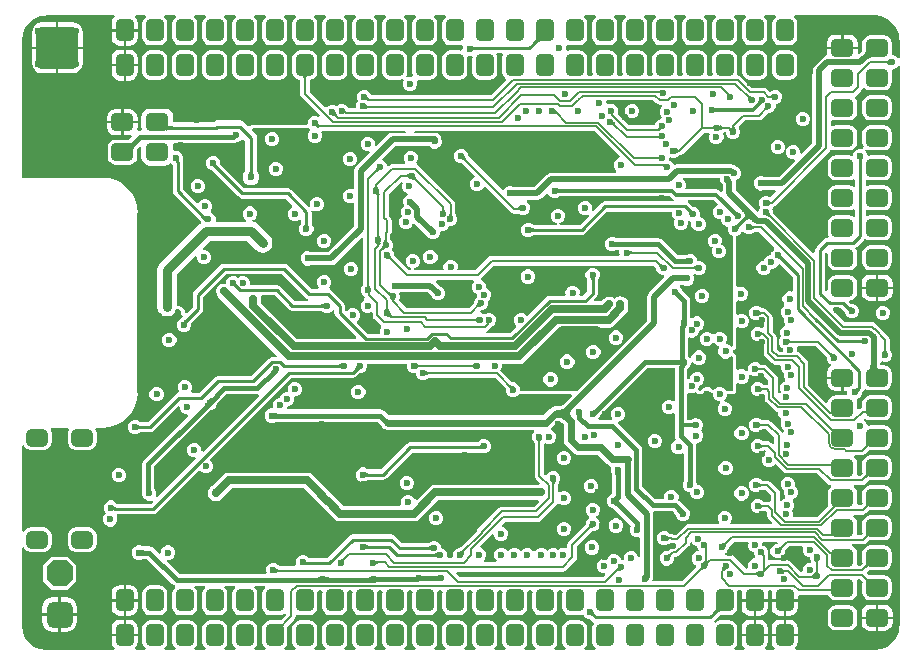
<source format=gbr>
%TF.GenerationSoftware,Altium Limited,Altium Designer,22.7.1 (60)*%
G04 Layer_Physical_Order=3*
G04 Layer_Color=16440176*
%FSLAX45Y45*%
%MOMM*%
%TF.SameCoordinates,89C5C705-8D76-4DBF-8A4D-424F25D0343C*%
%TF.FilePolarity,Positive*%
%TF.FileFunction,Copper,L3,Inr,Signal*%
%TF.Part,Single*%
G01*
G75*
%TA.AperFunction,Conductor*%
%ADD79C,0.25000*%
%ADD80C,0.50000*%
%ADD81C,0.40000*%
%ADD82C,0.30000*%
%ADD83C,0.15000*%
%ADD85C,0.20000*%
%ADD86C,0.70000*%
%ADD87C,0.75000*%
%ADD92C,0.60000*%
%ADD94C,0.80000*%
%TA.AperFunction,ComponentPad*%
G04:AMPARAMS|DCode=101|XSize=1.8mm|YSize=1.45mm|CornerRadius=0.3625mm|HoleSize=0mm|Usage=FLASHONLY|Rotation=180.000|XOffset=0mm|YOffset=0mm|HoleType=Round|Shape=RoundedRectangle|*
%AMROUNDEDRECTD101*
21,1,1.80000,0.72500,0,0,180.0*
21,1,1.07500,1.45000,0,0,180.0*
1,1,0.72500,-0.53750,0.36250*
1,1,0.72500,0.53750,0.36250*
1,1,0.72500,0.53750,-0.36250*
1,1,0.72500,-0.53750,-0.36250*
%
%ADD101ROUNDEDRECTD101*%
G04:AMPARAMS|DCode=103|XSize=2.2mm|YSize=2.2mm|CornerRadius=0mm|HoleSize=0mm|Usage=FLASHONLY|Rotation=270.000|XOffset=0mm|YOffset=0mm|HoleType=Round|Shape=Octagon|*
%AMOCTAGOND103*
4,1,8,-0.55000,-1.10000,0.55000,-1.10000,1.10000,-0.55000,1.10000,0.55000,0.55000,1.10000,-0.55000,1.10000,-1.10000,0.55000,-1.10000,-0.55000,-0.55000,-1.10000,0.0*
%
%ADD103OCTAGOND103*%

G04:AMPARAMS|DCode=104|XSize=2.2mm|YSize=2.2mm|CornerRadius=0.55mm|HoleSize=0mm|Usage=FLASHONLY|Rotation=270.000|XOffset=0mm|YOffset=0mm|HoleType=Round|Shape=RoundedRectangle|*
%AMROUNDEDRECTD104*
21,1,2.20000,1.10000,0,0,270.0*
21,1,1.10000,2.20000,0,0,270.0*
1,1,1.10000,-0.55000,-0.55000*
1,1,1.10000,-0.55000,0.55000*
1,1,1.10000,0.55000,0.55000*
1,1,1.10000,0.55000,-0.55000*
%
%ADD104ROUNDEDRECTD104*%
%TA.AperFunction,ViaPad*%
%ADD105C,0.60000*%
%TA.AperFunction,ComponentPad*%
G04:AMPARAMS|DCode=106|XSize=1.5mm|YSize=1.9mm|CornerRadius=0.375mm|HoleSize=0mm|Usage=FLASHONLY|Rotation=270.000|XOffset=0mm|YOffset=0mm|HoleType=Round|Shape=RoundedRectangle|*
%AMROUNDEDRECTD106*
21,1,1.50000,1.15000,0,0,270.0*
21,1,0.75000,1.90000,0,0,270.0*
1,1,0.75000,-0.57500,-0.37500*
1,1,0.75000,-0.57500,0.37500*
1,1,0.75000,0.57500,0.37500*
1,1,0.75000,0.57500,-0.37500*
%
%ADD106ROUNDEDRECTD106*%
G04:AMPARAMS|DCode=107|XSize=1.5mm|YSize=1.9mm|CornerRadius=0.375mm|HoleSize=0mm|Usage=FLASHONLY|Rotation=0.000|XOffset=0mm|YOffset=0mm|HoleType=Round|Shape=RoundedRectangle|*
%AMROUNDEDRECTD107*
21,1,1.50000,1.15000,0,0,0.0*
21,1,0.75000,1.90000,0,0,0.0*
1,1,0.75000,0.37500,-0.57500*
1,1,0.75000,-0.37500,-0.57500*
1,1,0.75000,-0.37500,0.57500*
1,1,0.75000,0.37500,0.57500*
%
%ADD107ROUNDEDRECTD107*%
G04:AMPARAMS|DCode=108|XSize=3.6mm|YSize=3.6mm|CornerRadius=0.54mm|HoleSize=0mm|Usage=FLASHONLY|Rotation=0.000|XOffset=0mm|YOffset=0mm|HoleType=Round|Shape=RoundedRectangle|*
%AMROUNDEDRECTD108*
21,1,3.60000,2.52000,0,0,0.0*
21,1,2.52000,3.60000,0,0,0.0*
1,1,1.08000,1.26000,-1.26000*
1,1,1.08000,-1.26000,-1.26000*
1,1,1.08000,-1.26000,1.26000*
1,1,1.08000,1.26000,1.26000*
%
%ADD108ROUNDEDRECTD108*%
G36*
X5548630Y5196038D02*
X5546657Y5197373D01*
X5544219Y5197896D01*
X5541318Y5197607D01*
X5537952Y5196505D01*
X5534123Y5194591D01*
X5529829Y5191865D01*
X5525072Y5188327D01*
X5519851Y5183976D01*
X5508016Y5172838D01*
X5490338Y5190516D01*
X5496313Y5196665D01*
X5505827Y5207572D01*
X5509365Y5212329D01*
X5512091Y5216623D01*
X5514005Y5220452D01*
X5515107Y5223818D01*
X5515396Y5226719D01*
X5514873Y5229157D01*
X5513538Y5231130D01*
X5548630Y5196038D01*
D02*
G37*
G36*
X8434462Y5410484D02*
X8485651Y5389281D01*
X8529609Y5355551D01*
X8563338Y5311594D01*
X8584542Y5260404D01*
X8589867Y5219955D01*
X8591113Y5205471D01*
X8591116Y5205460D01*
X8591116Y5190471D01*
X8591120Y5057416D01*
X8576120Y5054432D01*
X8575688Y5055475D01*
X8558809Y5072354D01*
X8536757Y5081488D01*
X8535268D01*
X8525753Y5093083D01*
X8528322Y5106000D01*
Y5181000D01*
X8523083Y5207337D01*
X8508164Y5229664D01*
X8485837Y5244583D01*
X8459500Y5249822D01*
X8344500D01*
X8318163Y5244583D01*
X8295836Y5229664D01*
X8280917Y5207337D01*
X8275678Y5181000D01*
Y5122872D01*
X8272085Y5117448D01*
X8252360Y5094165D01*
X8238405Y5100899D01*
X8239420Y5106000D01*
Y5133500D01*
X8108000D01*
X7976580D01*
Y5106000D01*
X7979583Y5090905D01*
X7979605Y5090114D01*
X7968200Y5073731D01*
X7958540Y5071809D01*
X7940347Y5059653D01*
X7872260Y4991566D01*
X7860104Y4973373D01*
X7855836Y4951913D01*
Y4926023D01*
X7850000Y4911935D01*
Y4888065D01*
X7853923Y4878596D01*
Y4333938D01*
X7765378Y4245394D01*
X7751319Y4252548D01*
Y4271533D01*
X7742184Y4293586D01*
X7725306Y4310464D01*
X7703253Y4319599D01*
X7679384D01*
X7657331Y4310464D01*
X7640453Y4293586D01*
X7631319Y4271533D01*
Y4247664D01*
X7640453Y4225612D01*
X7657331Y4208733D01*
X7679384Y4199599D01*
X7698370D01*
X7705524Y4185539D01*
X7571043Y4051058D01*
X7440163D01*
X7430693Y4054981D01*
X7406824D01*
X7384771Y4045847D01*
X7367893Y4028968D01*
X7358758Y4006916D01*
Y3983046D01*
X7367893Y3960994D01*
X7384771Y3944116D01*
X7406824Y3934981D01*
X7430693D01*
X7440163Y3938904D01*
X7539941D01*
X7545682Y3925046D01*
X7497963Y3877327D01*
X7496497Y3878398D01*
X7494030Y3880865D01*
X7471977Y3890000D01*
X7448108D01*
X7426056Y3880865D01*
X7409177Y3863987D01*
X7400043Y3841935D01*
Y3818065D01*
X7409177Y3796013D01*
X7415169Y3790021D01*
X7409135Y3783987D01*
X7400000Y3761935D01*
Y3758904D01*
X7386142Y3753163D01*
X7364653Y3774653D01*
X7206077Y3933228D01*
Y4007294D01*
X7203427Y4020618D01*
X7223987Y4029134D01*
X7240866Y4046013D01*
X7250000Y4068065D01*
Y4091935D01*
X7240866Y4113987D01*
X7223987Y4130866D01*
X7209898Y4136701D01*
X7206947Y4139653D01*
X7188754Y4151809D01*
X7167294Y4156077D01*
X6710000D01*
X6688540Y4151809D01*
X6688478Y4151767D01*
X6674124Y4156121D01*
X6670865Y4163987D01*
X6653987Y4180866D01*
X6638101Y4187446D01*
X6642500Y4198065D01*
Y4206928D01*
X6654972Y4215262D01*
X6663881Y4211571D01*
X6687750D01*
X6709803Y4220706D01*
X6712280Y4223183D01*
X6715891Y4225849D01*
X6722444Y4230404D01*
X6727189Y4233337D01*
X6727484D01*
X6742116Y4236247D01*
X6754520Y4244536D01*
X6935277Y4425293D01*
X6935432Y4425398D01*
X6935695Y4425547D01*
X6935920Y4425652D01*
X6936155Y4425738D01*
X6936445Y4425818D01*
X6936628Y4425853D01*
X6974921D01*
X6984944Y4410852D01*
X6981126Y4401635D01*
Y4377766D01*
X6990260Y4355713D01*
X7007138Y4338835D01*
X7029191Y4329701D01*
X7053060D01*
X7075113Y4338835D01*
X7091991Y4355713D01*
X7101125Y4377766D01*
Y4401635D01*
X7095364Y4415545D01*
X7106270Y4428414D01*
X7122955D01*
X7123522Y4425643D01*
X7124136Y4421566D01*
Y4418065D01*
X7133270Y4396013D01*
X7150148Y4379134D01*
X7172201Y4370000D01*
X7196070D01*
X7218123Y4379134D01*
X7235001Y4396013D01*
X7244135Y4418065D01*
Y4441935D01*
X7235001Y4463987D01*
X7232524Y4466465D01*
X7229858Y4470076D01*
X7227516Y4473444D01*
X7285837Y4531766D01*
X7401722D01*
X7416354Y4534676D01*
X7428758Y4542964D01*
X7472392Y4586598D01*
X7486100Y4589407D01*
X7490177Y4590021D01*
X7493677D01*
X7515730Y4599155D01*
X7532608Y4616033D01*
X7541743Y4638086D01*
Y4661955D01*
X7547118Y4670000D01*
X7551935D01*
X7573987Y4679134D01*
X7590865Y4696013D01*
X7600000Y4718065D01*
Y4741935D01*
X7590865Y4763987D01*
X7573987Y4780865D01*
X7551935Y4790000D01*
X7528065D01*
X7506013Y4780865D01*
X7503536Y4778389D01*
X7499927Y4775724D01*
X7493366Y4771164D01*
X7493083Y4770989D01*
X7472036Y4792036D01*
X7459632Y4800324D01*
X7445000Y4803234D01*
X7340837D01*
X7247036Y4897036D01*
X7234632Y4905324D01*
X7226091Y4907023D01*
X7225968Y4907076D01*
X7216484Y4919190D01*
X7215186Y4923235D01*
X7218322Y4939000D01*
Y5054000D01*
X7213083Y5080337D01*
X7198164Y5102664D01*
X7175837Y5117583D01*
X7149500Y5122822D01*
X7074500D01*
X7048163Y5117583D01*
X7025836Y5102664D01*
X7010917Y5080337D01*
X7005678Y5054000D01*
Y4939000D01*
X7008814Y4923235D01*
X6997209Y4908234D01*
X6972791D01*
X6961186Y4923235D01*
X6964322Y4939000D01*
Y5054000D01*
X6959083Y5080337D01*
X6944164Y5102664D01*
X6921837Y5117583D01*
X6895500Y5122822D01*
X6820500D01*
X6794163Y5117583D01*
X6771836Y5102664D01*
X6756917Y5080337D01*
X6751678Y5054000D01*
Y4939000D01*
X6754814Y4923235D01*
X6743209Y4908234D01*
X6718791D01*
X6707186Y4923235D01*
X6710322Y4939000D01*
Y5054000D01*
X6705083Y5080337D01*
X6690164Y5102664D01*
X6667837Y5117583D01*
X6641500Y5122822D01*
X6566500D01*
X6540163Y5117583D01*
X6517836Y5102664D01*
X6502917Y5080337D01*
X6497678Y5054000D01*
Y4939000D01*
X6500814Y4923235D01*
X6489209Y4908234D01*
X6464791D01*
X6453186Y4923235D01*
X6456322Y4939000D01*
Y5054000D01*
X6451083Y5080337D01*
X6436164Y5102664D01*
X6413837Y5117583D01*
X6387500Y5122822D01*
X6312500D01*
X6286163Y5117583D01*
X6263836Y5102664D01*
X6248917Y5080337D01*
X6243678Y5054000D01*
Y4939000D01*
X6246814Y4923235D01*
X6235209Y4908234D01*
X6210791D01*
X6199186Y4923235D01*
X6202322Y4939000D01*
Y5054000D01*
X6197083Y5080337D01*
X6182164Y5102664D01*
X6159837Y5117583D01*
X6133500Y5122822D01*
X6058500D01*
X6032163Y5117583D01*
X6009836Y5102664D01*
X5994917Y5080337D01*
X5989678Y5054000D01*
Y4939000D01*
X5992814Y4923235D01*
X5981209Y4908234D01*
X5956791D01*
X5945186Y4923235D01*
X5948322Y4939000D01*
Y5054000D01*
X5943083Y5080337D01*
X5928164Y5102664D01*
X5905837Y5117583D01*
X5879500Y5122822D01*
X5804500D01*
X5782930Y5118532D01*
X5776461Y5123262D01*
X5772091Y5127526D01*
X5770469Y5130183D01*
Y5151513D01*
X5767602Y5158433D01*
X5774879Y5166001D01*
X5779390Y5169173D01*
X5804500Y5164178D01*
X5879500D01*
X5905837Y5169417D01*
X5928164Y5184336D01*
X5943083Y5206663D01*
X5948322Y5233000D01*
Y5348000D01*
X5943083Y5374337D01*
X5928164Y5396664D01*
X5920096Y5402056D01*
X5924646Y5417056D01*
X6013354D01*
X6017904Y5402056D01*
X6009836Y5396664D01*
X5994917Y5374337D01*
X5989678Y5348000D01*
Y5233000D01*
X5994917Y5206663D01*
X6009836Y5184336D01*
X6032163Y5169417D01*
X6058500Y5164178D01*
X6133500D01*
X6159837Y5169417D01*
X6182164Y5184336D01*
X6197083Y5206663D01*
X6202322Y5233000D01*
Y5348000D01*
X6197083Y5374337D01*
X6182164Y5396664D01*
X6174096Y5402056D01*
X6178646Y5417056D01*
X6267354D01*
X6271904Y5402056D01*
X6263836Y5396664D01*
X6248917Y5374337D01*
X6243678Y5348000D01*
Y5233000D01*
X6248917Y5206663D01*
X6263836Y5184336D01*
X6286163Y5169417D01*
X6312500Y5164178D01*
X6387500D01*
X6413837Y5169417D01*
X6436164Y5184336D01*
X6451083Y5206663D01*
X6456322Y5233000D01*
Y5348000D01*
X6451083Y5374337D01*
X6436164Y5396664D01*
X6428096Y5402056D01*
X6432646Y5417056D01*
X6521354D01*
X6525904Y5402056D01*
X6517836Y5396664D01*
X6502917Y5374337D01*
X6497678Y5348000D01*
Y5233000D01*
X6502917Y5206663D01*
X6517836Y5184336D01*
X6540163Y5169417D01*
X6566500Y5164178D01*
X6641500D01*
X6667837Y5169417D01*
X6690164Y5184336D01*
X6705083Y5206663D01*
X6710322Y5233000D01*
Y5348000D01*
X6705083Y5374337D01*
X6690164Y5396664D01*
X6682096Y5402056D01*
X6686646Y5417056D01*
X6775354D01*
X6779904Y5402056D01*
X6771836Y5396664D01*
X6756917Y5374337D01*
X6751678Y5348000D01*
Y5233000D01*
X6756917Y5206663D01*
X6771836Y5184336D01*
X6794163Y5169417D01*
X6820500Y5164178D01*
X6895500D01*
X6921837Y5169417D01*
X6944164Y5184336D01*
X6959083Y5206663D01*
X6964322Y5233000D01*
Y5348000D01*
X6959083Y5374337D01*
X6944164Y5396664D01*
X6936096Y5402056D01*
X6940646Y5417056D01*
X7029354D01*
X7033904Y5402056D01*
X7025836Y5396664D01*
X7010917Y5374337D01*
X7005678Y5348000D01*
Y5233000D01*
X7010917Y5206663D01*
X7025836Y5184336D01*
X7048163Y5169417D01*
X7074500Y5164178D01*
X7149500D01*
X7175837Y5169417D01*
X7198164Y5184336D01*
X7213083Y5206663D01*
X7218322Y5233000D01*
Y5348000D01*
X7213083Y5374337D01*
X7198164Y5396664D01*
X7190096Y5402056D01*
X7194646Y5417056D01*
X7283354D01*
X7287904Y5402056D01*
X7279836Y5396664D01*
X7264917Y5374337D01*
X7259678Y5348000D01*
Y5233000D01*
X7264917Y5206663D01*
X7279836Y5184336D01*
X7302163Y5169417D01*
X7328500Y5164178D01*
X7403500D01*
X7429837Y5169417D01*
X7452164Y5184336D01*
X7467083Y5206663D01*
X7472322Y5233000D01*
Y5348000D01*
X7467083Y5374337D01*
X7452164Y5396664D01*
X7444096Y5402056D01*
X7448646Y5417056D01*
X7537354D01*
X7541904Y5402056D01*
X7533836Y5396664D01*
X7518917Y5374337D01*
X7513678Y5348000D01*
Y5233000D01*
X7518917Y5206663D01*
X7533836Y5184336D01*
X7556163Y5169417D01*
X7582500Y5164178D01*
X7657500D01*
X7683837Y5169417D01*
X7706164Y5184336D01*
X7721083Y5206663D01*
X7726322Y5233000D01*
Y5348000D01*
X7721083Y5374337D01*
X7706164Y5396664D01*
X7698096Y5402056D01*
X7702646Y5417056D01*
X8379531D01*
X8381527Y5417453D01*
X8434462Y5410484D01*
D02*
G37*
G36*
X4747904Y5402056D02*
X4739836Y5396664D01*
X4724917Y5374337D01*
X4719678Y5348000D01*
Y5233000D01*
X4724917Y5206663D01*
X4739836Y5184336D01*
X4762163Y5169417D01*
X4788500Y5164178D01*
X4863500D01*
X4884170Y5168289D01*
X4895310Y5156815D01*
X4895486Y5156411D01*
X4892487Y5149171D01*
Y5132350D01*
X4881053Y5120773D01*
X4878629Y5119813D01*
X4863500Y5122822D01*
X4788500D01*
X4762163Y5117583D01*
X4739836Y5102664D01*
X4724917Y5080337D01*
X4719678Y5054000D01*
Y4939000D01*
X4724917Y4912663D01*
X4739836Y4890336D01*
X4762163Y4875417D01*
X4788500Y4870178D01*
X4863500D01*
X4889837Y4875417D01*
X4912164Y4890336D01*
X4927083Y4912663D01*
X4932322Y4939000D01*
Y5054000D01*
X4930066Y5065344D01*
X4935793Y5071839D01*
X4942994Y5077236D01*
X4963006D01*
X4965257Y5076414D01*
X4976027Y5065807D01*
X4973678Y5054000D01*
Y4939000D01*
X4978917Y4912663D01*
X4993836Y4890336D01*
X5016163Y4875417D01*
X5042500Y4870178D01*
X5117500D01*
X5143837Y4875417D01*
X5166164Y4890336D01*
X5181083Y4912663D01*
X5186322Y4939000D01*
Y5054000D01*
X5181083Y5080337D01*
X5179011Y5083439D01*
X5186082Y5096667D01*
X5227918D01*
X5234989Y5083439D01*
X5232917Y5080337D01*
X5227678Y5054000D01*
Y4939000D01*
X5232917Y4912663D01*
X5247836Y4890336D01*
X5258881Y4882955D01*
X5260351Y4868028D01*
X5133108Y4740784D01*
X4120034D01*
X4120000Y4740884D01*
Y4741935D01*
X4118677Y4745127D01*
X4118473Y4745860D01*
X4117922Y4746951D01*
X4110866Y4763987D01*
X4093987Y4780865D01*
X4071935Y4790000D01*
X4048065D01*
X4026013Y4780865D01*
X4009134Y4763987D01*
X4000000Y4741935D01*
Y4718065D01*
X4009134Y4696013D01*
X4010147Y4695000D01*
X3999134Y4683987D01*
X3990000Y4661935D01*
Y4638066D01*
X3985134Y4630783D01*
X3926335D01*
X3920865Y4643987D01*
X3903987Y4660865D01*
X3881935Y4670000D01*
X3858065D01*
X3836013Y4660865D01*
X3825000Y4649853D01*
X3823987Y4650865D01*
X3801935Y4660000D01*
X3778065D01*
X3756013Y4650865D01*
X3748103Y4642956D01*
X3727568Y4642277D01*
X3596784Y4773062D01*
Y4870831D01*
X3619837Y4875417D01*
X3642164Y4890336D01*
X3657083Y4912663D01*
X3662322Y4939000D01*
Y5054000D01*
X3657083Y5080337D01*
X3642164Y5102664D01*
X3619837Y5117583D01*
X3593500Y5122822D01*
X3518500D01*
X3492163Y5117583D01*
X3469836Y5102664D01*
X3454917Y5080337D01*
X3449678Y5054000D01*
Y4939000D01*
X3454917Y4912663D01*
X3469836Y4890336D01*
X3492163Y4875417D01*
X3515216Y4870831D01*
Y4756170D01*
X3515216Y4756169D01*
X3518321Y4740562D01*
X3527162Y4727330D01*
X3681911Y4572581D01*
X3673985Y4560864D01*
X3651932Y4569998D01*
X3628063D01*
X3606011Y4560864D01*
X3589132Y4543986D01*
X3579998Y4521933D01*
Y4505588D01*
X3568095Y4490587D01*
X3115758Y4490588D01*
X3104052Y4488259D01*
X3094129Y4481629D01*
X3076385Y4480212D01*
X3075465Y4480695D01*
X3043309Y4512850D01*
X3025944Y4524454D01*
X3005459Y4528528D01*
X2815001D01*
X2794517Y4524454D01*
X2786147Y4518861D01*
X2442518D01*
Y4549900D01*
X2436503Y4580139D01*
X2419374Y4605774D01*
X2393739Y4622903D01*
X2363500Y4628918D01*
X2248500D01*
X2218261Y4622903D01*
X2192626Y4605774D01*
X2175497Y4580139D01*
X2169482Y4549900D01*
Y4474900D01*
X2173668Y4453855D01*
X2162965Y4439204D01*
X2148054Y4437229D01*
X2141346Y4443363D01*
X2141148Y4443601D01*
X2138308Y4449198D01*
X2143420Y4474900D01*
Y4502400D01*
X2022000D01*
Y4400980D01*
X2069500D01*
X2084191Y4403902D01*
X2091581Y4390078D01*
X2086085Y4384583D01*
X2071039Y4371317D01*
X2064532Y4366361D01*
X2062044Y4364722D01*
X1954500D01*
X1928163Y4359483D01*
X1905836Y4344564D01*
X1890917Y4322237D01*
X1885678Y4295900D01*
Y4220900D01*
X1890917Y4194563D01*
X1905836Y4172235D01*
X1928163Y4157317D01*
X1954500Y4152078D01*
X2069500D01*
X2095837Y4157317D01*
X2118164Y4172235D01*
X2133083Y4194563D01*
X2138322Y4220900D01*
Y4288444D01*
X2139531Y4290280D01*
X2148102Y4300418D01*
X2167494Y4300123D01*
X2169756Y4297276D01*
X2169482Y4295900D01*
Y4220900D01*
X2175497Y4190661D01*
X2192626Y4165026D01*
X2218261Y4147897D01*
X2248500Y4141882D01*
X2363500D01*
X2393739Y4147897D01*
X2419374Y4165025D01*
X2424267Y4165508D01*
X2433811Y4155963D01*
X2436668Y4154780D01*
Y3930000D01*
X2439966Y3913417D01*
X2449360Y3899359D01*
X2674719Y3674000D01*
X2674594Y3658183D01*
X2672650Y3654577D01*
X2662323Y3647676D01*
X2332321Y3317674D01*
X2314640Y3291212D01*
X2308431Y3259998D01*
Y2949999D01*
X2314640Y2918785D01*
X2332321Y2892323D01*
X2358783Y2874641D01*
X2389998Y2868432D01*
X2421212Y2874641D01*
X2447674Y2892323D01*
X2465356Y2918785D01*
X2467625Y2930196D01*
X2471565Y2929412D01*
X2485851D01*
X2496661Y2924934D01*
X2504935Y2916660D01*
X2509412Y2905851D01*
Y2901965D01*
X2511740Y2890260D01*
X2515886Y2884055D01*
X2518371Y2880336D01*
X2521274Y2864569D01*
X2520904Y2861801D01*
X2520626Y2861609D01*
X2517904Y2860032D01*
X2517455Y2859816D01*
X2514225Y2858544D01*
X2512478Y2857994D01*
X2510164Y2856727D01*
X2496013Y2850866D01*
X2479134Y2833987D01*
X2470000Y2811935D01*
Y2788065D01*
X2479134Y2766013D01*
X2496013Y2749134D01*
X2518065Y2740000D01*
X2541935D01*
X2563987Y2749134D01*
X2580866Y2766013D01*
X2590000Y2788065D01*
Y2801088D01*
X2590439Y2804158D01*
X2590302Y2806671D01*
X2590312Y2807951D01*
X2590357Y2808547D01*
X2680641Y2898830D01*
X2690034Y2912888D01*
X2693332Y2929471D01*
Y3032051D01*
X2887949Y3226668D01*
X3362051D01*
X3559359Y3029359D01*
X3573417Y3019966D01*
X3581634Y3018332D01*
X3580157Y3003332D01*
X3467950D01*
X3350640Y3120640D01*
X3336583Y3130034D01*
X3320000Y3133332D01*
X3094479D01*
X3091317Y3138066D01*
Y3161935D01*
X3082183Y3183987D01*
X3065304Y3200866D01*
X3043252Y3210000D01*
X3019382D01*
X2997330Y3200866D01*
X2990658Y3194194D01*
X2983987Y3200866D01*
X2961935Y3210000D01*
X2938065D01*
X2916013Y3200866D01*
X2899134Y3183987D01*
X2890000Y3161935D01*
Y3154117D01*
X2878405Y3144601D01*
X2870000Y3146273D01*
X2844638Y3141228D01*
X2823138Y3126862D01*
X2808772Y3105362D01*
X2803727Y3080000D01*
X2808772Y3054638D01*
X2823138Y3033138D01*
X3319085Y2537191D01*
X3313345Y2523333D01*
X3280000D01*
X3263417Y2520034D01*
X3249359Y2510641D01*
X3102051Y2363332D01*
X2820000D01*
X2803417Y2360034D01*
X2789359Y2350641D01*
X2662051Y2223332D01*
X2597784D01*
X2591826Y2238332D01*
X2600000Y2258065D01*
Y2281935D01*
X2590866Y2303987D01*
X2573987Y2320866D01*
X2551935Y2330000D01*
X2528065D01*
X2506013Y2320866D01*
X2489134Y2303987D01*
X2480000Y2281935D01*
Y2258065D01*
X2488407Y2237769D01*
X2487950Y2233346D01*
X2482611Y2221322D01*
X2476133Y2220034D01*
X2462075Y2210641D01*
X2224767Y1973332D01*
X2164991D01*
X2164343Y1973581D01*
X2163247Y1974083D01*
X2162198Y1974638D01*
X2158139Y1977188D01*
X2156439Y1978414D01*
X2153987Y1980865D01*
X2131935Y1990000D01*
X2108065D01*
X2086013Y1980865D01*
X2069135Y1963987D01*
X2060000Y1941935D01*
Y1918065D01*
X2069135Y1896013D01*
X2086013Y1879134D01*
X2108065Y1870000D01*
X2131935D01*
X2153987Y1879134D01*
X2156439Y1881586D01*
X2158142Y1882814D01*
X2162196Y1885361D01*
X2163246Y1885916D01*
X2164343Y1886419D01*
X2164991Y1886668D01*
X2242716D01*
X2259299Y1889966D01*
X2273356Y1899359D01*
X2485000Y2111003D01*
X2500000Y2104790D01*
Y2088065D01*
X2509134Y2066013D01*
X2526013Y2049135D01*
X2548065Y2040000D01*
X2556692D01*
X2562905Y2025000D01*
X2193952Y1656047D01*
X2182901Y1639508D01*
X2179021Y1619999D01*
Y1385412D01*
X2180000Y1380487D01*
Y1358065D01*
X2189135Y1336013D01*
X2206013Y1319134D01*
X2228065Y1310000D01*
X2251935D01*
X2261446Y1313939D01*
X2269942Y1301223D01*
X2252052Y1283332D01*
X1965320D01*
X1964657Y1284935D01*
X1947778Y1301813D01*
X1925726Y1310948D01*
X1901856D01*
X1879804Y1301813D01*
X1862926Y1284935D01*
X1853791Y1262882D01*
Y1239013D01*
X1862926Y1216960D01*
X1876512Y1203375D01*
X1876013Y1200865D01*
X1859134Y1183987D01*
X1850000Y1161935D01*
Y1138065D01*
X1859134Y1116013D01*
X1876013Y1099134D01*
X1898065Y1090000D01*
X1921935D01*
X1943987Y1099134D01*
X1960866Y1116013D01*
X1970000Y1138065D01*
Y1161935D01*
X1961826Y1181668D01*
X1967784Y1196668D01*
X2270001D01*
X2286583Y1199966D01*
X2300641Y1209360D01*
X2655060Y1563778D01*
X2673821Y1561326D01*
X2686013Y1549135D01*
X2708065Y1540000D01*
X2731935D01*
X2753987Y1549135D01*
X2770865Y1566013D01*
X2780000Y1588065D01*
Y1611935D01*
X2770865Y1633987D01*
X2753987Y1650865D01*
X2752023Y1660741D01*
X3440449Y2349168D01*
X3962500D01*
X3979083Y2352466D01*
X3993141Y2361859D01*
X4018827Y2387545D01*
X4019461Y2387828D01*
X4020594Y2388249D01*
X4021726Y2388598D01*
X4026394Y2389664D01*
X4028470Y2390000D01*
X4031935D01*
X4053987Y2399134D01*
X4070866Y2416013D01*
X4080000Y2438065D01*
Y2461934D01*
X4081198Y2463727D01*
X4418802D01*
X4420001Y2461932D01*
Y2438063D01*
X4429136Y2416010D01*
X4446014Y2399132D01*
X4468067Y2389998D01*
X4491936D01*
X4493348Y2389054D01*
X4500341Y2377243D01*
X4509136Y2356011D01*
X4526014Y2339132D01*
X4548066Y2329998D01*
X4571936D01*
X4593988Y2339132D01*
X4596466Y2341609D01*
X4600077Y2344276D01*
X4606630Y2348830D01*
X4611375Y2351763D01*
X5164165D01*
X5256577Y2259351D01*
X5259387Y2245643D01*
X5260000Y2241566D01*
Y2238065D01*
X5269134Y2216013D01*
X5286013Y2199135D01*
X5308065Y2190000D01*
X5331935D01*
X5353987Y2199135D01*
X5367275Y2212422D01*
X5368295Y2211741D01*
X5380000Y2209412D01*
X5810509D01*
X5816249Y2195554D01*
X5747303Y2126608D01*
X5742529Y2122934D01*
X5736473Y2119067D01*
X5730010Y2115689D01*
X5723076Y2112786D01*
X5715625Y2110363D01*
X5707608Y2108432D01*
X5698990Y2107017D01*
X5692697Y2106424D01*
X5675249D01*
X5651838Y2101768D01*
X5631992Y2088506D01*
X5574661Y2031176D01*
X4265509D01*
X4230638Y2066046D01*
X4214099Y2077097D01*
X4194590Y2080978D01*
X3415016D01*
X3407082Y2092853D01*
X3413663Y2106852D01*
X3420500D01*
X3442552Y2115986D01*
X3459430Y2132865D01*
X3468565Y2154917D01*
Y2178786D01*
X3476704Y2190967D01*
X3483601D01*
X3505654Y2200102D01*
X3522532Y2216980D01*
X3531666Y2239033D01*
Y2262902D01*
X3522532Y2284955D01*
X3505654Y2301833D01*
X3483601Y2310967D01*
X3459732D01*
X3437679Y2301833D01*
X3420801Y2284955D01*
X3411667Y2262902D01*
Y2239033D01*
X3403527Y2226852D01*
X3396630D01*
X3374578Y2217717D01*
X3357699Y2200839D01*
X3349068Y2180000D01*
X3338065D01*
X3316013Y2170866D01*
X3299134Y2153987D01*
X3290000Y2131935D01*
Y2108065D01*
X3291276Y2104984D01*
X3281248Y2089998D01*
X3267373D01*
X3245320Y2080864D01*
X3228442Y2063986D01*
X3219308Y2041933D01*
Y2018064D01*
X3228442Y1996011D01*
X3245320Y1979133D01*
X3267373Y1969999D01*
X3291242D01*
X3313020Y1979019D01*
X4173473D01*
X4202880Y1949612D01*
X4203481Y1946589D01*
X4206829Y1941579D01*
X4209135Y1936013D01*
X4213395Y1931752D01*
X4216743Y1926743D01*
X4221752Y1923395D01*
X4226013Y1919135D01*
X4231579Y1916829D01*
X4236589Y1913481D01*
X4242500Y1912306D01*
X4248065Y1910000D01*
X4254090D01*
X4260000Y1908825D01*
X5492759D01*
X5498972Y1893825D01*
X5489135Y1883987D01*
X5480000Y1861935D01*
Y1838065D01*
X5489135Y1816013D01*
X5491612Y1813536D01*
X5494278Y1809924D01*
X5498833Y1803371D01*
X5501766Y1798627D01*
Y1520000D01*
X5504676Y1505368D01*
X5512964Y1492964D01*
X5545191Y1460738D01*
X5538977Y1445738D01*
X4659465D01*
X4634103Y1440693D01*
X4612602Y1426327D01*
X4503858Y1317583D01*
X4486191Y1321129D01*
X4480866Y1333987D01*
X4463987Y1350865D01*
X4441935Y1360000D01*
X4418065D01*
X4396013Y1350865D01*
X4379134Y1333987D01*
X4370000Y1311935D01*
Y1288065D01*
X4373861Y1278745D01*
X4365527Y1266273D01*
X3884221D01*
X3797327Y1353167D01*
X3793669Y1356830D01*
X3793650Y1356843D01*
X3793637Y1356862D01*
X3698635Y1451863D01*
X3698635Y1451864D01*
X3623634Y1526864D01*
X3602134Y1541231D01*
X3576772Y1546275D01*
X2910002D01*
X2884640Y1541231D01*
X2863140Y1526864D01*
X2767939Y1431663D01*
X2766013Y1430866D01*
X2749134Y1413987D01*
X2745738Y1405788D01*
X2738772Y1395362D01*
X2733727Y1370000D01*
X2738772Y1344638D01*
X2753138Y1323138D01*
X2774638Y1308772D01*
X2800000Y1303727D01*
X2825362Y1308772D01*
X2846862Y1323138D01*
X2937453Y1413729D01*
X3549321D01*
X3604911Y1358139D01*
X3604912Y1358138D01*
X3699880Y1263170D01*
X3703537Y1259508D01*
X3703557Y1259495D01*
X3703570Y1259475D01*
X3809907Y1153138D01*
X3831408Y1138771D01*
X3856769Y1133727D01*
X4480000D01*
X4505362Y1138771D01*
X4526862Y1153138D01*
X4686916Y1313191D01*
X5529522D01*
X5535262Y1299333D01*
X5494163Y1258234D01*
X5225563D01*
X5210932Y1255324D01*
X5198528Y1247036D01*
X5025051Y1073559D01*
X5016763Y1061155D01*
X5015680Y1055714D01*
X4874378Y914411D01*
X4860248Y910000D01*
X4858065D01*
X4836013Y900866D01*
X4819134Y883987D01*
X4810000Y861935D01*
Y838066D01*
X4801794Y825784D01*
X4768206D01*
X4760000Y838066D01*
Y861935D01*
X4750866Y883987D01*
X4733987Y900866D01*
X4711935Y910000D01*
X4710000D01*
Y921935D01*
X4700866Y943987D01*
X4683987Y960865D01*
X4661935Y970000D01*
X4638065D01*
X4616013Y960865D01*
X4613562Y958414D01*
X4611858Y957186D01*
X4607804Y954639D01*
X4606754Y954084D01*
X4605657Y953581D01*
X4605009Y953332D01*
X4377949D01*
X4320640Y1010641D01*
X4306582Y1020034D01*
X4290000Y1023332D01*
X3960000D01*
X3943418Y1020034D01*
X3929360Y1010641D01*
X3742051Y823332D01*
X3591137D01*
X3590866Y823987D01*
X3573987Y840865D01*
X3551935Y850000D01*
X3528065D01*
X3506013Y840865D01*
X3489135Y823987D01*
X3480000Y801935D01*
Y778065D01*
X3483016Y770784D01*
X3472993Y755784D01*
X3340484D01*
X3339726Y756355D01*
X3335754Y759886D01*
X3333519Y762150D01*
X3330986Y763867D01*
X3323987Y770866D01*
X3301935Y780000D01*
X3278065D01*
X3256013Y770866D01*
X3239134Y753987D01*
X3230000Y731935D01*
Y708065D01*
X3231911Y703451D01*
X3223578Y690980D01*
X2491117D01*
X2386411Y795685D01*
X2393309Y810000D01*
X2411935D01*
X2433987Y819135D01*
X2450866Y836013D01*
X2460000Y858065D01*
Y881935D01*
X2450866Y903987D01*
X2433987Y920866D01*
X2411935Y930000D01*
X2388065D01*
X2366013Y920866D01*
X2349134Y903987D01*
X2340000Y881935D01*
Y863309D01*
X2325685Y856411D01*
X2276048Y906048D01*
X2259509Y917099D01*
X2240000Y920980D01*
X2183712D01*
X2161935Y930000D01*
X2138065D01*
X2116013Y920866D01*
X2099134Y903987D01*
X2090000Y881935D01*
Y858065D01*
X2099134Y836013D01*
X2116013Y819135D01*
X2138065Y810000D01*
X2161935D01*
X2183712Y819020D01*
X2218884D01*
X2433952Y603952D01*
X2450491Y592901D01*
X2457908Y591426D01*
X2461075Y575502D01*
X2453836Y570664D01*
X2438917Y548337D01*
X2433678Y522000D01*
Y407000D01*
X2438917Y380663D01*
X2453836Y358336D01*
X2476163Y343417D01*
X2502500Y338178D01*
X2577500D01*
X2603837Y343417D01*
X2626164Y358336D01*
X2641083Y380663D01*
X2646322Y407000D01*
Y522000D01*
X2641083Y548337D01*
X2626164Y570664D01*
X2621142Y574020D01*
X2625692Y589020D01*
X2708308D01*
X2712858Y574020D01*
X2707836Y570664D01*
X2692917Y548337D01*
X2687678Y522000D01*
Y407000D01*
X2692917Y380663D01*
X2707836Y358336D01*
X2730163Y343417D01*
X2756500Y338178D01*
X2831500D01*
X2857837Y343417D01*
X2880164Y358336D01*
X2895083Y380663D01*
X2900322Y407000D01*
Y522000D01*
X2895083Y548337D01*
X2880164Y570664D01*
X2875142Y574020D01*
X2879692Y589020D01*
X2962308D01*
X2966858Y574020D01*
X2961836Y570664D01*
X2946917Y548337D01*
X2941678Y522000D01*
Y407000D01*
X2946917Y380663D01*
X2961836Y358336D01*
X2984163Y343417D01*
X3010500Y338178D01*
X3085500D01*
X3111837Y343417D01*
X3134164Y358336D01*
X3149083Y380663D01*
X3154322Y407000D01*
Y522000D01*
X3149083Y548337D01*
X3134164Y570664D01*
X3129142Y574020D01*
X3133692Y589020D01*
X3216308D01*
X3220858Y574020D01*
X3215836Y570664D01*
X3200917Y548337D01*
X3195678Y522000D01*
Y407000D01*
X3200917Y380663D01*
X3215836Y358336D01*
X3238163Y343417D01*
X3264500Y338178D01*
X3339500D01*
X3365837Y343417D01*
X3378742Y352039D01*
X3395550Y345604D01*
X3396918Y339489D01*
X3351803Y294375D01*
X3339500Y296822D01*
X3264500D01*
X3238163Y291583D01*
X3215836Y276664D01*
X3200917Y254337D01*
X3195678Y228000D01*
Y113000D01*
X3200917Y86663D01*
X3215836Y64336D01*
X3223904Y58944D01*
X3219354Y43944D01*
X3130646D01*
X3126096Y58944D01*
X3134164Y64336D01*
X3149083Y86663D01*
X3154322Y113000D01*
Y228000D01*
X3149083Y254337D01*
X3134164Y276664D01*
X3111837Y291583D01*
X3085500Y296822D01*
X3010500D01*
X2984163Y291583D01*
X2961836Y276664D01*
X2946917Y254337D01*
X2941678Y228000D01*
Y113000D01*
X2946917Y86663D01*
X2961836Y64336D01*
X2969904Y58944D01*
X2965354Y43944D01*
X2876646D01*
X2872096Y58944D01*
X2880164Y64336D01*
X2895083Y86663D01*
X2900322Y113000D01*
Y228000D01*
X2895083Y254337D01*
X2880164Y276664D01*
X2857837Y291583D01*
X2831500Y296822D01*
X2756500D01*
X2730163Y291583D01*
X2707836Y276664D01*
X2692917Y254337D01*
X2687678Y228000D01*
Y113000D01*
X2692917Y86663D01*
X2707836Y64336D01*
X2715904Y58944D01*
X2711354Y43944D01*
X2622646D01*
X2618096Y58944D01*
X2626164Y64336D01*
X2641083Y86663D01*
X2646322Y113000D01*
Y228000D01*
X2641083Y254337D01*
X2626164Y276664D01*
X2603837Y291583D01*
X2577500Y296822D01*
X2502500D01*
X2476163Y291583D01*
X2453836Y276664D01*
X2438917Y254337D01*
X2433678Y228000D01*
Y113000D01*
X2438917Y86663D01*
X2453836Y64336D01*
X2461904Y58944D01*
X2457354Y43944D01*
X2368646D01*
X2364096Y58944D01*
X2372164Y64336D01*
X2387083Y86663D01*
X2392322Y113000D01*
Y228000D01*
X2387083Y254337D01*
X2372164Y276664D01*
X2349837Y291583D01*
X2323500Y296822D01*
X2248500D01*
X2222163Y291583D01*
X2199836Y276664D01*
X2184917Y254337D01*
X2179678Y228000D01*
Y113000D01*
X2184917Y86663D01*
X2199836Y64336D01*
X2207904Y58944D01*
X2203354Y43944D01*
X2123646D01*
X2119096Y58944D01*
X2121769Y60731D01*
X2137793Y84712D01*
X2143420Y113000D01*
Y160500D01*
X1920580D01*
Y113000D01*
X1926207Y84712D01*
X1942231Y60731D01*
X1944904Y58944D01*
X1940354Y43944D01*
X1371600D01*
X1369643Y43555D01*
X1317066Y50477D01*
X1266249Y71526D01*
X1222611Y105011D01*
X1189126Y148649D01*
X1168077Y199466D01*
X1161155Y252043D01*
X1161544Y254000D01*
Y906011D01*
X1175454Y914991D01*
X1176544Y914852D01*
X1190487Y893986D01*
X1212401Y879344D01*
X1238250Y874202D01*
X1345750D01*
X1371599Y879344D01*
X1393513Y893986D01*
X1408156Y915900D01*
X1413298Y941750D01*
Y1014250D01*
X1408156Y1040099D01*
X1393513Y1062013D01*
X1371599Y1076656D01*
X1345750Y1081798D01*
X1238250D01*
X1212401Y1076656D01*
X1190487Y1062013D01*
X1176544Y1041148D01*
X1175454Y1041009D01*
X1161544Y1049989D01*
Y1770011D01*
X1175454Y1778991D01*
X1176544Y1778852D01*
X1190487Y1757986D01*
X1212401Y1743344D01*
X1238250Y1738202D01*
X1345750D01*
X1371599Y1743344D01*
X1393513Y1757986D01*
X1408156Y1779900D01*
X1413298Y1805750D01*
Y1878250D01*
X1408156Y1904099D01*
X1403327Y1911327D01*
X1410397Y1924556D01*
X1553602D01*
X1560673Y1911327D01*
X1555844Y1904099D01*
X1550702Y1878250D01*
Y1805750D01*
X1555844Y1779900D01*
X1570487Y1757986D01*
X1592401Y1743344D01*
X1618250Y1738202D01*
X1725750D01*
X1751599Y1743344D01*
X1773513Y1757986D01*
X1788156Y1779900D01*
X1793298Y1805750D01*
Y1878250D01*
X1788156Y1904099D01*
X1783327Y1911327D01*
X1790397Y1924556D01*
X1841500D01*
Y1923962D01*
X1899742Y1929699D01*
X1955745Y1946687D01*
X2007359Y1974275D01*
X2052598Y2011402D01*
X2089725Y2056641D01*
X2117313Y2108255D01*
X2134301Y2164258D01*
X2140038Y2222500D01*
X2139444D01*
Y3746500D01*
X2140038D01*
X2134301Y3804742D01*
X2117313Y3860745D01*
X2089725Y3912359D01*
X2052598Y3957598D01*
X2007359Y3994725D01*
X1955745Y4022313D01*
X1899742Y4039301D01*
X1841500Y4045038D01*
Y4044444D01*
X1161544D01*
Y5207000D01*
X1161155Y5208958D01*
X1168077Y5261534D01*
X1189126Y5312351D01*
X1222610Y5355989D01*
X1266248Y5389474D01*
X1317066Y5410523D01*
X1357121Y5415796D01*
X1371600Y5417055D01*
Y5417056D01*
X1940354D01*
X1944904Y5402056D01*
X1942231Y5400269D01*
X1926207Y5376288D01*
X1920580Y5348000D01*
Y5300500D01*
X2143420D01*
Y5348000D01*
X2137793Y5376288D01*
X2121769Y5400269D01*
X2119096Y5402056D01*
X2123646Y5417056D01*
X2203354D01*
X2207904Y5402056D01*
X2199836Y5396664D01*
X2184917Y5374337D01*
X2179678Y5348000D01*
Y5233000D01*
X2184917Y5206663D01*
X2199836Y5184336D01*
X2222163Y5169417D01*
X2248500Y5164178D01*
X2323500D01*
X2349837Y5169417D01*
X2372164Y5184336D01*
X2387083Y5206663D01*
X2392322Y5233000D01*
Y5348000D01*
X2387083Y5374337D01*
X2372164Y5396664D01*
X2364096Y5402056D01*
X2368646Y5417056D01*
X2457354D01*
X2461904Y5402056D01*
X2453836Y5396664D01*
X2438917Y5374337D01*
X2433678Y5348000D01*
Y5233000D01*
X2438917Y5206663D01*
X2453836Y5184336D01*
X2476163Y5169417D01*
X2502500Y5164178D01*
X2577500D01*
X2603837Y5169417D01*
X2626164Y5184336D01*
X2641083Y5206663D01*
X2646322Y5233000D01*
Y5348000D01*
X2641083Y5374337D01*
X2626164Y5396664D01*
X2618096Y5402056D01*
X2622646Y5417056D01*
X2711354D01*
X2715904Y5402056D01*
X2707836Y5396664D01*
X2692917Y5374337D01*
X2687678Y5348000D01*
Y5233000D01*
X2692917Y5206663D01*
X2707836Y5184336D01*
X2730163Y5169417D01*
X2756500Y5164178D01*
X2831500D01*
X2857837Y5169417D01*
X2880164Y5184336D01*
X2895083Y5206663D01*
X2900322Y5233000D01*
Y5348000D01*
X2895083Y5374337D01*
X2880164Y5396664D01*
X2872096Y5402056D01*
X2876646Y5417056D01*
X2965354D01*
X2969904Y5402056D01*
X2961836Y5396664D01*
X2946917Y5374337D01*
X2941678Y5348000D01*
Y5233000D01*
X2946917Y5206663D01*
X2961836Y5184336D01*
X2984163Y5169417D01*
X3010500Y5164178D01*
X3085500D01*
X3111837Y5169417D01*
X3134164Y5184336D01*
X3149083Y5206663D01*
X3154322Y5233000D01*
Y5348000D01*
X3149083Y5374337D01*
X3134164Y5396664D01*
X3126096Y5402056D01*
X3130646Y5417056D01*
X3219354D01*
X3223904Y5402056D01*
X3215836Y5396664D01*
X3200917Y5374337D01*
X3195678Y5348000D01*
Y5233000D01*
X3200917Y5206663D01*
X3215836Y5184336D01*
X3238163Y5169417D01*
X3264500Y5164178D01*
X3339500D01*
X3365837Y5169417D01*
X3388164Y5184336D01*
X3403083Y5206663D01*
X3408322Y5233000D01*
Y5348000D01*
X3403083Y5374337D01*
X3388164Y5396664D01*
X3380096Y5402056D01*
X3384646Y5417056D01*
X3473354D01*
X3477904Y5402056D01*
X3469836Y5396664D01*
X3454917Y5374337D01*
X3449678Y5348000D01*
Y5233000D01*
X3454917Y5206663D01*
X3469836Y5184336D01*
X3492163Y5169417D01*
X3518500Y5164178D01*
X3593500D01*
X3619837Y5169417D01*
X3642164Y5184336D01*
X3657083Y5206663D01*
X3662322Y5233000D01*
Y5348000D01*
X3657083Y5374337D01*
X3642164Y5396664D01*
X3634096Y5402056D01*
X3638646Y5417056D01*
X3727354D01*
X3731904Y5402056D01*
X3723836Y5396664D01*
X3708917Y5374337D01*
X3703678Y5348000D01*
Y5233000D01*
X3708917Y5206663D01*
X3723836Y5184336D01*
X3746163Y5169417D01*
X3772500Y5164178D01*
X3847500D01*
X3873837Y5169417D01*
X3896164Y5184336D01*
X3911083Y5206663D01*
X3916322Y5233000D01*
Y5348000D01*
X3911083Y5374337D01*
X3896164Y5396664D01*
X3888096Y5402056D01*
X3892646Y5417056D01*
X3981354D01*
X3985904Y5402056D01*
X3977836Y5396664D01*
X3962917Y5374337D01*
X3957678Y5348000D01*
Y5233000D01*
X3962917Y5206663D01*
X3977836Y5184336D01*
X4000163Y5169417D01*
X4026500Y5164178D01*
X4101500D01*
X4127837Y5169417D01*
X4150164Y5184336D01*
X4165083Y5206663D01*
X4170322Y5233000D01*
Y5348000D01*
X4165083Y5374337D01*
X4150164Y5396664D01*
X4142096Y5402056D01*
X4146646Y5417056D01*
X4235354D01*
X4239904Y5402056D01*
X4231836Y5396664D01*
X4216917Y5374337D01*
X4211678Y5348000D01*
Y5233000D01*
X4216917Y5206663D01*
X4231836Y5184336D01*
X4254163Y5169417D01*
X4280500Y5164178D01*
X4355500D01*
X4381837Y5169417D01*
X4404164Y5184336D01*
X4419083Y5206663D01*
X4424322Y5233000D01*
Y5348000D01*
X4419083Y5374337D01*
X4404164Y5396664D01*
X4396096Y5402056D01*
X4400646Y5417056D01*
X4489354D01*
X4493904Y5402056D01*
X4485836Y5396664D01*
X4470917Y5374337D01*
X4465678Y5348000D01*
Y5233000D01*
X4470917Y5206663D01*
X4485836Y5184336D01*
X4508163Y5169417D01*
X4534500Y5164178D01*
X4609500D01*
X4635837Y5169417D01*
X4658164Y5184336D01*
X4673083Y5206663D01*
X4678322Y5233000D01*
Y5348000D01*
X4673083Y5374337D01*
X4658164Y5396664D01*
X4650096Y5402056D01*
X4654646Y5417056D01*
X4743354D01*
X4747904Y5402056D01*
D02*
G37*
G36*
X4971996Y5160376D02*
X4977686Y5157264D01*
X4980470Y5156000D01*
X4983212Y5154931D01*
X4985914Y5154055D01*
X4988575Y5153375D01*
X4991196Y5152889D01*
X4993775Y5152597D01*
X4996314Y5152500D01*
X4998863Y5127500D01*
X4996363Y5127375D01*
X4993835Y5127000D01*
X4991280Y5126375D01*
X4988697Y5125499D01*
X4986087Y5124374D01*
X4983449Y5122999D01*
X4980784Y5121373D01*
X4978090Y5119498D01*
X4975370Y5117372D01*
X4972621Y5114997D01*
X4969090Y5162223D01*
X4971996Y5160376D01*
D02*
G37*
G36*
X8377694Y5068789D02*
X8373659Y5071412D01*
X8368561Y5072273D01*
X8362402Y5071372D01*
X8355180Y5068707D01*
X8346898Y5064280D01*
X8337553Y5058090D01*
X8327147Y5050137D01*
X8303149Y5028943D01*
X8289558Y5015702D01*
X8254202Y5051058D01*
X8267443Y5064649D01*
X8296590Y5099053D01*
X8302780Y5108398D01*
X8307207Y5116680D01*
X8309872Y5123902D01*
X8310773Y5130061D01*
X8309912Y5135159D01*
X8307289Y5139194D01*
X8377694Y5068789D01*
D02*
G37*
G36*
X8506807Y4997499D02*
X8503172Y5000157D01*
X8493343Y5006452D01*
X8490426Y5007991D01*
X8487689Y5009250D01*
X8485132Y5010229D01*
X8482754Y5010929D01*
X8480556Y5011348D01*
X8478538Y5011488D01*
Y5031488D01*
X8480556Y5031628D01*
X8482754Y5032048D01*
X8485132Y5032747D01*
X8487689Y5033726D01*
X8490426Y5034985D01*
X8493343Y5036524D01*
X8499716Y5040441D01*
X8506807Y5045477D01*
Y4997499D01*
D02*
G37*
G36*
X3574100Y4901486D02*
X3572400Y4900577D01*
X3570900Y4899061D01*
X3569600Y4896940D01*
X3568500Y4894213D01*
X3567600Y4890879D01*
X3566900Y4886939D01*
X3566400Y4882394D01*
X3566000Y4871484D01*
X3546000D01*
X3545900Y4877242D01*
X3545100Y4886939D01*
X3544400Y4890879D01*
X3543500Y4894213D01*
X3542400Y4896940D01*
X3541100Y4899061D01*
X3539600Y4900577D01*
X3537900Y4901486D01*
X3536000Y4901789D01*
X3576000D01*
X3574100Y4901486D01*
D02*
G37*
G36*
X8591122Y4985565D02*
X8591247Y270194D01*
X8591247Y269996D01*
Y255256D01*
X8589999Y240773D01*
X8584683Y200394D01*
X8563507Y149271D01*
X8529821Y105371D01*
X8485921Y71685D01*
X8434798Y50509D01*
X8381926Y43549D01*
X8379938Y43944D01*
X7711646D01*
X7707096Y58944D01*
X7709769Y60731D01*
X7725793Y84712D01*
X7731420Y113000D01*
Y160500D01*
X7508580D01*
Y113000D01*
X7514207Y84712D01*
X7530231Y60731D01*
X7532904Y58944D01*
X7528354Y43944D01*
X7457646D01*
X7453096Y58944D01*
X7455769Y60731D01*
X7471793Y84712D01*
X7477420Y113000D01*
Y160500D01*
X7254580D01*
Y113000D01*
X7260207Y84712D01*
X7276231Y60731D01*
X7278904Y58944D01*
X7274354Y43944D01*
X7194646D01*
X7190096Y58944D01*
X7198164Y64336D01*
X7213083Y86663D01*
X7218322Y113000D01*
Y228000D01*
X7213083Y254337D01*
X7198164Y276664D01*
X7175837Y291583D01*
X7149500Y296822D01*
X7074500D01*
X7048163Y291583D01*
X7026720Y277255D01*
X7018140Y289359D01*
X7059192Y330411D01*
X7064141Y335069D01*
X7068004Y338287D01*
X7069258Y339221D01*
X7074500Y338178D01*
X7149500D01*
X7175837Y343417D01*
X7198164Y358336D01*
X7213083Y380663D01*
X7218322Y407000D01*
Y522000D01*
X7215385Y536765D01*
X7227460Y551766D01*
X7245207D01*
X7257517Y536765D01*
X7254580Y522000D01*
Y474500D01*
X7477420D01*
Y522000D01*
X7474483Y536765D01*
X7485283Y549925D01*
X7500717D01*
X7511517Y536765D01*
X7508580Y522000D01*
Y474500D01*
X7731420D01*
Y504724D01*
X7740001Y511766D01*
X7986101D01*
X7986917Y507663D01*
X8001836Y485336D01*
X8024163Y470417D01*
X8050500Y465178D01*
X8165500D01*
X8191837Y470417D01*
X8214164Y485336D01*
X8229083Y507663D01*
X8234322Y534000D01*
Y609000D01*
X8230788Y626765D01*
X8241455Y641766D01*
X8257663D01*
X8278125Y621303D01*
X8275678Y609000D01*
Y534000D01*
X8280917Y507663D01*
X8295836Y485336D01*
X8318163Y470417D01*
X8344500Y465178D01*
X8459500D01*
X8485837Y470417D01*
X8508164Y485336D01*
X8523083Y507663D01*
X8528322Y534000D01*
Y609000D01*
X8523083Y635337D01*
X8508164Y657664D01*
X8485837Y672583D01*
X8459500Y677822D01*
X8344500D01*
X8332197Y675375D01*
X8309072Y698500D01*
X8332197Y721625D01*
X8344500Y719178D01*
X8459500D01*
X8485837Y724417D01*
X8508164Y739336D01*
X8523083Y761663D01*
X8528322Y788000D01*
Y863000D01*
X8523083Y889337D01*
X8508164Y911664D01*
X8485837Y926583D01*
X8459500Y931822D01*
X8344500D01*
X8318163Y926583D01*
X8295836Y911664D01*
X8280917Y889337D01*
X8275678Y863000D01*
Y788000D01*
X8278125Y775697D01*
X8260663Y758234D01*
X8243460D01*
X8231385Y773235D01*
X8234322Y788000D01*
Y863000D01*
X8229083Y889337D01*
X8214164Y911664D01*
X8191837Y926583D01*
X8190920Y926766D01*
X8192398Y941766D01*
X8282500D01*
X8297132Y944676D01*
X8309536Y952964D01*
X8332197Y975625D01*
X8344500Y973178D01*
X8459500D01*
X8485837Y978417D01*
X8508164Y993336D01*
X8523083Y1015663D01*
X8528322Y1042000D01*
Y1117000D01*
X8523083Y1143337D01*
X8508164Y1165664D01*
X8485837Y1180583D01*
X8459500Y1185822D01*
X8344500D01*
X8318163Y1180583D01*
X8295836Y1165664D01*
X8280917Y1143337D01*
X8275678Y1117000D01*
Y1042000D01*
X8278125Y1029697D01*
X8266663Y1018234D01*
X8241417D01*
X8231901Y1029830D01*
X8234322Y1042000D01*
Y1117000D01*
X8229083Y1143337D01*
X8214164Y1165664D01*
X8197551Y1176766D01*
X8202101Y1191766D01*
X8278500D01*
X8293132Y1194676D01*
X8305536Y1202964D01*
X8332197Y1229625D01*
X8344500Y1227178D01*
X8459500D01*
X8485837Y1232417D01*
X8508164Y1247336D01*
X8523083Y1269663D01*
X8528322Y1296000D01*
Y1371000D01*
X8523083Y1397337D01*
X8508164Y1419664D01*
X8485837Y1434583D01*
X8459500Y1439822D01*
X8344500D01*
X8318163Y1434583D01*
X8295836Y1419664D01*
X8280917Y1397337D01*
X8275678Y1371000D01*
Y1296000D01*
X8278125Y1283697D01*
X8262663Y1268234D01*
X8244093D01*
X8231783Y1283235D01*
X8234322Y1296000D01*
Y1371000D01*
X8229083Y1397337D01*
X8214164Y1419664D01*
X8203537Y1426766D01*
X8208087Y1441766D01*
X8274500D01*
X8289132Y1444676D01*
X8301536Y1452964D01*
X8332197Y1483625D01*
X8344500Y1481178D01*
X8459500D01*
X8485837Y1486417D01*
X8508164Y1501336D01*
X8523083Y1523663D01*
X8528322Y1550000D01*
Y1625000D01*
X8523083Y1651337D01*
X8508164Y1673664D01*
X8485837Y1688583D01*
X8459500Y1693822D01*
X8344500D01*
X8318163Y1688583D01*
X8295836Y1673664D01*
X8280917Y1651337D01*
X8275678Y1625000D01*
Y1550000D01*
X8278125Y1537697D01*
X8258663Y1518234D01*
X8242123D01*
X8230987Y1533235D01*
X8234322Y1550000D01*
Y1625000D01*
X8229083Y1651337D01*
X8214164Y1673664D01*
X8209523Y1676766D01*
X8214073Y1691766D01*
X8270500D01*
X8285132Y1694676D01*
X8297536Y1702964D01*
X8332197Y1737625D01*
X8344500Y1735178D01*
X8459500D01*
X8485837Y1740417D01*
X8508164Y1755336D01*
X8523083Y1777663D01*
X8528322Y1804000D01*
Y1879000D01*
X8523083Y1905337D01*
X8508164Y1927664D01*
X8485837Y1942583D01*
X8459500Y1947822D01*
X8344500D01*
X8328813Y1944702D01*
X8320000Y1951935D01*
X8310866Y1973987D01*
X8293987Y1990865D01*
X8293771Y1993175D01*
X8295855Y2006328D01*
X8298565Y2007512D01*
X8318163Y1994417D01*
X8344500Y1989178D01*
X8459500D01*
X8485837Y1994417D01*
X8508164Y2009336D01*
X8523083Y2031663D01*
X8528322Y2058000D01*
Y2133000D01*
X8523083Y2159337D01*
X8508164Y2181664D01*
X8485837Y2196583D01*
X8459500Y2201822D01*
X8344500D01*
X8318163Y2196583D01*
X8295836Y2181664D01*
X8280917Y2159337D01*
X8275678Y2133000D01*
Y2097375D01*
X8265368Y2095324D01*
X8252964Y2087036D01*
X8248180Y2082252D01*
X8234322Y2087992D01*
Y2133000D01*
X8229083Y2159337D01*
X8232282Y2169883D01*
X8244560Y2174968D01*
X8261438Y2191847D01*
X8270573Y2213899D01*
Y2217364D01*
X8270909Y2219440D01*
X8271975Y2224108D01*
X8272324Y2225241D01*
X8272744Y2226370D01*
X8273027Y2227007D01*
X8280641Y2234620D01*
X8290034Y2248678D01*
X8290121Y2249114D01*
X8306788Y2256017D01*
X8318163Y2248417D01*
X8344500Y2243178D01*
X8459500D01*
X8485837Y2248417D01*
X8508164Y2263336D01*
X8523083Y2285663D01*
X8528322Y2312000D01*
Y2387000D01*
X8523083Y2413337D01*
X8508164Y2435664D01*
X8485837Y2450583D01*
X8459500Y2455822D01*
X8431092D01*
X8430765Y2457030D01*
X8429501Y2464187D01*
X8428363Y2478171D01*
X8436902Y2486256D01*
X8442958Y2488361D01*
X8455694Y2483086D01*
X8479564D01*
X8501616Y2492220D01*
X8518495Y2509099D01*
X8527629Y2531151D01*
Y2555021D01*
X8518495Y2577073D01*
X8516067Y2579500D01*
X8512109Y2585074D01*
X8509250Y2589727D01*
X8508568Y2591019D01*
X8508412Y2591357D01*
Y2672370D01*
X8508413Y2672371D01*
X8505308Y2687978D01*
X8496467Y2701209D01*
X8408838Y2788838D01*
X8398248Y2795914D01*
X8385325Y2808838D01*
X8372094Y2817679D01*
X8356486Y2820784D01*
X8356485Y2820783D01*
X8127604D01*
X8025578Y2922809D01*
X8031318Y2936667D01*
X8096521D01*
X8096997Y2936192D01*
X8096998Y2936191D01*
X8125702Y2907487D01*
X8125795Y2907364D01*
X8126161Y2906818D01*
X8127698Y2904075D01*
X8127918Y2903598D01*
X8128000Y2903381D01*
Y2903065D01*
X8129221Y2900116D01*
X8129757Y2898320D01*
X8130719Y2896500D01*
X8137134Y2881012D01*
X8154013Y2864134D01*
X8176065Y2854999D01*
X8199935D01*
X8221987Y2864134D01*
X8238865Y2881012D01*
X8248000Y2903065D01*
Y2926934D01*
X8238865Y2948986D01*
X8221987Y2965865D01*
X8199935Y2974999D01*
X8188312D01*
X8185183Y2975516D01*
X8182608Y2975431D01*
X8181225Y2975469D01*
X8180211Y2975564D01*
X8180183Y2975569D01*
X8165552Y2990199D01*
X8165540Y2993729D01*
X8170744Y3006221D01*
X8191837Y3010417D01*
X8214164Y3025336D01*
X8229083Y3047663D01*
X8234322Y3074000D01*
Y3149000D01*
X8229083Y3175337D01*
X8214164Y3197664D01*
X8191837Y3212583D01*
X8165500Y3217822D01*
X8050500D01*
X8024163Y3212583D01*
X8001836Y3197664D01*
X7986917Y3175337D01*
X7981678Y3149000D01*
Y3095236D01*
X7966678Y3087218D01*
X7963332Y3089453D01*
Y3404337D01*
X7967146Y3406828D01*
X7971722Y3405622D01*
X7981678Y3398404D01*
Y3328000D01*
X7986917Y3301663D01*
X8001836Y3279336D01*
X8024163Y3264417D01*
X8050500Y3259178D01*
X8165500D01*
X8191837Y3264417D01*
X8214164Y3279336D01*
X8229083Y3301663D01*
X8234322Y3328000D01*
Y3403000D01*
X8229083Y3429337D01*
X8216092Y3448780D01*
X8216583Y3449966D01*
X8230640Y3459359D01*
X8290641Y3519359D01*
X8298700Y3531421D01*
X8318163Y3518417D01*
X8344500Y3513178D01*
X8459500D01*
X8485837Y3518417D01*
X8508164Y3533336D01*
X8523083Y3555663D01*
X8528322Y3582000D01*
Y3657000D01*
X8523083Y3683337D01*
X8508164Y3705664D01*
X8485837Y3720583D01*
X8459500Y3725822D01*
X8344500D01*
X8318163Y3720583D01*
X8316561Y3719513D01*
X8303332Y3726584D01*
Y3766416D01*
X8316561Y3773487D01*
X8318163Y3772417D01*
X8344500Y3767178D01*
X8459500D01*
X8485837Y3772417D01*
X8508164Y3787336D01*
X8523083Y3809663D01*
X8528322Y3836000D01*
Y3911000D01*
X8523083Y3937337D01*
X8508164Y3959664D01*
X8485837Y3974583D01*
X8459500Y3979822D01*
X8344500D01*
X8318163Y3974583D01*
X8316561Y3973513D01*
X8303332Y3980584D01*
Y4020416D01*
X8316561Y4027487D01*
X8318163Y4026417D01*
X8344500Y4021178D01*
X8459500D01*
X8485837Y4026417D01*
X8508164Y4041336D01*
X8523083Y4063663D01*
X8528322Y4090000D01*
Y4165000D01*
X8523083Y4191337D01*
X8508164Y4213664D01*
X8485837Y4228583D01*
X8459500Y4233822D01*
X8344500D01*
X8331595Y4231255D01*
X8320000Y4240771D01*
Y4241935D01*
X8310866Y4263987D01*
X8301025Y4273827D01*
X8310587Y4285479D01*
X8318163Y4280417D01*
X8344500Y4275178D01*
X8459500D01*
X8485837Y4280417D01*
X8508164Y4295336D01*
X8523083Y4317663D01*
X8528322Y4344000D01*
Y4419000D01*
X8523083Y4445337D01*
X8508164Y4467664D01*
X8485837Y4482583D01*
X8459500Y4487822D01*
X8344500D01*
X8318163Y4482583D01*
X8295836Y4467664D01*
X8280917Y4445337D01*
X8275678Y4419000D01*
Y4344000D01*
X8280917Y4317663D01*
X8287026Y4308519D01*
X8282577Y4288293D01*
X8279959Y4286676D01*
X8271935Y4290000D01*
X8248065D01*
X8226013Y4280865D01*
X8209134Y4263987D01*
X8200000Y4241935D01*
Y4239796D01*
X8185000Y4229943D01*
X8165500Y4233822D01*
X8050500D01*
X8024163Y4228583D01*
X8001836Y4213664D01*
X7986917Y4191337D01*
X7981678Y4165000D01*
Y4090000D01*
X7986917Y4063663D01*
X8001836Y4041336D01*
X8024163Y4026417D01*
X8050500Y4021178D01*
X8165500D01*
X8191837Y4026417D01*
X8201668Y4032985D01*
X8216668Y4024968D01*
Y3976032D01*
X8201668Y3968015D01*
X8191837Y3974583D01*
X8165500Y3979822D01*
X8050500D01*
X8024163Y3974583D01*
X8001836Y3959664D01*
X7986917Y3937337D01*
X7981678Y3911000D01*
Y3836000D01*
X7986917Y3809663D01*
X8001836Y3787336D01*
X8024163Y3772417D01*
X8050500Y3767178D01*
X8165500D01*
X8191837Y3772417D01*
X8201668Y3778985D01*
X8216668Y3770968D01*
Y3722032D01*
X8201668Y3714015D01*
X8191837Y3720583D01*
X8165500Y3725822D01*
X8050500D01*
X8024163Y3720583D01*
X8001836Y3705664D01*
X7986917Y3683337D01*
X7981678Y3657000D01*
Y3582000D01*
X7986917Y3555663D01*
X7991815Y3548332D01*
X7983797Y3533332D01*
X7980000D01*
X7963417Y3530034D01*
X7949359Y3520641D01*
X7889359Y3460641D01*
X7879966Y3446583D01*
X7876668Y3430000D01*
Y3411318D01*
X7862810Y3405578D01*
X7523053Y3745335D01*
X7522871Y3745812D01*
X7522510Y3746938D01*
X7520407Y3756072D01*
X7520000Y3758522D01*
Y3761935D01*
X7514523Y3775158D01*
X7520460Y3789677D01*
X7522329Y3791906D01*
X7522529Y3792044D01*
X7523920Y3792321D01*
X7537151Y3801162D01*
X7998838Y4262848D01*
X7998838Y4262849D01*
X8006437Y4274221D01*
X8011456Y4277929D01*
X8021599Y4282130D01*
X8024163Y4280417D01*
X8050500Y4275178D01*
X8165500D01*
X8191837Y4280417D01*
X8214164Y4295336D01*
X8229083Y4317663D01*
X8234322Y4344000D01*
Y4419000D01*
X8229083Y4445337D01*
X8214164Y4467664D01*
X8191837Y4482583D01*
X8165500Y4487822D01*
X8050500D01*
X8025784Y4482906D01*
X8021286Y4483940D01*
X8010784Y4489553D01*
Y4527447D01*
X8021286Y4533060D01*
X8025784Y4534094D01*
X8050500Y4529178D01*
X8165500D01*
X8191837Y4534417D01*
X8214164Y4549336D01*
X8229083Y4571663D01*
X8234322Y4598000D01*
Y4673000D01*
X8229083Y4699337D01*
X8217069Y4717318D01*
X8216764Y4720445D01*
X8218897Y4732170D01*
X8220411Y4735531D01*
X8228839Y4741162D01*
X8268838Y4781161D01*
X8268838Y4781162D01*
X8277679Y4794393D01*
X8279076Y4801418D01*
X8295000Y4804586D01*
X8295836Y4803336D01*
X8318163Y4788417D01*
X8344500Y4783178D01*
X8459500D01*
X8485837Y4788417D01*
X8508164Y4803336D01*
X8523083Y4825663D01*
X8528322Y4852000D01*
Y4927000D01*
X8524446Y4946488D01*
X8534304Y4961488D01*
X8536757D01*
X8558809Y4970623D01*
X8575688Y4987501D01*
X8576122Y4988549D01*
X8591122Y4985565D01*
D02*
G37*
G36*
X7138785Y4764032D02*
X7140469Y4762884D01*
X7142532Y4761716D01*
X7144973Y4760526D01*
X7150993Y4758082D01*
X7158528Y4755554D01*
X7167578Y4752941D01*
X7129783Y4725641D01*
X7129977Y4730387D01*
X7129621Y4742444D01*
X7129189Y4745736D01*
X7128600Y4748665D01*
X7127855Y4751230D01*
X7126953Y4753432D01*
X7125895Y4755270D01*
X7124679Y4756746D01*
X7137481Y4765158D01*
X7138785Y4764032D01*
D02*
G37*
G36*
X7521985Y4706011D02*
X7517742Y4709144D01*
X7503748Y4718378D01*
X7500994Y4719862D01*
X7498537Y4721017D01*
X7496378Y4721841D01*
X7494516Y4722336D01*
X7492953Y4722501D01*
X7492953Y4737501D01*
X7494517Y4737666D01*
X7496378Y4738160D01*
X7498537Y4738985D01*
X7500994Y4740139D01*
X7503749Y4741623D01*
X7510151Y4745580D01*
X7517743Y4750856D01*
X7521985Y4753989D01*
X7521985Y4706011D01*
D02*
G37*
G36*
X7313259Y4737582D02*
X7314925Y4736615D01*
X7317034Y4735671D01*
X7319588Y4734750D01*
X7322585Y4733852D01*
X7329910Y4732123D01*
X7339009Y4730486D01*
X7344225Y4729701D01*
X7310299Y4695776D01*
X7309514Y4700991D01*
X7306148Y4717416D01*
X7305250Y4720413D01*
X7304329Y4722966D01*
X7303385Y4725076D01*
X7302419Y4726742D01*
X7301429Y4727964D01*
X7312036Y4738571D01*
X7313259Y4737582D01*
D02*
G37*
G36*
X4090080Y4733801D02*
X4093584Y4723711D01*
X4094847Y4720838D01*
X4097514Y4715829D01*
X4098919Y4713692D01*
X4100372Y4711801D01*
X4101871Y4710154D01*
X4090580Y4693162D01*
X4088878Y4694640D01*
X4086904Y4695943D01*
X4084659Y4697070D01*
X4082143Y4698020D01*
X4079356Y4698795D01*
X4076297Y4699394D01*
X4072967Y4699817D01*
X4069366Y4700064D01*
X4061350Y4700030D01*
X4089007Y4737655D01*
X4090080Y4733801D01*
D02*
G37*
G36*
X7430816Y4669851D02*
X7428406Y4669240D01*
X7426026Y4668472D01*
X7423679Y4667546D01*
X7421362Y4666462D01*
X7419078Y4665220D01*
X7416825Y4663819D01*
X7414603Y4662261D01*
X7412413Y4660545D01*
X7408128Y4656639D01*
X7383972Y4674909D01*
X7385894Y4676976D01*
X7387620Y4679137D01*
X7389151Y4681393D01*
X7390487Y4683745D01*
X7391628Y4686191D01*
X7392574Y4688732D01*
X7393326Y4691368D01*
X7393882Y4694099D01*
X7394242Y4696926D01*
X7394408Y4699847D01*
X7430816Y4669851D01*
D02*
G37*
G36*
X4077194Y4663468D02*
X4079435Y4660642D01*
X4081693Y4658147D01*
X4083970Y4655986D01*
X4086264Y4654157D01*
X4088576Y4652660D01*
X4090905Y4651497D01*
X4093252Y4650665D01*
X4095617Y4650166D01*
X4098000Y4650000D01*
X4090361Y4630000D01*
X4087908Y4629928D01*
X4085383Y4629710D01*
X4082784Y4629348D01*
X4077369Y4628189D01*
X4074552Y4627392D01*
X4068700Y4625363D01*
X4062556Y4622754D01*
X4074971Y4666627D01*
X4077194Y4663468D01*
D02*
G37*
G36*
X7485967Y4620319D02*
X7480752Y4619535D01*
X7464327Y4616169D01*
X7461330Y4615270D01*
X7458777Y4614349D01*
X7456667Y4613406D01*
X7455001Y4612439D01*
X7453779Y4611450D01*
X7443172Y4622057D01*
X7444161Y4623279D01*
X7445128Y4624945D01*
X7446071Y4627055D01*
X7446992Y4629608D01*
X7447891Y4632605D01*
X7449619Y4639930D01*
X7451257Y4649030D01*
X7452041Y4654245D01*
X7485967Y4620319D01*
D02*
G37*
G36*
X7020429Y4639781D02*
X7022884Y4638253D01*
X7025379Y4636904D01*
X7027915Y4635736D01*
X7030491Y4634747D01*
X7033108Y4633938D01*
X7035765Y4633309D01*
X7038463Y4632860D01*
X7041202Y4632590D01*
X7043981Y4632500D01*
Y4602500D01*
X7041202Y4602410D01*
X7038463Y4602140D01*
X7035765Y4601691D01*
X7033108Y4601062D01*
X7030491Y4600253D01*
X7027915Y4599264D01*
X7025379Y4598096D01*
X7022884Y4596747D01*
X7020429Y4595219D01*
X7018015Y4593511D01*
Y4641489D01*
X7020429Y4639781D01*
D02*
G37*
G36*
X5678808Y4619436D02*
X5684381Y4609620D01*
X5686329Y4606635D01*
X5692441Y4598542D01*
X5694569Y4596132D01*
X5696741Y4593866D01*
X5688113Y4581281D01*
X5686427Y4582693D01*
X5684497Y4583803D01*
X5682323Y4584611D01*
X5679904Y4585117D01*
X5677241Y4585321D01*
X5674334Y4585222D01*
X5671182Y4584822D01*
X5667785Y4584119D01*
X5664145Y4583114D01*
X5660260Y4581807D01*
X5677040Y4622996D01*
X5678808Y4619436D01*
D02*
G37*
G36*
X3820393Y4599749D02*
X3822884Y4588341D01*
X3823856Y4585189D01*
X3824900Y4582363D01*
X3826014Y4579861D01*
X3827199Y4577686D01*
X3828456Y4575835D01*
X3829783Y4574309D01*
X3815623Y4560185D01*
X3814097Y4561514D01*
X3812245Y4562773D01*
X3810070Y4563961D01*
X3807570Y4565078D01*
X3804745Y4566125D01*
X3801596Y4567101D01*
X3794324Y4568843D01*
X3785754Y4570302D01*
X3819704Y4604202D01*
X3820393Y4599749D01*
D02*
G37*
G36*
X6532964Y4672964D02*
X6545368Y4664676D01*
X6560000Y4661766D01*
X6576115D01*
X6581913Y4646766D01*
X6569134Y4633987D01*
X6560000Y4611935D01*
Y4588065D01*
X6569134Y4566013D01*
X6580147Y4555000D01*
X6573934Y4540000D01*
X6570565D01*
X6548513Y4530865D01*
X6531634Y4513987D01*
X6522500Y4491935D01*
Y4488234D01*
X6302650D01*
X6204968Y4585916D01*
X6210000Y4598065D01*
Y4621935D01*
X6200865Y4643987D01*
X6183987Y4660865D01*
X6161935Y4670000D01*
X6138065D01*
X6123858Y4664115D01*
X6122448Y4664517D01*
X6110000Y4674451D01*
Y4691934D01*
X6114899Y4699266D01*
X6506663D01*
X6532964Y4672964D01*
D02*
G37*
G36*
X6172619Y4521977D02*
X6179075Y4504295D01*
X6180292Y4501869D01*
X6181484Y4499813D01*
X6182652Y4498128D01*
X6183794Y4496813D01*
X6175629Y4483764D01*
X6174134Y4484998D01*
X6172283Y4486062D01*
X6170078Y4486957D01*
X6167517Y4487683D01*
X6164602Y4488240D01*
X6161332Y4488628D01*
X6157707Y4488846D01*
X6149391Y4488775D01*
X6144701Y4488486D01*
X6171253Y4526624D01*
X6172619Y4521977D01*
D02*
G37*
G36*
X3669318Y4503017D02*
X3669465Y4501892D01*
X3669840Y4500654D01*
X3670442Y4499304D01*
X3671272Y4497841D01*
X3672330Y4496266D01*
X3673615Y4494578D01*
X3676868Y4490865D01*
X3678837Y4488839D01*
X3661159Y4471161D01*
X3659134Y4473129D01*
X3653732Y4477667D01*
X3652157Y4478725D01*
X3650694Y4479555D01*
X3649344Y4480157D01*
X3648106Y4480532D01*
X3646981Y4480679D01*
X3645968Y4480599D01*
X3669398Y4504029D01*
X3669318Y4503017D01*
D02*
G37*
G36*
X7191800Y4475483D02*
X7192295Y4473622D01*
X7193119Y4471462D01*
X7194274Y4469006D01*
X7195758Y4466251D01*
X7199715Y4459850D01*
X7204991Y4452258D01*
X7208124Y4448015D01*
X7176673D01*
X7154434Y4425776D01*
X7153650Y4430991D01*
X7150284Y4447416D01*
X7149385Y4450412D01*
X7148464Y4452966D01*
X7147521Y4455076D01*
X7146554Y4456742D01*
X7145565Y4457964D01*
X7156171Y4468571D01*
X7157394Y4467582D01*
X7159060Y4466615D01*
X7161170Y4465671D01*
X7163723Y4464750D01*
X7166720Y4463852D01*
X7170363Y4462992D01*
X7172513Y4466251D01*
X7173997Y4469006D01*
X7175152Y4471462D01*
X7175976Y4473622D01*
X7176471Y4475483D01*
X7176635Y4477047D01*
X7191636D01*
X7191800Y4475483D01*
D02*
G37*
G36*
X6577113Y4450488D02*
X6574654Y4450841D01*
X6572283Y4450987D01*
X6570001Y4450926D01*
X6567808Y4450658D01*
X6565704Y4450182D01*
X6563688Y4449500D01*
X6561762Y4448610D01*
X6559925Y4447513D01*
X6558176Y4446208D01*
X6556516Y4444697D01*
X6545910Y4455303D01*
X6547480Y4457016D01*
X6548852Y4458817D01*
X6550027Y4460707D01*
X6551003Y4462685D01*
X6551783Y4464752D01*
X6552364Y4466907D01*
X6552749Y4469151D01*
X6552935Y4471483D01*
X6552924Y4473903D01*
X6552715Y4476413D01*
X6577113Y4450488D01*
D02*
G37*
G36*
X6927650Y4483737D02*
X6928100Y4481187D01*
X6928850Y4478937D01*
X6929900Y4476987D01*
X6931250Y4475337D01*
X6932900Y4473987D01*
X6934850Y4472937D01*
X6937100Y4472187D01*
X6939650Y4471737D01*
X6942500Y4471587D01*
X6938107Y4456587D01*
X6935150Y4456481D01*
X6932282Y4456163D01*
X6929502Y4455632D01*
X6926809Y4454890D01*
X6924205Y4453935D01*
X6921688Y4452769D01*
X6919259Y4451390D01*
X6916918Y4449799D01*
X6914665Y4447996D01*
X6912500Y4445980D01*
X6901893Y4456587D01*
Y4456587D01*
D01*
X6903908Y4458753D01*
X6905712Y4461006D01*
X6907303Y4463347D01*
X6908682Y4465776D01*
X6909848Y4468292D01*
X6910803Y4470897D01*
X6911545Y4473589D01*
X6912076Y4476370D01*
X6912394Y4479238D01*
X6912500Y4482194D01*
X6927500Y4486587D01*
X6927650Y4483737D01*
D02*
G37*
G36*
X7071393Y4487504D02*
X7085387Y4478270D01*
X7088141Y4476786D01*
X7090598Y4475632D01*
X7092757Y4474807D01*
X7094619Y4474313D01*
X7096183Y4474148D01*
Y4459148D01*
X7094619Y4458983D01*
X7092757Y4458488D01*
X7090598Y4457664D01*
X7088141Y4456510D01*
X7085387Y4455026D01*
X7078985Y4451069D01*
X7071393Y4445792D01*
X7067150Y4442659D01*
Y4490637D01*
X7071393Y4487504D01*
D02*
G37*
G36*
X2400223Y4487958D02*
X2400683Y4485833D01*
X2402092Y4483958D01*
X2404450Y4482333D01*
X2407756Y4480958D01*
X2412011Y4479833D01*
X2417214Y4478958D01*
X2423366Y4478333D01*
X2438516Y4477833D01*
X2430951Y4452833D01*
X2424144Y4452729D01*
X2406307Y4451165D01*
X2401223Y4450227D01*
X2396569Y4449081D01*
X2392345Y4447726D01*
X2388552Y4446162D01*
X2385190Y4444390D01*
X2382258Y4442410D01*
X2400711Y4490333D01*
X2400223Y4487958D01*
D02*
G37*
G36*
X7032427Y4441732D02*
X7028144Y4444554D01*
X7011154Y4454210D01*
X7008642Y4455250D01*
X7006424Y4455993D01*
X7004501Y4456439D01*
X7002873Y4456587D01*
X7001545Y4471587D01*
X7003276Y4471761D01*
X7005236Y4472284D01*
X7007424Y4473156D01*
X7009842Y4474377D01*
X7012488Y4475946D01*
X7015363Y4477864D01*
X7021800Y4482746D01*
X7029153Y4489024D01*
X7032427Y4441732D01*
D02*
G37*
G36*
X2148368Y4346484D02*
X2137935Y4335771D01*
X2114993Y4308632D01*
X2110131Y4301251D01*
X2106661Y4294704D01*
X2104585Y4288991D01*
X2103901Y4284110D01*
X2104610Y4280062D01*
X2106711Y4276848D01*
X2050448Y4333111D01*
X2053662Y4331010D01*
X2057710Y4330301D01*
X2062591Y4330985D01*
X2068304Y4333061D01*
X2074852Y4336531D01*
X2082232Y4341393D01*
X2090445Y4347647D01*
X2109371Y4364335D01*
X2120084Y4374768D01*
X2148368Y4346484D01*
D02*
G37*
G36*
X3593934Y4460000D02*
X3600147Y4445000D01*
X3589135Y4433987D01*
X3580000Y4411935D01*
Y4388065D01*
X3589135Y4366013D01*
X3606013Y4349135D01*
X3628065Y4340000D01*
X3651935D01*
X3673987Y4349135D01*
X3690866Y4366013D01*
X3700000Y4388065D01*
Y4411935D01*
X3693857Y4426765D01*
X3702686Y4441766D01*
X4408570D01*
X4415665Y4426766D01*
X4415100Y4426077D01*
X4299999D01*
X4278539Y4421809D01*
X4260346Y4409653D01*
X4163858Y4313165D01*
X4156721Y4315689D01*
X4150000Y4320520D01*
Y4341935D01*
X4140865Y4363987D01*
X4123987Y4380866D01*
X4101935Y4390000D01*
X4078065D01*
X4056013Y4380866D01*
X4039134Y4363987D01*
X4030000Y4341935D01*
Y4318065D01*
X4039134Y4296013D01*
X4056013Y4279134D01*
X4078065Y4270000D01*
X4099480D01*
X4104311Y4263279D01*
X4106835Y4256142D01*
X3990347Y4139653D01*
X3978191Y4121461D01*
X3973922Y4100001D01*
Y3954392D01*
X3961450Y3946059D01*
X3951935Y3950000D01*
X3928065D01*
X3906013Y3940866D01*
X3889134Y3923987D01*
X3880000Y3901935D01*
Y3878065D01*
X3889134Y3856013D01*
X3906013Y3839135D01*
X3928065Y3830000D01*
X3951935D01*
X3961450Y3833942D01*
X3973922Y3825608D01*
Y3633228D01*
X3756771Y3416077D01*
X3601405D01*
X3591935Y3420000D01*
X3568065D01*
X3546013Y3410865D01*
X3529134Y3393987D01*
X3520000Y3371935D01*
Y3348065D01*
X3529134Y3326013D01*
X3546013Y3309134D01*
X3568065Y3300000D01*
X3591935D01*
X3601405Y3303923D01*
X3779999D01*
X3801459Y3308191D01*
X3819652Y3320347D01*
X4037857Y3538553D01*
X4051715Y3532813D01*
Y3138272D01*
X4051560Y3137934D01*
X4051011Y3136894D01*
X4045918Y3128942D01*
X4044101Y3126456D01*
X4041633Y3123989D01*
X4032499Y3101936D01*
Y3078067D01*
X4041633Y3056014D01*
X4058512Y3039136D01*
X4060743Y3038212D01*
X4061299Y3035415D01*
X4064504Y3030619D01*
X4059792Y3012431D01*
X4056013Y3010865D01*
X4039134Y2993987D01*
X4030000Y2971935D01*
Y2948065D01*
X4039134Y2926013D01*
X4056013Y2909134D01*
X4078065Y2900000D01*
X4101935D01*
X4115318Y2905544D01*
X4130318Y2895867D01*
Y2878896D01*
X4130318Y2878895D01*
X4132381Y2868524D01*
X4133423Y2863290D01*
X4133423Y2863289D01*
X4133423Y2863288D01*
X4137309Y2857473D01*
X4142263Y2850059D01*
X4142265Y2850058D01*
X4142265Y2850057D01*
X4188665Y2803661D01*
X4198130Y2794197D01*
X4201411Y2776264D01*
X4199134Y2773987D01*
X4190000Y2751935D01*
Y2728066D01*
X4186837Y2723332D01*
X4087949D01*
X3996221Y2815060D01*
X3998673Y2833821D01*
X4010865Y2846013D01*
X4020000Y2868065D01*
Y2891935D01*
X4010865Y2913987D01*
X3993987Y2930866D01*
X3971935Y2940000D01*
X3948065D01*
X3926013Y2930866D01*
X3909135Y2913988D01*
X3906472Y2913458D01*
X3893332Y2924730D01*
Y2960000D01*
X3890034Y2976583D01*
X3880641Y2990641D01*
X3780641Y3090641D01*
X3768141Y3098993D01*
X3766103Y3102777D01*
X3763814Y3115879D01*
X3770863Y3122928D01*
X3779998Y3144981D01*
Y3168850D01*
X3770863Y3190902D01*
X3753985Y3207781D01*
X3731932Y3216915D01*
X3708063D01*
X3686010Y3207781D01*
X3669132Y3190902D01*
X3659998Y3168850D01*
Y3144981D01*
X3669132Y3122928D01*
X3673728Y3118332D01*
X3667514Y3103332D01*
X3607949D01*
X3410640Y3300641D01*
X3396582Y3310034D01*
X3380000Y3313332D01*
X2870000D01*
X2853417Y3310034D01*
X2839360Y3300641D01*
X2619360Y3080641D01*
X2609966Y3066583D01*
X2606668Y3050000D01*
Y2947420D01*
X2555000Y2895752D01*
X2540000Y2901965D01*
Y2911935D01*
X2530866Y2933987D01*
X2513987Y2950866D01*
X2491935Y2960000D01*
X2471565D01*
Y3226212D01*
X2625000Y3379647D01*
X2640000Y3373434D01*
Y3358065D01*
X2649134Y3336013D01*
X2666013Y3319135D01*
X2688065Y3310000D01*
X2711935D01*
X2733987Y3319135D01*
X2750865Y3336013D01*
X2760000Y3358065D01*
Y3381935D01*
X2750865Y3403987D01*
X2733987Y3420866D01*
X2711935Y3430000D01*
X2696566D01*
X2690353Y3445000D01*
X2753786Y3508433D01*
X3066214D01*
X3142323Y3432323D01*
X3168786Y3414642D01*
X3200000Y3408433D01*
X3231214Y3414642D01*
X3257676Y3432323D01*
X3275358Y3458786D01*
X3281567Y3490000D01*
X3275358Y3521214D01*
X3257676Y3547676D01*
X3157676Y3647676D01*
X3131214Y3665358D01*
X3114033Y3668775D01*
X3112497Y3684375D01*
X3123987Y3689134D01*
X3140865Y3706013D01*
X3150000Y3728065D01*
Y3751935D01*
X3140865Y3773987D01*
X3123987Y3790865D01*
X3101935Y3800000D01*
X3078065D01*
X3056013Y3790865D01*
X3039134Y3773987D01*
X3030000Y3751935D01*
Y3728065D01*
X3039134Y3706013D01*
X3056013Y3689134D01*
X3062211Y3686567D01*
X3059227Y3671567D01*
X2804342D01*
X2800000Y3678066D01*
Y3701935D01*
X2790866Y3723987D01*
X2773987Y3740866D01*
X2761927Y3745861D01*
X2758407Y3763555D01*
X2761524Y3766671D01*
X2770658Y3788724D01*
Y3812593D01*
X2761524Y3834646D01*
X2744646Y3851524D01*
X2722593Y3860659D01*
X2698724D01*
X2676671Y3851524D01*
X2659793Y3834646D01*
X2658176Y3830743D01*
X2643465Y3827816D01*
X2523333Y3947948D01*
Y4174684D01*
X2522066Y4181053D01*
X2527798Y4194894D01*
Y4218763D01*
X2518664Y4240816D01*
X2501786Y4257694D01*
X2479733Y4266828D01*
X2455864D01*
X2454990Y4266466D01*
X2442518Y4274800D01*
Y4295900D01*
X2437347Y4321895D01*
X2445983Y4336895D01*
X2948404D01*
X2967913Y4340776D01*
X2977977Y4347500D01*
X2989435D01*
X3011487Y4356635D01*
X3019199Y4364347D01*
X3034161Y4364780D01*
X3046472Y4352740D01*
Y4095467D01*
X3040657Y4089652D01*
X3030000Y4063924D01*
Y4036076D01*
X3040657Y4010348D01*
X3060348Y3990657D01*
X3086076Y3980000D01*
X3113924D01*
X3139652Y3990657D01*
X3159343Y4010348D01*
X3170000Y4036076D01*
Y4063924D01*
X3159343Y4089652D01*
X3153528Y4095467D01*
Y4380460D01*
X3149453Y4400944D01*
X3137850Y4418310D01*
X3110018Y4446142D01*
X3115758Y4460000D01*
X3593934Y4460000D01*
D02*
G37*
G36*
X6222070Y4223858D02*
X6215696Y4209019D01*
X6196013Y4200866D01*
X6179134Y4183987D01*
X6170000Y4161935D01*
Y4138065D01*
X6179134Y4116013D01*
X6194070Y4101077D01*
X6192389Y4091901D01*
X6189471Y4086077D01*
X5642825D01*
X5621365Y4081809D01*
X5603172Y4069653D01*
X5500314Y3966795D01*
X5317442D01*
X5307972Y3970717D01*
X5284103D01*
X5262050Y3961583D01*
X5245172Y3944705D01*
X5243836Y3941479D01*
X5229124Y3938552D01*
X4942971Y4224706D01*
X4942842Y4225054D01*
X4942495Y4226178D01*
X4940473Y4235400D01*
X4940000Y4238447D01*
Y4241935D01*
X4930865Y4263987D01*
X4913987Y4280865D01*
X4891935Y4290000D01*
X4868065D01*
X4846013Y4280865D01*
X4829134Y4263987D01*
X4820000Y4241935D01*
Y4218065D01*
X4829134Y4196013D01*
X4846013Y4179134D01*
X4868065Y4170000D01*
X4871497D01*
X4878235Y4168858D01*
X4883550Y4167589D01*
X4884945Y4167158D01*
X4885294Y4167029D01*
X4994049Y4058274D01*
X4991123Y4043562D01*
X4983445Y4040382D01*
X4966567Y4023504D01*
X4957432Y4001451D01*
Y3977582D01*
X4966567Y3955529D01*
X4983445Y3938651D01*
X5005497Y3929517D01*
X5029367D01*
X5051419Y3938651D01*
X5068298Y3955529D01*
X5071478Y3963207D01*
X5086190Y3966134D01*
X5301161Y3751162D01*
X5301161Y3751162D01*
X5314392Y3742321D01*
X5330000Y3739216D01*
X5330001Y3739217D01*
X5361821D01*
X5361893Y3739206D01*
X5365256Y3738487D01*
X5366003Y3738275D01*
X5372864Y3735758D01*
X5375058Y3734786D01*
X5378224Y3734076D01*
X5388065Y3730000D01*
X5411935D01*
X5433987Y3739135D01*
X5450866Y3756013D01*
X5460000Y3778065D01*
Y3801935D01*
X5450866Y3823987D01*
X5435213Y3839640D01*
X5435869Y3845315D01*
X5439812Y3854640D01*
X5523542D01*
X5545002Y3858909D01*
X5563195Y3871065D01*
X5603744Y3911614D01*
X5618456Y3908687D01*
X5621634Y3901013D01*
X5638513Y3884134D01*
X5660565Y3875000D01*
X5684435D01*
X5706487Y3884134D01*
X5708908Y3886556D01*
X5709856Y3887226D01*
X5710753Y3887785D01*
X5711564Y3888223D01*
X5712308Y3888566D01*
X5712998Y3888830D01*
X5713659Y3889035D01*
X5714012Y3889118D01*
X6645995D01*
X6667557Y3867557D01*
X6681362Y3858332D01*
X6681495Y3857244D01*
X6672418Y3843332D01*
X6100000D01*
X6083417Y3840034D01*
X6069359Y3830641D01*
X5998777Y3760059D01*
X5986061Y3768555D01*
X5990000Y3778065D01*
Y3801935D01*
X5980866Y3823987D01*
X5963987Y3840866D01*
X5941935Y3850000D01*
X5918065D01*
X5896013Y3840866D01*
X5879135Y3823987D01*
X5870000Y3801935D01*
Y3778065D01*
X5879135Y3756013D01*
X5896013Y3739135D01*
X5918065Y3730000D01*
X5941935D01*
X5951445Y3733939D01*
X5959942Y3721223D01*
X5883981Y3645262D01*
X5712567D01*
X5711935Y3660000D01*
X5733987Y3669134D01*
X5750866Y3686013D01*
X5760000Y3708065D01*
Y3731935D01*
X5750866Y3753987D01*
X5733987Y3770865D01*
X5711935Y3780000D01*
X5688065D01*
X5666013Y3770865D01*
X5649134Y3753987D01*
X5640000Y3731935D01*
Y3708065D01*
X5649134Y3686013D01*
X5666013Y3669134D01*
X5688065Y3660000D01*
X5687433Y3645262D01*
X5492491D01*
X5491843Y3645511D01*
X5490747Y3646013D01*
X5489697Y3646568D01*
X5485639Y3649117D01*
X5483938Y3650344D01*
X5481487Y3652795D01*
X5459435Y3661929D01*
X5435565D01*
X5413513Y3652795D01*
X5396634Y3635917D01*
X5387500Y3613864D01*
Y3589995D01*
X5396634Y3567942D01*
X5413513Y3551064D01*
X5435565Y3541930D01*
X5459435D01*
X5481487Y3551064D01*
X5483938Y3553515D01*
X5485642Y3554744D01*
X5489696Y3557291D01*
X5490746Y3557846D01*
X5491843Y3558348D01*
X5492491Y3558597D01*
X5901930D01*
X5918512Y3561896D01*
X5932570Y3571289D01*
X6117949Y3756668D01*
X6663405D01*
X6666294Y3752345D01*
Y3728476D01*
X6675428Y3706423D01*
X6686838Y3695013D01*
X6678605Y3675139D01*
Y3651269D01*
X6687740Y3629217D01*
X6704618Y3612338D01*
X6726671Y3603204D01*
X6750540D01*
X6772593Y3612338D01*
X6789471Y3629217D01*
X6798605Y3651269D01*
Y3671235D01*
X6804091Y3676233D01*
X6807720Y3678471D01*
X6812463Y3680206D01*
X6820033Y3677070D01*
X6830000Y3661935D01*
Y3638065D01*
X6839134Y3616013D01*
X6856013Y3599135D01*
X6878065Y3590000D01*
X6901935D01*
X6923987Y3599135D01*
X6940865Y3616013D01*
X6950000Y3638065D01*
Y3661935D01*
X6940865Y3683987D01*
X6923987Y3700866D01*
X6913659Y3705144D01*
X6903692Y3720280D01*
Y3744149D01*
X6894558Y3766201D01*
X6877679Y3783080D01*
X6855627Y3792214D01*
X6851018D01*
X6850448Y3792409D01*
X6844466Y3793212D01*
X6843175Y3793484D01*
X6841880Y3793834D01*
X6840936Y3794154D01*
X6840735Y3794238D01*
X6804333Y3830641D01*
X6803434Y3831241D01*
X6799784Y3851629D01*
X6801572Y3854119D01*
X7020995D01*
X7050999Y3824114D01*
X7047409Y3806491D01*
X7034445Y3801122D01*
X7017567Y3784243D01*
X7008433Y3762191D01*
Y3738321D01*
X7017567Y3716269D01*
X7034445Y3699391D01*
X7056498Y3690256D01*
X7080000D01*
Y3678065D01*
X7089134Y3656013D01*
X7106013Y3639134D01*
X7128065Y3630000D01*
X7134611D01*
X7140000Y3621934D01*
Y3598065D01*
X7149135Y3576013D01*
X7166013Y3559134D01*
X7180000Y3553341D01*
X7180000Y2616074D01*
X7165000Y2610377D01*
X7152150Y2623226D01*
X7130098Y2632360D01*
X7126810D01*
X7121423Y2647360D01*
X7129999Y2668066D01*
Y2691935D01*
X7120865Y2713988D01*
X7103986Y2730866D01*
X7081934Y2740001D01*
X7058064D01*
X7036012Y2730866D01*
X7026056Y2720911D01*
X7015266Y2716100D01*
X7006458Y2720911D01*
X6995623Y2731746D01*
X6973570Y2740880D01*
X6949701D01*
X6927648Y2731746D01*
X6910770Y2714868D01*
X6901636Y2692815D01*
Y2668946D01*
X6910770Y2646893D01*
X6927648Y2630015D01*
X6949701Y2620880D01*
X6973570D01*
X6995623Y2630015D01*
X7005578Y2639970D01*
X7016369Y2644781D01*
X7025177Y2639970D01*
X7036012Y2629135D01*
X7058064Y2620001D01*
X7061352D01*
X7066739Y2605001D01*
X7058163Y2584295D01*
Y2560426D01*
X7067298Y2538373D01*
X7084176Y2521495D01*
X7106228Y2512361D01*
X7130098D01*
X7152150Y2521495D01*
X7165000Y2534345D01*
X7180000Y2528647D01*
Y2240000D01*
X7122517D01*
X7120865Y2243988D01*
X7103987Y2260866D01*
X7081934Y2270001D01*
X7058065D01*
X7036012Y2260866D01*
X7026392Y2251246D01*
X7016053Y2245800D01*
X7006793Y2251246D01*
X6996676Y2261362D01*
X6974624Y2270497D01*
X6950754D01*
X6928702Y2261362D01*
X6911824Y2244484D01*
X6909966Y2240000D01*
X6894533D01*
X6884846Y2255000D01*
X6890382Y2268365D01*
Y2279093D01*
X6911613Y2287887D01*
X6928491Y2304765D01*
X6937625Y2326818D01*
Y2350687D01*
X6928491Y2372739D01*
X6911613Y2389618D01*
X6889560Y2398752D01*
X6865691D01*
X6843638Y2389618D01*
X6826760Y2372739D01*
X6817625Y2350687D01*
Y2342651D01*
X6804105Y2336389D01*
X6790980Y2345158D01*
Y2423472D01*
X6791449Y2423941D01*
X6803987Y2429134D01*
X6820865Y2446013D01*
X6830000Y2468065D01*
Y2474434D01*
X6845000Y2480647D01*
X6856012Y2469634D01*
X6878065Y2460500D01*
X6901934D01*
X6923987Y2469634D01*
X6940865Y2486513D01*
X6949999Y2508565D01*
Y2532435D01*
X6940865Y2554487D01*
X6923987Y2571365D01*
X6901934Y2580500D01*
X6878065D01*
X6856012Y2571365D01*
X6839134Y2554487D01*
X6830000Y2532435D01*
Y2526066D01*
X6815000Y2519853D01*
X6803987Y2530865D01*
X6800980Y2532111D01*
Y2684036D01*
X6813451Y2692370D01*
X6818447Y2690300D01*
X6842317D01*
X6864369Y2699435D01*
X6881247Y2716313D01*
X6890382Y2738365D01*
Y2749093D01*
X6911612Y2757887D01*
X6928491Y2774765D01*
X6937625Y2796818D01*
Y2820687D01*
X6928491Y2842740D01*
X6911612Y2859618D01*
X6889560Y2868752D01*
X6865690D01*
X6843638Y2859618D01*
X6835979Y2851959D01*
X6820979Y2858173D01*
Y2995779D01*
X6817099Y3015289D01*
X6806048Y3031827D01*
X6748563Y3089312D01*
X6748558Y3089318D01*
X6741615Y3106080D01*
X6728773Y3118923D01*
X6734480Y3133923D01*
X6768595D01*
X6778065Y3130000D01*
X6801935D01*
X6823987Y3139134D01*
X6840865Y3156013D01*
X6850000Y3178065D01*
Y3201935D01*
X6841909Y3221467D01*
X6842448Y3222179D01*
X6856013Y3229135D01*
X6878065Y3220000D01*
X6901935D01*
X6923987Y3229135D01*
X6940865Y3246013D01*
X6950000Y3268065D01*
Y3291935D01*
X6940865Y3313987D01*
X6923987Y3330866D01*
X6901935Y3340000D01*
X6880000D01*
Y3351935D01*
X6870866Y3373987D01*
X6853987Y3390865D01*
X6831935Y3400000D01*
X6808065D01*
X6786288Y3390980D01*
X6711117D01*
X6586048Y3516048D01*
X6569509Y3527099D01*
X6550000Y3530979D01*
X6193712D01*
X6171935Y3540000D01*
X6148065D01*
X6126013Y3530865D01*
X6109135Y3513987D01*
X6100000Y3491935D01*
Y3468065D01*
X6109135Y3446013D01*
X6126013Y3429134D01*
X6148065Y3420000D01*
X6171935D01*
X6193712Y3429020D01*
X6215265D01*
X6220000Y3421934D01*
Y3398065D01*
X6221992Y3393255D01*
X6213659Y3380783D01*
X5140000D01*
X5124393Y3377679D01*
X5111161Y3368838D01*
X5111161Y3368838D01*
X5003107Y3260783D01*
X4856341D01*
X4848008Y3273255D01*
X4850000Y3278065D01*
Y3301935D01*
X4840866Y3323987D01*
X4823987Y3340866D01*
X4801935Y3350000D01*
X4778065D01*
X4756013Y3340866D01*
X4739135Y3323987D01*
X4730000Y3301935D01*
Y3278065D01*
X4731993Y3273255D01*
X4723659Y3260783D01*
X4483234D01*
X4482081Y3275306D01*
X4504134Y3284440D01*
X4521012Y3301319D01*
X4530146Y3323371D01*
Y3347240D01*
X4521012Y3369293D01*
X4504134Y3386171D01*
X4482081Y3395306D01*
X4458212D01*
X4436159Y3386171D01*
X4419281Y3369293D01*
X4410147Y3347240D01*
Y3323371D01*
X4419281Y3301319D01*
X4436159Y3284440D01*
X4458212Y3275306D01*
X4457059Y3260783D01*
X4436893D01*
X4312971Y3384706D01*
X4312842Y3385054D01*
X4312495Y3386178D01*
X4310473Y3395401D01*
X4310000Y3398448D01*
Y3401935D01*
X4300865Y3423987D01*
X4289508Y3435344D01*
X4291447Y3437283D01*
X4300581Y3459336D01*
Y3483205D01*
X4291447Y3505258D01*
X4289020Y3507685D01*
X4285062Y3513258D01*
X4282202Y3517911D01*
X4281520Y3519204D01*
X4281365Y3519541D01*
Y3561374D01*
X4288181Y3571575D01*
X4291286Y3587183D01*
Y3682348D01*
X4291286Y3682350D01*
X4288181Y3697957D01*
X4279340Y3711188D01*
X4269055Y3721473D01*
Y3901382D01*
X4373776Y4006102D01*
X4386493Y3997606D01*
X4380001Y3981934D01*
Y3958065D01*
X4389136Y3936012D01*
X4406014Y3919134D01*
X4425074Y3911239D01*
X4427058Y3900337D01*
X4426566Y3895621D01*
X4416672Y3891523D01*
X4399794Y3874645D01*
X4390659Y3852592D01*
Y3828723D01*
X4395552Y3816911D01*
X4395977Y3802050D01*
X4390198Y3795052D01*
X4379133Y3783987D01*
X4369999Y3761935D01*
Y3738065D01*
X4376961Y3721258D01*
X4376013Y3720866D01*
X4359135Y3703987D01*
X4350000Y3681935D01*
Y3658065D01*
X4359135Y3636013D01*
X4376013Y3619134D01*
X4398065Y3610000D01*
X4421935D01*
X4443987Y3619134D01*
X4460866Y3636013D01*
X4467029Y3650892D01*
X4483858Y3655276D01*
X4583465Y3555669D01*
X4587388Y3546199D01*
X4604266Y3529320D01*
X4626319Y3520186D01*
X4650188D01*
X4672241Y3529320D01*
X4689119Y3546199D01*
X4698253Y3568251D01*
Y3577829D01*
X4708066Y3590000D01*
X4731935D01*
X4753987Y3599135D01*
X4770865Y3616013D01*
X4777208Y3631326D01*
X4800629D01*
X4822682Y3640461D01*
X4839560Y3657339D01*
X4848695Y3679391D01*
Y3703261D01*
X4839560Y3725313D01*
X4837379Y3727495D01*
X4834404Y3731936D01*
X4831722Y3736581D01*
X4831074Y3737892D01*
X4830784Y3738567D01*
Y3819999D01*
X4830784Y3820000D01*
X4827679Y3835607D01*
X4818838Y3848839D01*
X4818838Y3848839D01*
X4521336Y4146341D01*
X4508105Y4155182D01*
X4503444Y4156109D01*
X4498507Y4172385D01*
X4503943Y4177820D01*
X4513077Y4199873D01*
Y4223742D01*
X4503943Y4245795D01*
X4487064Y4262673D01*
X4465012Y4271808D01*
X4441143D01*
X4419090Y4262673D01*
X4402212Y4245795D01*
X4393077Y4223742D01*
Y4199873D01*
X4402212Y4177820D01*
X4406746Y4173286D01*
X4400533Y4158286D01*
X4297502D01*
X4281895Y4155182D01*
X4268664Y4146341D01*
X4268663Y4146340D01*
X4263858Y4141535D01*
X4247963Y4146853D01*
X4240866Y4163987D01*
X4223987Y4180866D01*
X4215075Y4184557D01*
X4211555Y4202251D01*
X4323227Y4313923D01*
X4428595D01*
X4438065Y4310000D01*
X4461935D01*
X4471405Y4313923D01*
X4606637D01*
X4621425Y4299134D01*
X4643477Y4290000D01*
X4667347D01*
X4689399Y4299134D01*
X4706278Y4316013D01*
X4715412Y4338065D01*
Y4361935D01*
X4710952Y4372702D01*
X4707221Y4391460D01*
X4695065Y4409653D01*
X4676872Y4421809D01*
X4655412Y4426077D01*
X4484900D01*
X4484335Y4426766D01*
X4491430Y4441766D01*
X6004163D01*
X6222070Y4223858D01*
D02*
G37*
G36*
X6698073Y4292427D02*
X6712067Y4283194D01*
X6714821Y4281709D01*
X6717278Y4280555D01*
X6719437Y4279731D01*
X6721299Y4279236D01*
X6722863Y4279071D01*
Y4264071D01*
X6721299Y4263906D01*
X6719437Y4263412D01*
X6717278Y4262587D01*
X6714821Y4261433D01*
X6712067Y4259949D01*
X6705665Y4255992D01*
X6698073Y4250715D01*
X6693830Y4247583D01*
Y4295560D01*
X6698073Y4292427D01*
D02*
G37*
G36*
X4910393Y4229774D02*
X4912891Y4218373D01*
X4913866Y4215222D01*
X4914911Y4212396D01*
X4916027Y4209896D01*
X4917213Y4207720D01*
X4918471Y4205869D01*
X4919799Y4204343D01*
X4905657Y4190201D01*
X4904131Y4191529D01*
X4902280Y4192786D01*
X4900104Y4193973D01*
X4897603Y4195089D01*
X4894778Y4196134D01*
X4891627Y4197108D01*
X4884351Y4198845D01*
X4875776Y4200299D01*
X4909701Y4234224D01*
X4910393Y4229774D01*
D02*
G37*
G36*
X6564485Y4186011D02*
X6560242Y4189144D01*
X6546249Y4198378D01*
X6543494Y4199862D01*
X6541037Y4201016D01*
X6538878Y4201840D01*
X6537017Y4202335D01*
X6535453Y4202500D01*
Y4217500D01*
X6537017Y4217665D01*
X6538878Y4218159D01*
X6541037Y4218984D01*
X6543494Y4220138D01*
X6546249Y4221622D01*
X6552650Y4225579D01*
X6560242Y4230856D01*
X6564485Y4233989D01*
Y4186011D01*
D02*
G37*
G36*
X8281806Y4208959D02*
X8278129Y4203107D01*
X8276636Y4200281D01*
X8275372Y4197522D01*
X8274338Y4194829D01*
X8273534Y4192204D01*
X8272960Y4189645D01*
X8272615Y4187153D01*
X8272500Y4184728D01*
X8247500D01*
X8247385Y4187153D01*
X8247040Y4189645D01*
X8246466Y4192204D01*
X8245662Y4194829D01*
X8244628Y4197522D01*
X8243364Y4200281D01*
X8241870Y4203107D01*
X8238194Y4208959D01*
X8236011Y4211985D01*
X8283989D01*
X8281806Y4208959D01*
D02*
G37*
G36*
X6594864Y4154490D02*
X6596404Y4153219D01*
X6597097Y4152761D01*
X6597738Y4152423D01*
X6598328Y4152203D01*
X6598866Y4152102D01*
X6599353Y4152120D01*
X6599788Y4152257D01*
X6600172Y4152513D01*
X6590504Y4135475D01*
X6590493Y4135890D01*
X6590327Y4136418D01*
X6590005Y4137059D01*
X6589529Y4137812D01*
X6588897Y4138678D01*
X6587168Y4140747D01*
X6584818Y4143268D01*
X6583410Y4144697D01*
X6594017Y4155303D01*
X6594864Y4154490D01*
D02*
G37*
G36*
X4194224Y4100299D02*
X4189774Y4099607D01*
X4178373Y4097109D01*
X4175222Y4096134D01*
X4172397Y4095089D01*
X4169896Y4093973D01*
X4167720Y4092787D01*
X4165869Y4091529D01*
X4164343Y4090201D01*
X4150201Y4104343D01*
X4151529Y4105869D01*
X4152786Y4107720D01*
X4153973Y4109896D01*
X4155089Y4112397D01*
X4156134Y4115222D01*
X4157109Y4118373D01*
X4158845Y4125649D01*
X4160299Y4134224D01*
X4194224Y4100299D01*
D02*
G37*
G36*
X3112615Y4092847D02*
X3112959Y4090355D01*
X3113534Y4087796D01*
X3114338Y4085171D01*
X3115372Y4082478D01*
X3116636Y4079719D01*
X3118129Y4076893D01*
X3121806Y4071041D01*
X3123989Y4068015D01*
X3076011D01*
X3078194Y4071041D01*
X3081870Y4076893D01*
X3083364Y4079719D01*
X3084628Y4082478D01*
X3085662Y4085171D01*
X3086466Y4087796D01*
X3087040Y4090355D01*
X3087385Y4092847D01*
X3087500Y4095272D01*
X3112500D01*
X3112615Y4092847D01*
D02*
G37*
G36*
X4441986Y4036013D02*
X4438351Y4038671D01*
X4428522Y4044966D01*
X4425605Y4046505D01*
X4422868Y4047764D01*
X4420311Y4048743D01*
X4417933Y4049442D01*
X4415735Y4049862D01*
X4413717Y4050002D01*
Y4070002D01*
X4415735Y4070142D01*
X4417933Y4070562D01*
X4420311Y4071261D01*
X4422868Y4072240D01*
X4425605Y4073499D01*
X4428522Y4075038D01*
X4434895Y4078955D01*
X4441986Y4083991D01*
Y4036013D01*
D02*
G37*
G36*
X4490394Y4059776D02*
X4492893Y4048375D01*
X4493867Y4045224D01*
X4494912Y4042399D01*
X4496028Y4039898D01*
X4497215Y4037722D01*
X4498472Y4035871D01*
X4499800Y4034345D01*
X4485658Y4020203D01*
X4484132Y4021531D01*
X4482281Y4022789D01*
X4480105Y4023975D01*
X4477605Y4025091D01*
X4474779Y4026136D01*
X4471628Y4027111D01*
X4464353Y4028847D01*
X4455777Y4030301D01*
X4489702Y4064226D01*
X4490394Y4059776D01*
D02*
G37*
G36*
X4170142Y3974266D02*
X4170561Y3972068D01*
X4171261Y3969690D01*
X4172240Y3967133D01*
X4173499Y3964396D01*
X4175038Y3961479D01*
X4178955Y3955106D01*
X4183991Y3948015D01*
X4136013D01*
X4138671Y3951650D01*
X4144966Y3961479D01*
X4146505Y3964396D01*
X4147764Y3967133D01*
X4148743Y3969690D01*
X4149442Y3972068D01*
X4149862Y3974266D01*
X4150002Y3976284D01*
X4170002D01*
X4170142Y3974266D01*
D02*
G37*
G36*
X7070000Y4041935D02*
Y4018065D01*
X7079134Y3996013D01*
X7093923Y3981225D01*
Y3930562D01*
X7080065Y3924822D01*
X7072443Y3932443D01*
X7057558Y3942389D01*
X7040000Y3945882D01*
X6786265D01*
X6777932Y3958354D01*
X6781382Y3966683D01*
Y3990552D01*
X6772248Y4012605D01*
X6755930Y4028923D01*
X6756086Y4031867D01*
X6759706Y4043923D01*
X7068672D01*
X7070000Y4041935D01*
D02*
G37*
G36*
X5692929Y3957281D02*
X5695384Y3955753D01*
X5697879Y3954404D01*
X5700415Y3953236D01*
X5702991Y3952247D01*
X5705608Y3951438D01*
X5708265Y3950809D01*
X5710963Y3950360D01*
X5713702Y3950090D01*
X5716481Y3950000D01*
Y3920000D01*
X5713702Y3919910D01*
X5710963Y3919640D01*
X5708265Y3919191D01*
X5705608Y3918562D01*
X5702991Y3917753D01*
X5700415Y3916764D01*
X5697879Y3915596D01*
X5695384Y3914247D01*
X5692929Y3912719D01*
X5690515Y3911011D01*
Y3958989D01*
X5692929Y3957281D01*
D02*
G37*
G36*
X7481693Y3851331D02*
X7491522Y3845036D01*
X7494439Y3843497D01*
X7497176Y3842238D01*
X7499733Y3841259D01*
X7502111Y3840560D01*
X7504309Y3840140D01*
X7506327Y3840000D01*
Y3820000D01*
X7504309Y3819860D01*
X7502111Y3819440D01*
X7499733Y3818741D01*
X7497176Y3817762D01*
X7494439Y3816503D01*
X7491522Y3814964D01*
X7485149Y3811047D01*
X7478058Y3806011D01*
Y3853989D01*
X7481693Y3851331D01*
D02*
G37*
G36*
X5387444Y3762754D02*
X5384336Y3764131D01*
X5375448Y3767391D01*
X5372631Y3768189D01*
X5367216Y3769348D01*
X5364617Y3769710D01*
X5362092Y3769928D01*
X5359640Y3770000D01*
X5352000Y3790000D01*
X5354383Y3790166D01*
X5356748Y3790665D01*
X5359095Y3791497D01*
X5361425Y3792660D01*
X5363736Y3794157D01*
X5366030Y3795986D01*
X5368307Y3798147D01*
X5370565Y3800642D01*
X5372806Y3803468D01*
X5375030Y3806627D01*
X5387444Y3762754D01*
D02*
G37*
G36*
X4737428Y3778043D02*
X4737559Y3775974D01*
X4737949Y3773733D01*
X4738601Y3771319D01*
X4739512Y3768732D01*
X4740685Y3765973D01*
X4742118Y3763042D01*
X4745765Y3756661D01*
X4750454Y3749589D01*
X4702850Y3751539D01*
X4705620Y3754967D01*
X4712180Y3764357D01*
X4713784Y3767190D01*
X4715096Y3769874D01*
X4716116Y3772409D01*
X4716845Y3774795D01*
X4717283Y3777033D01*
X4717428Y3779121D01*
X4737428Y3778043D01*
D02*
G37*
G36*
X6820772Y3770768D02*
X6822806Y3769248D01*
X6825042Y3767867D01*
X6827481Y3766625D01*
X6830123Y3765522D01*
X6832969Y3764558D01*
X6836017Y3763733D01*
X6839268Y3763048D01*
X6846379Y3762093D01*
X6814145Y3727023D01*
X6813457Y3730532D01*
X6811748Y3736992D01*
X6810728Y3739942D01*
X6809597Y3742706D01*
X6808355Y3745284D01*
X6807003Y3747676D01*
X6805540Y3749881D01*
X6803966Y3751900D01*
X6802281Y3753733D01*
X6818942Y3772428D01*
X6820772Y3770768D01*
D02*
G37*
G36*
X7201536Y3759804D02*
X7203663Y3758059D01*
X7205889Y3756468D01*
X7208213Y3755034D01*
X7210635Y3753756D01*
X7213156Y3752634D01*
X7215775Y3751667D01*
X7218493Y3750856D01*
X7221309Y3750201D01*
X7224224Y3749701D01*
X7190299Y3715776D01*
X7189799Y3718691D01*
X7189144Y3721507D01*
X7188333Y3724225D01*
X7187366Y3726844D01*
X7186244Y3729365D01*
X7184966Y3731787D01*
X7183531Y3734111D01*
X7181941Y3736337D01*
X7180196Y3738464D01*
X7178295Y3740492D01*
X7199508Y3761705D01*
X7201536Y3759804D01*
D02*
G37*
G36*
X7490387Y3750129D02*
X7492990Y3738824D01*
X7493993Y3735694D01*
X7495064Y3732883D01*
X7496203Y3730391D01*
X7497409Y3728217D01*
X7498683Y3726363D01*
X7500025Y3724828D01*
X7486134Y3710435D01*
X7484592Y3711776D01*
X7482728Y3713038D01*
X7480543Y3714219D01*
X7478036Y3715320D01*
X7475209Y3716340D01*
X7472061Y3717280D01*
X7464800Y3718918D01*
X7460688Y3719617D01*
X7456256Y3720235D01*
X7489655Y3754535D01*
X7490387Y3750129D01*
D02*
G37*
G36*
X4800000Y3737114D02*
X4800132Y3735053D01*
X4800527Y3732818D01*
X4801185Y3730409D01*
X4802106Y3727827D01*
X4803291Y3725070D01*
X4804739Y3722140D01*
X4808425Y3715759D01*
X4813164Y3708682D01*
X4765501Y3710353D01*
X4768256Y3713811D01*
X4774780Y3723267D01*
X4776375Y3726112D01*
X4777680Y3728804D01*
X4778695Y3731342D01*
X4779420Y3733728D01*
X4779855Y3735960D01*
X4780000Y3738038D01*
X4800000Y3737114D01*
D02*
G37*
G36*
X2706971Y3720909D02*
X2709109Y3719378D01*
X2711346Y3718154D01*
X2713681Y3717238D01*
X2716113Y3716629D01*
X2718643Y3716327D01*
X2721271Y3716332D01*
X2723997Y3716644D01*
X2726820Y3717264D01*
X2729742Y3718191D01*
X2712962Y3677003D01*
X2712336Y3678076D01*
X2711334Y3679479D01*
X2708196Y3683277D01*
X2700659Y3691451D01*
X2689725Y3702597D01*
X2704930Y3722748D01*
X2706971Y3720909D01*
D02*
G37*
G36*
X7342678Y3752678D02*
X7353284Y3671361D01*
X7346355Y3677866D01*
X7339708Y3683240D01*
X7333344Y3687483D01*
X7327263Y3690594D01*
X7321465Y3692574D01*
X7315949Y3693422D01*
X7310717Y3693139D01*
X7305767Y3691725D01*
X7301100Y3689180D01*
X7296716Y3685503D01*
X7275503Y3706716D01*
X7279180Y3711100D01*
X7281725Y3715767D01*
X7283139Y3720717D01*
X7283422Y3725949D01*
X7282574Y3731465D01*
X7280594Y3737263D01*
X7277483Y3743344D01*
X7273240Y3749708D01*
X7267866Y3756355D01*
X7261361Y3763284D01*
X7342678Y3752678D01*
D02*
G37*
G36*
X7241706Y3630493D02*
X7239804Y3628464D01*
X7238059Y3626337D01*
X7236469Y3624111D01*
X7235035Y3621788D01*
X7233756Y3619365D01*
X7232634Y3616844D01*
X7231667Y3614225D01*
X7230856Y3611507D01*
X7230201Y3608691D01*
X7229701Y3605776D01*
X7195776Y3639701D01*
X7198690Y3640200D01*
X7201507Y3640856D01*
X7204225Y3641667D01*
X7206844Y3642634D01*
X7209365Y3643756D01*
X7211787Y3645034D01*
X7214111Y3646468D01*
X7216337Y3648058D01*
X7218464Y3649804D01*
X7220492Y3651706D01*
X7241706Y3630493D01*
D02*
G37*
G36*
X7335733Y3645318D02*
X7345562Y3639023D01*
X7348478Y3637484D01*
X7351215Y3636225D01*
X7353773Y3635246D01*
X7356150Y3634546D01*
X7358348Y3634127D01*
X7360367Y3633987D01*
Y3613987D01*
X7358348Y3613847D01*
X7356150Y3613427D01*
X7353773Y3612728D01*
X7351215Y3611748D01*
X7348478Y3610490D01*
X7345562Y3608951D01*
X7339189Y3605034D01*
X7332097Y3599998D01*
Y3647975D01*
X7335733Y3645318D01*
D02*
G37*
G36*
X5468541Y3623735D02*
X5474393Y3620059D01*
X5477219Y3618566D01*
X5479978Y3617302D01*
X5482671Y3616268D01*
X5485296Y3615463D01*
X5487855Y3614889D01*
X5490346Y3614544D01*
X5492772Y3614430D01*
Y3589429D01*
X5490346Y3589315D01*
X5487855Y3588970D01*
X5485296Y3588396D01*
X5482671Y3587592D01*
X5479978Y3586557D01*
X5477219Y3585294D01*
X5474393Y3583800D01*
X5468541Y3580124D01*
X5465515Y3577941D01*
Y3625918D01*
X5468541Y3623735D01*
D02*
G37*
G36*
X7526772Y3455551D02*
X7523129Y3437981D01*
X7509135Y3423987D01*
X7500000Y3401935D01*
Y3388738D01*
X7493799D01*
X7471747Y3379603D01*
X7454869Y3362725D01*
X7445734Y3340673D01*
Y3340000D01*
X7428065D01*
X7406013Y3330866D01*
X7389135Y3313987D01*
X7380000Y3291935D01*
Y3268065D01*
X7389135Y3246013D01*
X7406013Y3229135D01*
X7428065Y3220000D01*
X7451935D01*
X7473987Y3229135D01*
X7490866Y3246013D01*
X7500000Y3268065D01*
Y3268738D01*
X7517669D01*
X7539721Y3277872D01*
X7556600Y3294751D01*
X7561332Y3306175D01*
X7579025Y3309694D01*
X7689168Y3199552D01*
Y3086361D01*
X7676696Y3078028D01*
X7671935Y3080000D01*
X7648065D01*
X7626013Y3070866D01*
X7609134Y3053987D01*
X7600000Y3031935D01*
Y3008065D01*
X7609134Y2986013D01*
X7616233Y2978915D01*
X7612713Y2961221D01*
X7609981Y2960089D01*
X7593103Y2943211D01*
X7583968Y2921158D01*
Y2897289D01*
X7593103Y2875236D01*
X7609981Y2858358D01*
X7615181Y2856204D01*
X7613536Y2852233D01*
Y2828363D01*
X7622670Y2806311D01*
X7625817Y2803163D01*
X7621740Y2786027D01*
X7607602Y2780171D01*
X7590724Y2763292D01*
X7581590Y2741240D01*
Y2717370D01*
X7588746Y2700093D01*
X7578027Y2689375D01*
X7568893Y2667322D01*
Y2643453D01*
X7578027Y2621400D01*
X7594906Y2604522D01*
X7605094Y2600302D01*
X7603279Y2595919D01*
Y2572049D01*
X7600730Y2568234D01*
X7575837D01*
X7550451Y2593621D01*
Y2692216D01*
X7547540Y2706848D01*
X7539252Y2719252D01*
X7518234Y2740270D01*
Y2860000D01*
X7515324Y2874632D01*
X7507036Y2887036D01*
X7468497Y2925575D01*
X7456093Y2933863D01*
X7441462Y2936773D01*
X7430236D01*
X7418556Y2944480D01*
X7415241Y2946928D01*
X7412764Y2949404D01*
X7390712Y2958539D01*
X7366843D01*
X7344790Y2949404D01*
X7327912Y2932526D01*
X7318777Y2910473D01*
Y2886604D01*
X7327912Y2864552D01*
X7344790Y2847673D01*
X7366843Y2838539D01*
X7390712D01*
X7412764Y2847673D01*
X7415242Y2850151D01*
X7418853Y2852817D01*
X7425406Y2857371D01*
X7427353Y2858575D01*
X7441766Y2844163D01*
Y2777454D01*
X7441263Y2776927D01*
X7426766Y2770922D01*
X7424396Y2773292D01*
X7402344Y2782426D01*
X7378474D01*
X7356422Y2773292D01*
X7339543Y2756413D01*
X7330409Y2734361D01*
Y2710491D01*
X7339543Y2688439D01*
X7356422Y2671561D01*
X7378474Y2662426D01*
X7402344D01*
X7424396Y2671561D01*
X7428573Y2675738D01*
X7441766Y2662546D01*
Y2560000D01*
X7444676Y2545368D01*
X7452964Y2532964D01*
X7512964Y2472964D01*
X7525368Y2464676D01*
X7540000Y2461766D01*
X7576881D01*
X7583969Y2451158D01*
Y2427289D01*
X7593103Y2405236D01*
X7609981Y2388358D01*
X7615181Y2386204D01*
X7613536Y2382232D01*
Y2358363D01*
X7622670Y2336311D01*
X7625818Y2333163D01*
X7621741Y2316027D01*
X7607603Y2310171D01*
X7590724Y2293292D01*
X7581590Y2271240D01*
Y2247370D01*
X7588746Y2230093D01*
X7578028Y2219375D01*
X7560898Y2217217D01*
X7558234Y2218714D01*
Y2345929D01*
X7555324Y2360560D01*
X7547036Y2372965D01*
X7472070Y2447931D01*
X7459666Y2456219D01*
X7445034Y2459129D01*
X7415060D01*
X7402428Y2471760D01*
X7380376Y2480895D01*
X7356506D01*
X7334454Y2471760D01*
X7317576Y2454882D01*
X7308441Y2432830D01*
Y2411358D01*
X7301902Y2406621D01*
X7294583Y2404003D01*
X7287721Y2410865D01*
X7265668Y2420000D01*
X7241799D01*
X7225588Y2413285D01*
X7210588Y2421306D01*
Y2528647D01*
X7210497Y2529100D01*
X7210574Y2529556D01*
X7209335Y2534944D01*
X7208259Y2540353D01*
X7208003Y2540736D01*
X7207899Y2541187D01*
X7204694Y2545689D01*
X7201629Y2550276D01*
X7201244Y2550533D01*
X7200977Y2550909D01*
X7196298Y2553838D01*
X7191705Y2556906D01*
X7191252Y2556997D01*
X7190861Y2557242D01*
X7178163Y2562065D01*
Y2582656D01*
X7190861Y2587479D01*
X7191253Y2587725D01*
X7191705Y2587815D01*
X7196299Y2590884D01*
X7200977Y2593813D01*
X7201244Y2594188D01*
X7201629Y2594445D01*
X7204698Y2599038D01*
X7207899Y2603535D01*
X7208003Y2603985D01*
X7208259Y2604369D01*
X7209336Y2609781D01*
X7210574Y2615166D01*
X7210497Y2615621D01*
X7210588Y2616074D01*
Y2768694D01*
X7225588Y2776715D01*
X7241798Y2770000D01*
X7265668D01*
X7287720Y2779134D01*
X7304599Y2796013D01*
X7313733Y2818065D01*
Y2841935D01*
X7304599Y2863987D01*
X7287720Y2880865D01*
X7265668Y2890000D01*
X7241798D01*
X7225588Y2883285D01*
X7210588Y2891306D01*
Y2995146D01*
X7225588Y3005168D01*
X7238065Y3000000D01*
X7261935D01*
X7283987Y3009134D01*
X7300866Y3026013D01*
X7310000Y3048065D01*
Y3071935D01*
X7300866Y3093987D01*
X7283987Y3110866D01*
X7261935Y3120000D01*
X7238065D01*
X7225588Y3114831D01*
X7210588Y3124854D01*
Y3550000D01*
X7211935D01*
X7233987Y3559134D01*
X7250866Y3576013D01*
X7252438Y3579809D01*
X7270060Y3583156D01*
X7280095Y3573121D01*
X7302148Y3563987D01*
X7326017D01*
X7348070Y3573121D01*
X7350497Y3575548D01*
X7356070Y3579506D01*
X7360723Y3582366D01*
X7362016Y3583048D01*
X7362353Y3583203D01*
X7399120D01*
X7526772Y3455551D01*
D02*
G37*
G36*
X4187644Y3556690D02*
X4188067Y3554486D01*
X4188774Y3552107D01*
X4189762Y3549554D01*
X4191034Y3546827D01*
X4192587Y3543926D01*
X4196542Y3537600D01*
X4198943Y3534176D01*
X4201627Y3530578D01*
X4153711Y3530184D01*
X4156331Y3533819D01*
X4162538Y3543651D01*
X4164055Y3546572D01*
X4165296Y3549314D01*
X4166261Y3551878D01*
X4166951Y3554263D01*
X4167365Y3556470D01*
X4167502Y3558498D01*
X4187502Y3558721D01*
X4187644Y3556690D01*
D02*
G37*
G36*
X4250721Y3515536D02*
X4251141Y3513338D01*
X4251840Y3510961D01*
X4252820Y3508403D01*
X4254078Y3505666D01*
X4255617Y3502750D01*
X4259534Y3496377D01*
X4264570Y3489285D01*
X4216593D01*
X4219250Y3492921D01*
X4225545Y3502750D01*
X4227084Y3505666D01*
X4228343Y3508403D01*
X4229322Y3510961D01*
X4230022Y3513338D01*
X4230441Y3515536D01*
X4230581Y3517555D01*
X4250581D01*
X4250721Y3515536D01*
D02*
G37*
G36*
X4199148Y3490677D02*
X4192853Y3480848D01*
X4191314Y3477931D01*
X4190056Y3475194D01*
X4189076Y3472637D01*
X4188377Y3470259D01*
X4187957Y3468061D01*
X4187817Y3466043D01*
X4167817D01*
X4167677Y3468061D01*
X4167258Y3470259D01*
X4166558Y3472637D01*
X4165579Y3475194D01*
X4164320Y3477931D01*
X4162781Y3480848D01*
X4158865Y3487221D01*
X4153829Y3494312D01*
X4201806D01*
X4199148Y3490677D01*
D02*
G37*
G36*
X6179195Y3503231D02*
X6180609Y3502553D01*
X6182257Y3501954D01*
X6184140Y3501436D01*
X6186257Y3500997D01*
X6188609Y3500638D01*
X6194016Y3500159D01*
X6200361Y3500000D01*
Y3460000D01*
X6197071Y3459960D01*
X6188609Y3459362D01*
X6186257Y3459003D01*
X6184140Y3458564D01*
X6182257Y3458045D01*
X6180609Y3457447D01*
X6179195Y3456769D01*
X6178015Y3456011D01*
Y3503989D01*
X6179195Y3503231D01*
D02*
G37*
G36*
X4244806Y3441569D02*
X4240355Y3440878D01*
X4228954Y3438379D01*
X4225804Y3437405D01*
X4222978Y3436360D01*
X4220477Y3435244D01*
X4218301Y3434057D01*
X4216451Y3432800D01*
X4214925Y3431471D01*
X4200782Y3445614D01*
X4202110Y3447140D01*
X4203368Y3448991D01*
X4204554Y3451166D01*
X4205671Y3453667D01*
X4206715Y3456493D01*
X4207690Y3459643D01*
X4209426Y3466919D01*
X4210880Y3475495D01*
X4244806Y3441569D01*
D02*
G37*
G36*
X6301650Y3431331D02*
X6311479Y3425036D01*
X6314396Y3423497D01*
X6317133Y3422238D01*
X6319690Y3421259D01*
X6322068Y3420560D01*
X6324266Y3420140D01*
X6326284Y3420000D01*
Y3400000D01*
X6324266Y3399860D01*
X6322068Y3399440D01*
X6319690Y3398741D01*
X6317133Y3397762D01*
X6314396Y3396503D01*
X6311479Y3394964D01*
X6305106Y3391047D01*
X6298015Y3386011D01*
Y3433989D01*
X6301650Y3431331D01*
D02*
G37*
G36*
X4280393Y3389774D02*
X4282891Y3378373D01*
X4283866Y3375222D01*
X4284911Y3372397D01*
X4286027Y3369896D01*
X4287213Y3367720D01*
X4288471Y3365869D01*
X4289799Y3364343D01*
X4275657Y3350201D01*
X4274131Y3351529D01*
X4272280Y3352787D01*
X4270104Y3353973D01*
X4267603Y3355089D01*
X4264778Y3356134D01*
X4261627Y3357109D01*
X4254351Y3358845D01*
X4245776Y3360299D01*
X4279701Y3394224D01*
X4280393Y3389774D01*
D02*
G37*
G36*
X7590298Y3390541D02*
X7591836Y3383803D01*
X7592778Y3380749D01*
X7593836Y3377904D01*
X7595008Y3375270D01*
X7596296Y3372844D01*
X7597699Y3370629D01*
X7599217Y3368623D01*
X7600851Y3366827D01*
X7583174Y3349150D01*
X7581378Y3350783D01*
X7579372Y3352301D01*
X7577157Y3353704D01*
X7574731Y3354992D01*
X7572096Y3356164D01*
X7569252Y3357222D01*
X7566197Y3358164D01*
X7559460Y3359702D01*
X7555776Y3360299D01*
X7589701Y3394225D01*
X7590298Y3390541D01*
D02*
G37*
G36*
X6801985Y3316011D02*
X6800806Y3316769D01*
X6799392Y3317447D01*
X6797743Y3318045D01*
X6795860Y3318564D01*
X6793743Y3319003D01*
X6791391Y3319362D01*
X6785984Y3319840D01*
X6779639Y3320000D01*
Y3360000D01*
X6782929Y3360040D01*
X6791391Y3360638D01*
X6793743Y3360997D01*
X6795860Y3361436D01*
X6797743Y3361954D01*
X6799392Y3362553D01*
X6800806Y3363231D01*
X6801985Y3363989D01*
Y3316011D01*
D02*
G37*
G36*
X6568999Y3314178D02*
X6570849Y3312920D01*
X6573025Y3311734D01*
X6575526Y3310617D01*
X6578352Y3309573D01*
X6581502Y3308598D01*
X6588778Y3306862D01*
X6597354Y3305408D01*
X6563428Y3271482D01*
X6562737Y3275933D01*
X6560238Y3287334D01*
X6559263Y3290484D01*
X6558219Y3293310D01*
X6557102Y3295811D01*
X6555916Y3297987D01*
X6554658Y3299837D01*
X6553330Y3301363D01*
X6567473Y3315506D01*
X6568999Y3314178D01*
D02*
G37*
G36*
X6871985Y3256011D02*
X6868349Y3258669D01*
X6858521Y3264964D01*
X6855604Y3266503D01*
X6852867Y3267762D01*
X6850310Y3268741D01*
X6847932Y3269441D01*
X6845734Y3269860D01*
X6843716Y3270000D01*
Y3290000D01*
X6845734Y3290140D01*
X6847932Y3290560D01*
X6850310Y3291259D01*
X6852867Y3292238D01*
X6855604Y3293497D01*
X6858521Y3295036D01*
X6864894Y3298953D01*
X6871985Y3303989D01*
Y3256011D01*
D02*
G37*
G36*
X6013890Y3200657D02*
X6010214Y3194805D01*
X6008721Y3191979D01*
X6007457Y3189220D01*
X6006423Y3186528D01*
X6005618Y3183902D01*
X6005044Y3181344D01*
X6004699Y3178852D01*
X6004584Y3176427D01*
X5979585D01*
X5979470Y3178852D01*
X5979125Y3181344D01*
X5978551Y3183902D01*
X5977746Y3186528D01*
X5976712Y3189220D01*
X5975449Y3191979D01*
X5973955Y3194805D01*
X5970279Y3200657D01*
X5968096Y3203683D01*
X6016073D01*
X6013890Y3200657D01*
D02*
G37*
G36*
X2980298Y3150541D02*
X2981836Y3143803D01*
X2982778Y3140749D01*
X2983836Y3137904D01*
X2985008Y3135269D01*
X2986296Y3132844D01*
X2987699Y3130628D01*
X2989217Y3128623D01*
X2990851Y3126827D01*
X2973173Y3109149D01*
X2971377Y3110783D01*
X2969372Y3112301D01*
X2967156Y3113704D01*
X2964731Y3114992D01*
X2962096Y3116164D01*
X2959251Y3117222D01*
X2956197Y3118164D01*
X2949459Y3119702D01*
X2945776Y3120299D01*
X2979701Y3154224D01*
X2980298Y3150541D01*
D02*
G37*
G36*
X4102639Y3134267D02*
X4103058Y3132069D01*
X4103758Y3129692D01*
X4104737Y3127134D01*
X4105996Y3124397D01*
X4107535Y3121481D01*
X4111452Y3115108D01*
X4116488Y3108016D01*
X4068510D01*
X4071168Y3111652D01*
X4077463Y3121481D01*
X4079002Y3124397D01*
X4080261Y3127134D01*
X4081240Y3129692D01*
X4081939Y3132069D01*
X4082359Y3134267D01*
X4082499Y3136286D01*
X4102499D01*
X4102639Y3134267D01*
D02*
G37*
G36*
X4110582Y3065922D02*
X4110246Y3065245D01*
X4109949Y3064324D01*
X4109691Y3063158D01*
X4109473Y3061747D01*
X4109156Y3058192D01*
X4108998Y3053657D01*
X4108978Y3051022D01*
X4088978D01*
X4088946Y3052740D01*
X4088686Y3055680D01*
X4088459Y3056903D01*
X4088167Y3057961D01*
X4087811Y3058853D01*
X4087389Y3059581D01*
X4086902Y3060144D01*
X4086351Y3060541D01*
X4085735Y3060774D01*
X4110959Y3066353D01*
X4110582Y3065922D01*
D02*
G37*
G36*
X4269972Y3074399D02*
X4271966Y3073089D01*
X4274216Y3071981D01*
X4276722Y3071075D01*
X4279484Y3070369D01*
X4282501Y3069865D01*
X4285773Y3069562D01*
X4289301Y3069460D01*
X4293085Y3069560D01*
X4297124Y3069861D01*
X4271253Y3031423D01*
X4270110Y3035071D01*
X4266404Y3044708D01*
X4265078Y3047485D01*
X4262287Y3052384D01*
X4260824Y3054507D01*
X4259314Y3056412D01*
X4257759Y3058099D01*
X4268233Y3075910D01*
X4269972Y3074399D01*
D02*
G37*
G36*
X6720528Y3076593D02*
X6721046Y3075434D01*
X6721793Y3074120D01*
X6722770Y3072652D01*
X6725412Y3069255D01*
X6728973Y3065242D01*
X6733452Y3060612D01*
X6707815Y3029680D01*
X6705469Y3031958D01*
X6698994Y3037421D01*
X6697023Y3038784D01*
X6695146Y3039919D01*
X6693362Y3040825D01*
X6691672Y3041503D01*
X6690076Y3041952D01*
X6688573Y3042172D01*
X6720240Y3077598D01*
X6720528Y3076593D01*
D02*
G37*
G36*
X4989364Y3164216D02*
X4979135Y3153987D01*
X4970000Y3131935D01*
Y3108065D01*
X4979135Y3086013D01*
X4996013Y3069135D01*
X5013717Y3061801D01*
Y3039216D01*
X5017005Y3031277D01*
X5016013Y3030865D01*
X4999135Y3013987D01*
X4993835Y3001193D01*
X4992293Y2998454D01*
X4991348Y2995568D01*
X4989424Y2990500D01*
X4988850Y2989206D01*
X4987079Y2985808D01*
X4986706Y2985206D01*
X4942283Y2940784D01*
X4416893D01*
X4351101Y3006576D01*
X4360001Y3028064D01*
Y3051934D01*
X4356059Y3061452D01*
X4364392Y3073924D01*
X4596771D01*
X4629855Y3040840D01*
X4634249Y3030232D01*
X4651127Y3013354D01*
X4673179Y3004220D01*
X4697049D01*
X4719101Y3013354D01*
X4735980Y3030232D01*
X4745114Y3052285D01*
Y3076154D01*
X4735980Y3098207D01*
X4719101Y3115085D01*
X4710769Y3118537D01*
X4665089Y3164216D01*
X4671302Y3179216D01*
X4983150D01*
X4989364Y3164216D01*
D02*
G37*
G36*
X4317478Y3015428D02*
X4316418Y3014167D01*
X4315482Y3012724D01*
X4314672Y3011102D01*
X4313986Y3009299D01*
X4313425Y3007315D01*
X4312989Y3005150D01*
X4312677Y3002805D01*
X4312490Y3000279D01*
X4312427Y2997572D01*
X4292428D01*
X4292357Y2999948D01*
X4292145Y3002156D01*
X4291793Y3004197D01*
X4291299Y3006071D01*
X4290664Y3007779D01*
X4289888Y3009319D01*
X4288970Y3010691D01*
X4287912Y3011897D01*
X4286712Y3012936D01*
X4285372Y3013808D01*
X4318662Y3016509D01*
X4317478Y3015428D01*
D02*
G37*
G36*
X5046526Y2950202D02*
X5042530Y2950577D01*
X5035285Y2950694D01*
X5032037Y2950437D01*
X5029038Y2949969D01*
X5026289Y2949290D01*
X5023789Y2948400D01*
X5021537Y2947299D01*
X5019536Y2945987D01*
X5017783Y2944465D01*
X5007638Y2962604D01*
X5009216Y2964308D01*
X5010749Y2966219D01*
X5012236Y2968336D01*
X5013677Y2970660D01*
X5016422Y2975926D01*
X5017725Y2978869D01*
X5020195Y2985373D01*
X5021362Y2988935D01*
X5046526Y2950202D01*
D02*
G37*
G36*
X3721983Y2936010D02*
X3718956Y2938193D01*
X3713104Y2941870D01*
X3710278Y2943363D01*
X3707519Y2944627D01*
X3704827Y2945661D01*
X3702202Y2946465D01*
X3699643Y2947040D01*
X3697151Y2947384D01*
X3694726Y2947499D01*
Y2972499D01*
X3697151Y2972614D01*
X3699643Y2972959D01*
X3702202Y2973533D01*
X3704827Y2974337D01*
X3707519Y2975371D01*
X3710278Y2976635D01*
X3713104Y2978129D01*
X3718956Y2981805D01*
X3721983Y2983988D01*
Y2936010D01*
D02*
G37*
G36*
X4261887Y2941766D02*
X4262306Y2939568D01*
X4263006Y2937190D01*
X4263985Y2934633D01*
X4265244Y2931896D01*
X4266783Y2928979D01*
X4270699Y2922606D01*
X4275735Y2915515D01*
X4227758D01*
X4230416Y2919150D01*
X4236711Y2928979D01*
X4238250Y2931896D01*
X4239508Y2934633D01*
X4240488Y2937190D01*
X4241187Y2939568D01*
X4241607Y2941766D01*
X4241747Y2943784D01*
X4261747D01*
X4261887Y2941766D01*
D02*
G37*
G36*
X8161051Y2951287D02*
X8163144Y2949763D01*
X8165412Y2948444D01*
X8167855Y2947329D01*
X8170473Y2946420D01*
X8173266Y2945715D01*
X8176234Y2945215D01*
X8179376Y2944920D01*
X8182693Y2944830D01*
X8186186Y2944944D01*
X8159069Y2907064D01*
X8158207Y2909950D01*
X8156154Y2915415D01*
X8154961Y2917993D01*
X8152245Y2922842D01*
X8150721Y2925112D01*
X8149087Y2927279D01*
X8147342Y2929344D01*
X8145486Y2931306D01*
X8159132Y2953015D01*
X8161051Y2951287D01*
D02*
G37*
G36*
X7401035Y2919395D02*
X7415028Y2910161D01*
X7417783Y2908677D01*
X7420240Y2907523D01*
X7422399Y2906698D01*
X7424260Y2906204D01*
X7425825Y2906039D01*
Y2891039D01*
X7424260Y2890874D01*
X7422399Y2890379D01*
X7420240Y2889555D01*
X7417783Y2888401D01*
X7415028Y2886917D01*
X7408627Y2882959D01*
X7401035Y2877683D01*
X7396792Y2874550D01*
Y2922528D01*
X7401035Y2919395D01*
D02*
G37*
G36*
X4282001Y2899883D02*
X4285197Y2889278D01*
X4286369Y2886295D01*
X4288870Y2881161D01*
X4290199Y2879008D01*
X4291581Y2877132D01*
X4293016Y2875532D01*
X4280716Y2859549D01*
X4279067Y2860981D01*
X4277127Y2862272D01*
X4274897Y2863422D01*
X4272377Y2864430D01*
X4269565Y2865296D01*
X4266463Y2866021D01*
X4263070Y2866605D01*
X4255412Y2867347D01*
X4251147Y2867506D01*
X4281040Y2903972D01*
X4282001Y2899883D01*
D02*
G37*
G36*
X6790040Y2847071D02*
X6790638Y2838609D01*
X6790997Y2836257D01*
X6791435Y2834140D01*
X6791954Y2832257D01*
X6792552Y2830609D01*
X6793231Y2829194D01*
X6793988Y2828015D01*
X6746011D01*
X6746769Y2829194D01*
X6747447Y2830609D01*
X6748045Y2832257D01*
X6748564Y2834140D01*
X6749003Y2836257D01*
X6749361Y2838609D01*
X6749840Y2844016D01*
X6750000Y2850361D01*
X6790000D01*
X6790040Y2847071D01*
D02*
G37*
G36*
X5021985Y2816011D02*
X5018350Y2818669D01*
X5008521Y2824964D01*
X5005604Y2826503D01*
X5002867Y2827762D01*
X5000310Y2828741D01*
X4997932Y2829440D01*
X4995734Y2829860D01*
X4993716Y2830000D01*
Y2850000D01*
X4995734Y2850140D01*
X4997932Y2850559D01*
X5000310Y2851259D01*
X5002867Y2852238D01*
X5005604Y2853497D01*
X5008521Y2855036D01*
X5014894Y2858953D01*
X5021985Y2863989D01*
Y2816011D01*
D02*
G37*
G36*
X2567644Y2829437D02*
X2565906Y2827507D01*
X2564382Y2825407D01*
X2563072Y2823137D01*
X2561976Y2820698D01*
X2561094Y2818088D01*
X2560426Y2815309D01*
X2559973Y2812360D01*
X2559733Y2809241D01*
X2559708Y2805952D01*
X2559896Y2802494D01*
X2521655Y2828816D01*
X2524430Y2829689D01*
X2529717Y2831771D01*
X2532228Y2832981D01*
X2536988Y2835739D01*
X2539236Y2837286D01*
X2543470Y2840719D01*
X2545455Y2842604D01*
X2567644Y2829437D01*
D02*
G37*
G36*
X7414609Y2740643D02*
X7419554Y2736409D01*
X7421983Y2734689D01*
X7424384Y2733234D01*
X7426756Y2732043D01*
X7429099Y2731117D01*
X7431413Y2730455D01*
X7433699Y2730058D01*
X7435957Y2729926D01*
Y2714926D01*
X7433699Y2714794D01*
X7431413Y2714397D01*
X7429099Y2713735D01*
X7426756Y2712809D01*
X7424384Y2711618D01*
X7421983Y2710163D01*
X7419554Y2708443D01*
X7417096Y2706459D01*
X7414609Y2704209D01*
X7412094Y2701696D01*
Y2743157D01*
X7414609Y2740643D01*
D02*
G37*
G36*
X3419360Y2929359D02*
X3433418Y2919965D01*
X3450001Y2916667D01*
X3695007D01*
X3695655Y2916418D01*
X3696750Y2915916D01*
X3697800Y2915361D01*
X3701858Y2912812D01*
X3703559Y2911585D01*
X3706010Y2909134D01*
X3728063Y2899999D01*
X3751932D01*
X3773985Y2909134D01*
X3790863Y2926012D01*
X3791668Y2927954D01*
X3806668Y2924970D01*
Y2900000D01*
X3809966Y2883417D01*
X3819359Y2869360D01*
X3993587Y2695131D01*
X3987847Y2681273D01*
X3522990D01*
X3522989Y2681273D01*
X3492452D01*
X3187628Y2986096D01*
Y3019999D01*
X3185307Y3031667D01*
X3197618Y3046668D01*
X3302051D01*
X3419360Y2929359D01*
D02*
G37*
G36*
X8283199Y2633852D02*
X8280184Y2635993D01*
X8274346Y2639600D01*
X8271522Y2641066D01*
X8268763Y2642305D01*
X8266069Y2643320D01*
X8263438Y2644109D01*
X8260871Y2644672D01*
X8258369Y2645011D01*
X8255930Y2645123D01*
X8255613Y2670123D01*
X8258045Y2670240D01*
X8260540Y2670589D01*
X8263098Y2671171D01*
X8265719Y2671985D01*
X8268402Y2673033D01*
X8271149Y2674313D01*
X8273959Y2675825D01*
X8279766Y2679549D01*
X8282764Y2681760D01*
X8283199Y2633852D01*
D02*
G37*
G36*
X7651150Y2676244D02*
X7665144Y2667010D01*
X7667899Y2665526D01*
X7670355Y2664372D01*
X7672514Y2663547D01*
X7674376Y2663053D01*
X7675940Y2662888D01*
Y2647888D01*
X7674376Y2647723D01*
X7672514Y2647228D01*
X7670355Y2646404D01*
X7667899Y2645249D01*
X7665144Y2643765D01*
X7658742Y2639808D01*
X7651150Y2634532D01*
X7646908Y2631399D01*
Y2679376D01*
X7651150Y2676244D01*
D02*
G37*
G36*
X8477769Y2587352D02*
X8478189Y2585154D01*
X8478888Y2582776D01*
X8479867Y2580219D01*
X8481126Y2577482D01*
X8482665Y2574565D01*
X8486582Y2568192D01*
X8491618Y2561101D01*
X8443640D01*
X8446298Y2564736D01*
X8452593Y2574565D01*
X8454132Y2577482D01*
X8455391Y2580219D01*
X8456370Y2582776D01*
X8457069Y2585154D01*
X8457489Y2587352D01*
X8457629Y2589370D01*
X8477629D01*
X8477769Y2587352D01*
D02*
G37*
G36*
X8012600Y2556923D02*
X8014266Y2555957D01*
X8016376Y2555013D01*
X8018929Y2554092D01*
X8021926Y2553194D01*
X8029251Y2551465D01*
X8038351Y2549828D01*
X8043566Y2549043D01*
X8009640Y2515117D01*
X8008856Y2520333D01*
X8005490Y2536757D01*
X8004591Y2539754D01*
X8003670Y2542308D01*
X8002727Y2544417D01*
X8001760Y2546083D01*
X8000771Y2547306D01*
X8011377Y2557912D01*
X8012600Y2556923D01*
D02*
G37*
G36*
X6751985Y2468138D02*
X6774945Y2450410D01*
X6774626Y2450251D01*
X6774074Y2449841D01*
X6773288Y2449181D01*
X6767802Y2444030D01*
X6761230Y2437534D01*
X6727969Y2460842D01*
X6729639Y2462542D01*
Y2500000D01*
X6732929Y2500040D01*
X6741391Y2500638D01*
X6743743Y2500997D01*
X6745860Y2501436D01*
X6747743Y2501954D01*
X6749391Y2502553D01*
X6750805Y2503231D01*
X6751985Y2503989D01*
Y2468138D01*
D02*
G37*
G36*
X3871985Y2426011D02*
X3868959Y2428194D01*
X3863107Y2431870D01*
X3860281Y2433364D01*
X3857522Y2434628D01*
X3854829Y2435662D01*
X3852204Y2436466D01*
X3849645Y2437040D01*
X3847154Y2437385D01*
X3844728Y2437500D01*
Y2462500D01*
X3847154Y2462615D01*
X3849645Y2462960D01*
X3852204Y2463534D01*
X3854829Y2464338D01*
X3857522Y2465372D01*
X3860281Y2466636D01*
X3863107Y2468129D01*
X3868959Y2471806D01*
X3871985Y2473989D01*
Y2426011D01*
D02*
G37*
G36*
X4991985Y2426011D02*
X4987743Y2429143D01*
X4973749Y2438377D01*
X4970994Y2439861D01*
X4968537Y2441015D01*
X4966378Y2441839D01*
X4964517Y2442334D01*
X4962953Y2442499D01*
X4962952Y2457499D01*
X4964516Y2457664D01*
X4966378Y2458158D01*
X4968537Y2458983D01*
X4970994Y2460137D01*
X4973748Y2461621D01*
X4980150Y2465579D01*
X4987742Y2470855D01*
X4991984Y2473988D01*
X4991985Y2426011D01*
D02*
G37*
G36*
X4502258Y2470854D02*
X4516252Y2461621D01*
X4519007Y2460137D01*
X4521463Y2458983D01*
X4523623Y2458158D01*
X4525484Y2457664D01*
X4527048Y2457499D01*
X4527049Y2442499D01*
X4525485Y2442334D01*
X4523623Y2441839D01*
X4521464Y2441015D01*
X4519007Y2439860D01*
X4516253Y2438376D01*
X4509852Y2434419D01*
X4502259Y2429142D01*
X4498017Y2426009D01*
X4498015Y2473987D01*
X4502258Y2470854D01*
D02*
G37*
G36*
X8397131Y2484851D02*
X8399131Y2460277D01*
X8400881Y2450368D01*
X8403131Y2442045D01*
X8405881Y2435307D01*
X8409131Y2430155D01*
X8412881Y2426588D01*
X8417130Y2424607D01*
X8421881Y2424211D01*
X8322066Y2416285D01*
X8326781Y2417472D01*
X8331000Y2420245D01*
X8334722Y2424603D01*
X8337948Y2430548D01*
X8340677Y2438078D01*
X8342910Y2447194D01*
X8344647Y2457896D01*
X8345888Y2470184D01*
X8346881Y2499516D01*
X8396881D01*
X8397131Y2484851D01*
D02*
G37*
G36*
X4024224Y2420299D02*
X4020541Y2419702D01*
X4013803Y2418164D01*
X4010749Y2417222D01*
X4007904Y2416164D01*
X4005269Y2414992D01*
X4002844Y2413704D01*
X4000629Y2412301D01*
X3998623Y2410783D01*
X3996827Y2409149D01*
X3979149Y2426827D01*
X3980783Y2428623D01*
X3982301Y2430628D01*
X3983704Y2432844D01*
X3984992Y2435269D01*
X3986164Y2437904D01*
X3987222Y2440748D01*
X3988164Y2443803D01*
X3989702Y2450541D01*
X3990299Y2454224D01*
X4024224Y2420299D01*
D02*
G37*
G36*
X3314224Y2390299D02*
X3312854Y2390001D01*
X3311375Y2389480D01*
X3309786Y2388738D01*
X3308088Y2387773D01*
X3306281Y2386586D01*
X3304364Y2385177D01*
X3300202Y2381692D01*
X3295603Y2377319D01*
X3267319Y2405603D01*
X3269617Y2407957D01*
X3275177Y2414364D01*
X3276586Y2416281D01*
X3277773Y2418088D01*
X3278738Y2419786D01*
X3279480Y2421375D01*
X3280001Y2422854D01*
X3280299Y2424224D01*
X3314224Y2390299D01*
D02*
G37*
G36*
X4582259Y2410854D02*
X4596252Y2401620D01*
X4599007Y2400136D01*
X4601463Y2398982D01*
X4603623Y2398157D01*
X4605484Y2397663D01*
X4607048Y2397498D01*
Y2382498D01*
X4605484Y2382333D01*
X4603623Y2381838D01*
X4601463Y2381014D01*
X4599007Y2379860D01*
X4596252Y2378375D01*
X4589851Y2374418D01*
X4582259Y2369142D01*
X4578016Y2366009D01*
Y2413987D01*
X4582259Y2410854D01*
D02*
G37*
G36*
X6689020Y2155431D02*
X6675162Y2149690D01*
X6673987Y2150866D01*
X6651935Y2160000D01*
X6628065D01*
X6606013Y2150866D01*
X6589134Y2133987D01*
X6580000Y2111935D01*
Y2088065D01*
X6589134Y2066013D01*
X6606013Y2049135D01*
X6628065Y2040000D01*
X6651935D01*
X6673987Y2049135D01*
X6675162Y2050310D01*
X6689020Y2044570D01*
Y1950000D01*
Y1860000D01*
X6692901Y1840491D01*
X6698415Y1832239D01*
X6693779Y1814082D01*
X6686013Y1810866D01*
X6669134Y1793987D01*
X6660000Y1771935D01*
Y1748065D01*
X6669134Y1726013D01*
X6686013Y1709135D01*
X6708065Y1700000D01*
X6731935D01*
X6753987Y1709135D01*
X6755162Y1710309D01*
X6769020Y1704569D01*
Y1473712D01*
X6760000Y1451935D01*
Y1428065D01*
X6769134Y1406013D01*
X6786012Y1389135D01*
X6808065Y1380000D01*
X6820000D01*
Y1368066D01*
X6829134Y1346013D01*
X6846012Y1329135D01*
X6868065Y1320000D01*
X6891934D01*
X6913987Y1329135D01*
X6930865Y1346013D01*
X6939999Y1368066D01*
Y1391935D01*
X6930865Y1413988D01*
X6913987Y1430866D01*
X6891934Y1440000D01*
X6879999D01*
Y1451935D01*
X6870979Y1473712D01*
Y1780001D01*
X6869985Y1785000D01*
X6881915Y1799995D01*
X6881935Y1800000D01*
X6903987Y1809135D01*
X6920866Y1826013D01*
X6930000Y1848065D01*
Y1871935D01*
X6920866Y1893987D01*
X6909853Y1905000D01*
X6920866Y1916013D01*
X6930000Y1938065D01*
Y1961935D01*
X6920866Y1983987D01*
X6903987Y2000865D01*
X6881935Y2010000D01*
X6858065D01*
X6836013Y2000865D01*
X6833592Y1998444D01*
X6832644Y1997774D01*
X6831747Y1997215D01*
X6830936Y1996777D01*
X6830192Y1996434D01*
X6829502Y1996169D01*
X6828841Y1995965D01*
X6828488Y1995881D01*
X6790980D01*
Y2215442D01*
X6805980Y2225464D01*
X6818447Y2220300D01*
X6842317D01*
X6864369Y2229434D01*
X6867901Y2224856D01*
X6868838Y2223406D01*
X6869731Y2222485D01*
X6872904Y2218370D01*
X6875213Y2216828D01*
X6877144Y2214836D01*
X6880126Y2213545D01*
X6882828Y2211740D01*
X6885550Y2211199D01*
X6888098Y2210096D01*
X6891347Y2210046D01*
X6894533Y2209412D01*
X6909966D01*
X6921671Y2211740D01*
X6931595Y2218371D01*
X6936885Y2226287D01*
X6946029Y2235431D01*
X6956839Y2239909D01*
X6968540D01*
X6979350Y2235431D01*
X6985164Y2229617D01*
X6988391Y2227461D01*
X6991287Y2224879D01*
X7000547Y2219434D01*
X7003886Y2218271D01*
X7006996Y2216584D01*
X7009470Y2216325D01*
X7009999Y2216140D01*
Y2198066D01*
X7019134Y2176013D01*
X7036012Y2159135D01*
X7058065Y2150001D01*
X7070640D01*
X7075295Y2135001D01*
X7061707Y2121414D01*
X7052573Y2099361D01*
Y2075492D01*
X7061707Y2053439D01*
X7078586Y2036561D01*
X7100638Y2027426D01*
X7124508D01*
X7146560Y2036561D01*
X7163439Y2053439D01*
X7172573Y2075492D01*
Y2099361D01*
X7163439Y2121414D01*
X7146560Y2138292D01*
X7124508Y2147426D01*
X7111932D01*
X7107278Y2162426D01*
X7120865Y2176013D01*
X7129999Y2198066D01*
Y2209412D01*
X7180000D01*
X7191705Y2211740D01*
X7201629Y2218371D01*
X7208259Y2228294D01*
X7210588Y2240000D01*
Y2298694D01*
X7225588Y2306715D01*
X7241799Y2300000D01*
X7265668D01*
X7287721Y2309134D01*
X7304599Y2326013D01*
X7313733Y2348065D01*
Y2369537D01*
X7320272Y2374274D01*
X7327591Y2376892D01*
X7334454Y2370029D01*
X7356506Y2360895D01*
X7380376D01*
X7402428Y2370029D01*
X7415060Y2382660D01*
X7429197D01*
X7481766Y2330092D01*
Y2299660D01*
X7470170Y2290144D01*
X7467574Y2290660D01*
X7441868D01*
X7430188Y2298367D01*
X7426873Y2300815D01*
X7424396Y2303292D01*
X7402344Y2312426D01*
X7378474D01*
X7356422Y2303292D01*
X7339544Y2286413D01*
X7330409Y2264361D01*
Y2240491D01*
X7339544Y2218439D01*
X7356422Y2201560D01*
X7378474Y2192426D01*
X7402344D01*
X7424396Y2201560D01*
X7426874Y2204038D01*
X7430485Y2206704D01*
X7436766Y2211069D01*
X7437817Y2210893D01*
X7451766Y2204341D01*
Y2170000D01*
X7454676Y2155368D01*
X7462964Y2142964D01*
X7532964Y2072964D01*
X7545368Y2064676D01*
X7552347Y2063288D01*
X7566205Y2059435D01*
Y2035565D01*
X7575340Y2013513D01*
X7583765Y2005087D01*
X7591772Y1994903D01*
X7588443Y1981962D01*
X7583969Y1971159D01*
Y1947289D01*
X7593103Y1925237D01*
X7609981Y1908359D01*
X7614684Y1906411D01*
X7612830Y1901935D01*
Y1889633D01*
X7597830Y1885082D01*
X7595496Y1888576D01*
X7505577Y1978495D01*
X7493172Y1986783D01*
X7478541Y1989694D01*
X7428630D01*
X7416951Y1997400D01*
X7413635Y1999849D01*
X7411159Y2002325D01*
X7389107Y2011459D01*
X7365237D01*
X7343185Y2002325D01*
X7326306Y1985447D01*
X7317172Y1963394D01*
Y1939525D01*
X7326306Y1917472D01*
X7343185Y1900594D01*
X7365237Y1891460D01*
X7389107D01*
X7411159Y1900594D01*
X7413636Y1903071D01*
X7417248Y1905737D01*
X7423801Y1910292D01*
X7428545Y1913225D01*
X7462704D01*
X7530225Y1845703D01*
Y1793444D01*
X7516367Y1787704D01*
X7504609Y1799462D01*
X7492205Y1807751D01*
X7477573Y1810661D01*
X7441868D01*
X7430188Y1818367D01*
X7426873Y1820816D01*
X7424396Y1823292D01*
X7402344Y1832427D01*
X7378474D01*
X7356422Y1823292D01*
X7339544Y1806414D01*
X7330409Y1784361D01*
Y1760492D01*
X7339544Y1738439D01*
X7356422Y1721561D01*
X7378474Y1712427D01*
X7402344D01*
X7424396Y1721561D01*
X7426874Y1724038D01*
X7430485Y1726705D01*
X7437038Y1731259D01*
X7441783Y1734192D01*
X7452022D01*
X7458785Y1726189D01*
X7454831Y1709202D01*
X7451125Y1707667D01*
X7434247Y1690789D01*
X7425112Y1668736D01*
Y1644867D01*
X7434247Y1622814D01*
X7451125Y1605936D01*
X7473178Y1596801D01*
X7497047D01*
X7519100Y1605936D01*
X7535978Y1622814D01*
X7538727Y1623361D01*
X7609124Y1552964D01*
X7621528Y1544676D01*
X7636160Y1541766D01*
X7894163D01*
X7982964Y1452964D01*
X7995368Y1444676D01*
X8008392Y1442086D01*
X8010664Y1437723D01*
X8012463Y1426766D01*
X8001836Y1419664D01*
X7986917Y1397337D01*
X7981678Y1371000D01*
Y1296000D01*
X7986917Y1269663D01*
X7990391Y1264463D01*
X7894163Y1168234D01*
X7696089D01*
X7687755Y1180706D01*
X7688893Y1183453D01*
Y1207322D01*
X7681737Y1224600D01*
X7692455Y1235318D01*
X7701590Y1257371D01*
Y1281240D01*
X7692455Y1303293D01*
X7689308Y1306440D01*
X7693385Y1323576D01*
X7707523Y1329432D01*
X7724401Y1346311D01*
X7733536Y1368363D01*
Y1392233D01*
X7724401Y1414285D01*
X7707523Y1431164D01*
X7702323Y1433317D01*
X7703968Y1437289D01*
Y1461158D01*
X7694834Y1483211D01*
X7677956Y1500089D01*
X7655903Y1509224D01*
X7632034D01*
X7609981Y1500089D01*
X7593103Y1483211D01*
X7583969Y1461158D01*
Y1437289D01*
X7593103Y1415236D01*
X7609981Y1398358D01*
X7615181Y1396204D01*
X7613536Y1392233D01*
Y1368363D01*
X7622670Y1346311D01*
X7625818Y1343163D01*
X7621741Y1326027D01*
X7607603Y1320171D01*
X7593234Y1305803D01*
X7581388Y1308606D01*
X7578234Y1310401D01*
Y1370000D01*
X7575324Y1384632D01*
X7567036Y1397036D01*
X7495621Y1468450D01*
X7483217Y1476738D01*
X7468586Y1479649D01*
X7431527D01*
X7419848Y1487355D01*
X7416533Y1489804D01*
X7414056Y1492280D01*
X7392004Y1501414D01*
X7368134D01*
X7346082Y1492280D01*
X7329204Y1475402D01*
X7320069Y1453349D01*
Y1429480D01*
X7329204Y1407427D01*
X7346082Y1390549D01*
X7368134Y1381415D01*
X7392004D01*
X7414056Y1390549D01*
X7416534Y1393026D01*
X7420145Y1395692D01*
X7426698Y1400247D01*
X7431443Y1403180D01*
X7452748D01*
X7501766Y1354163D01*
Y1307224D01*
X7486765Y1296889D01*
X7480000Y1298234D01*
X7442846D01*
X7433342Y1305392D01*
X7430319Y1308011D01*
X7428829Y1308859D01*
X7424396Y1313292D01*
X7402344Y1322426D01*
X7378474D01*
X7356422Y1313292D01*
X7339544Y1296413D01*
X7330409Y1274361D01*
Y1250492D01*
X7339544Y1228439D01*
X7356422Y1211561D01*
X7378474Y1202426D01*
X7402344D01*
X7424396Y1211561D01*
X7426401Y1213566D01*
X7431579Y1216935D01*
X7437241Y1220277D01*
X7440183Y1221766D01*
X7464163D01*
X7471766Y1214163D01*
Y1180000D01*
X7474676Y1165368D01*
X7482964Y1152964D01*
X7513836Y1122092D01*
X7508096Y1108234D01*
X7164300D01*
X7158087Y1123234D01*
X7163439Y1128587D01*
X7172573Y1150639D01*
Y1174508D01*
X7163439Y1196561D01*
X7146561Y1213439D01*
X7124508Y1222574D01*
X7100639D01*
X7078586Y1213439D01*
X7061708Y1196561D01*
X7052573Y1174508D01*
Y1150639D01*
X7061708Y1128587D01*
X7067060Y1123234D01*
X7060847Y1108234D01*
X6800000D01*
X6785368Y1105324D01*
X6772964Y1097036D01*
X6695057Y1019129D01*
X6680886D01*
X6671615Y1025324D01*
X6656983Y1028234D01*
X6651643D01*
X6639963Y1035941D01*
X6636648Y1038389D01*
X6634171Y1040866D01*
X6612119Y1050000D01*
X6588249D01*
X6566197Y1040866D01*
X6549319Y1023987D01*
X6540184Y1001935D01*
Y978065D01*
X6549319Y956013D01*
X6566197Y939135D01*
X6588249Y930000D01*
X6612119D01*
X6634171Y939135D01*
X6636649Y941612D01*
X6640260Y944278D01*
X6646696Y948752D01*
X6651457Y945571D01*
X6666089Y942660D01*
X6695359D01*
X6701572Y927660D01*
X6685059Y911147D01*
X6672913D01*
X6658281Y908237D01*
X6645877Y899948D01*
X6629351Y883422D01*
X6615643Y880613D01*
X6611566Y880000D01*
X6608065D01*
X6586013Y870865D01*
X6569134Y853987D01*
X6560000Y831935D01*
Y808065D01*
X6569134Y786013D01*
X6586013Y769134D01*
X6608065Y760000D01*
X6631935D01*
X6653987Y769134D01*
X6670865Y786013D01*
X6680000Y808065D01*
Y811566D01*
X6680668Y816010D01*
X6682082Y823864D01*
X6683362Y829291D01*
X6688750Y834678D01*
X6700896D01*
X6715528Y837589D01*
X6727932Y845877D01*
X6807036Y924981D01*
X6815324Y937385D01*
X6818234Y952017D01*
Y952984D01*
X6833234Y955968D01*
X6836102Y949045D01*
X6852980Y932167D01*
X6875032Y923033D01*
X6880000D01*
Y918065D01*
X6889135Y896013D01*
X6890842Y894305D01*
X6884629Y879305D01*
X6879655D01*
X6857602Y870170D01*
X6840724Y853292D01*
X6831590Y831240D01*
Y807370D01*
X6840724Y785318D01*
X6857602Y768439D01*
X6870416Y763132D01*
X6872119Y746191D01*
X6751663Y625734D01*
X6507798D01*
X6499780Y640734D01*
X6501809Y643770D01*
X6506077Y665230D01*
Y1200000D01*
X6504600Y1207425D01*
X6514116Y1219020D01*
X6668884D01*
X6700114Y1187790D01*
X6709134Y1166013D01*
X6726013Y1149134D01*
X6748065Y1140000D01*
X6771935D01*
X6793987Y1149134D01*
X6810865Y1166013D01*
X6820000Y1188065D01*
Y1211935D01*
X6810865Y1233987D01*
X6793987Y1250865D01*
X6772210Y1259886D01*
X6726048Y1306048D01*
X6714168Y1313986D01*
X6720000Y1328065D01*
Y1351935D01*
X6710865Y1373987D01*
X6693987Y1390866D01*
X6671935Y1400000D01*
X6648065D01*
X6626013Y1390866D01*
X6609134Y1373987D01*
X6600000Y1351935D01*
Y1328066D01*
X6595265Y1320980D01*
X6521116D01*
X6410980Y1431116D01*
Y1740000D01*
X6407099Y1759509D01*
X6396048Y1776048D01*
X6207096Y1965000D01*
X6213309Y1980000D01*
X6221935D01*
X6243987Y1989134D01*
X6260866Y2006013D01*
X6270000Y2028065D01*
Y2051935D01*
X6260866Y2073987D01*
X6243987Y2090866D01*
X6221935Y2100000D01*
X6198065D01*
X6176013Y2090866D01*
X6159134Y2073987D01*
X6150000Y2051935D01*
Y2028065D01*
X6159134Y2006013D01*
X6159168Y2005979D01*
X6152954Y1990980D01*
X6047930D01*
X6042190Y2004837D01*
X6043366Y2006013D01*
X6052386Y2027790D01*
X6453616Y2429020D01*
X6689020D01*
Y2155431D01*
D02*
G37*
G36*
X5293258Y2287582D02*
X5294924Y2286615D01*
X5297034Y2285671D01*
X5299588Y2284750D01*
X5302585Y2283852D01*
X5309909Y2282123D01*
X5319009Y2280486D01*
X5324224Y2279701D01*
X5290299Y2245776D01*
X5289514Y2250991D01*
X5286148Y2267416D01*
X5285250Y2270413D01*
X5284329Y2272966D01*
X5283385Y2275076D01*
X5282418Y2276742D01*
X5281429Y2277964D01*
X5292036Y2288571D01*
X5293258Y2287582D01*
D02*
G37*
G36*
X6530158Y3281001D02*
X6530287Y3280653D01*
X6530635Y3279529D01*
X6532656Y3270306D01*
X6533129Y3267259D01*
Y3263772D01*
X6542264Y3241719D01*
X6559142Y3224841D01*
X6581195Y3215707D01*
X6595188D01*
X6601402Y3200707D01*
X6470347Y3069652D01*
X6458191Y3051460D01*
X6453923Y3030000D01*
Y2833228D01*
X5860695Y2240000D01*
X5380000D01*
Y2261935D01*
X5370866Y2283987D01*
X5353987Y2300866D01*
X5331935Y2310000D01*
X5328434D01*
X5323990Y2310668D01*
X5316136Y2312082D01*
X5310709Y2313362D01*
X5211962Y2412109D01*
X5215865Y2416013D01*
X5225000Y2438065D01*
Y2461934D01*
X5226197Y2463727D01*
X5370000D01*
X5395362Y2468772D01*
X5416862Y2483138D01*
X5707700Y2773975D01*
X6130248D01*
X6155610Y2779020D01*
X6177111Y2793386D01*
X6274362Y2890638D01*
X6288729Y2912138D01*
X6293774Y2937500D01*
X6293773Y2937501D01*
Y2974850D01*
X6288729Y3000212D01*
X6274362Y3021712D01*
X6252862Y3036079D01*
X6227500Y3041123D01*
X6202138Y3036079D01*
X6180638Y3021712D01*
X6178504Y3018518D01*
X6159481Y3031228D01*
X6134119Y3036273D01*
X6108757Y3031228D01*
X6087257Y3016862D01*
X6066668Y2996273D01*
X6007152D01*
X6001412Y3010131D01*
X6022725Y3031444D01*
X6032118Y3045502D01*
X6035417Y3062085D01*
Y3176707D01*
X6035666Y3177355D01*
X6036168Y3178451D01*
X6036722Y3179501D01*
X6039272Y3183559D01*
X6040499Y3185260D01*
X6042950Y3187711D01*
X6052084Y3209764D01*
Y3233633D01*
X6042950Y3255686D01*
X6026072Y3272564D01*
X6004019Y3281698D01*
X5980150D01*
X5958097Y3272564D01*
X5941219Y3255686D01*
X5932085Y3233633D01*
Y3209764D01*
X5941219Y3187711D01*
X5943670Y3185260D01*
X5944899Y3183557D01*
X5947446Y3179502D01*
X5948001Y3178453D01*
X5948503Y3177355D01*
X5948752Y3176707D01*
Y3080033D01*
X5912051Y3043332D01*
X5889986D01*
X5881652Y3055804D01*
X5882616Y3058130D01*
Y3082000D01*
X5873481Y3104052D01*
X5856603Y3120931D01*
X5834550Y3130065D01*
X5810681D01*
X5788629Y3120931D01*
X5771750Y3104052D01*
X5762616Y3082000D01*
Y3058130D01*
X5763579Y3055804D01*
X5755246Y3043332D01*
X5631317D01*
X5614735Y3040034D01*
X5600677Y3030641D01*
X5443499Y2873463D01*
X5440865Y2873987D01*
X5423987Y2890865D01*
X5401935Y2900000D01*
X5378065D01*
X5356013Y2890865D01*
X5339134Y2873987D01*
X5330000Y2851935D01*
Y2828065D01*
X5339134Y2806013D01*
X5347422Y2797725D01*
X5347639Y2777603D01*
X5295869Y2725832D01*
X5089602D01*
X5088125Y2740832D01*
X5095607Y2742321D01*
X5108838Y2751162D01*
X5137444Y2779767D01*
X5137444Y2779768D01*
X5143045Y2788150D01*
X5150247Y2791133D01*
X5167125Y2808011D01*
X5176259Y2830064D01*
Y2853933D01*
X5167125Y2875986D01*
X5150247Y2892864D01*
X5128194Y2901998D01*
X5104325D01*
X5082272Y2892864D01*
X5077131Y2887722D01*
X5073987Y2890865D01*
X5051935Y2900000D01*
X5048682D01*
X5047548Y2900662D01*
X5046628Y2901575D01*
X5041365Y2915000D01*
X5046021Y2919991D01*
X5046111Y2920000D01*
X5061935D01*
X5083987Y2929134D01*
X5100866Y2946013D01*
X5110000Y2968065D01*
Y2991935D01*
X5106711Y2999874D01*
X5107704Y3000285D01*
X5124582Y3017164D01*
X5133717Y3039216D01*
Y3063086D01*
X5124582Y3085138D01*
X5107704Y3102016D01*
X5090000Y3109350D01*
Y3131935D01*
X5080866Y3153987D01*
X5063987Y3170866D01*
X5052552Y3175602D01*
X5050228Y3185340D01*
X5050404Y3192728D01*
X5156893Y3299216D01*
X6511943D01*
X6530158Y3281001D01*
D02*
G37*
G36*
X7412667Y2273282D02*
X7426660Y2264048D01*
X7429415Y2262564D01*
X7431872Y2261410D01*
X7434031Y2260586D01*
X7435892Y2260091D01*
X7437457Y2259926D01*
Y2244926D01*
X7435892Y2244761D01*
X7434031Y2244267D01*
X7431872Y2243442D01*
X7429415Y2242288D01*
X7426660Y2240804D01*
X7420259Y2236847D01*
X7412667Y2231570D01*
X7408424Y2228437D01*
Y2276415D01*
X7412667Y2273282D01*
D02*
G37*
G36*
X8251424Y2249007D02*
X8249790Y2247211D01*
X8248272Y2245205D01*
X8246869Y2242990D01*
X8245581Y2240565D01*
X8244408Y2237930D01*
X8243351Y2235085D01*
X8242409Y2232031D01*
X8240870Y2225293D01*
X8240274Y2221609D01*
X8206349Y2255535D01*
X8210032Y2256131D01*
X8216770Y2257670D01*
X8219824Y2258612D01*
X8222669Y2259669D01*
X8225304Y2260842D01*
X8227729Y2262130D01*
X8229944Y2263533D01*
X8231950Y2265051D01*
X8233746Y2266685D01*
X8251424Y2249007D01*
D02*
G37*
G36*
X7975919Y2528693D02*
X7978728Y2514984D01*
X7979342Y2510908D01*
Y2507407D01*
X7988476Y2485354D01*
X8005354Y2468476D01*
X8011273Y2466025D01*
X8012940Y2449098D01*
X7998231Y2439269D01*
X7982207Y2415288D01*
X7976580Y2387000D01*
Y2359500D01*
X8108000D01*
Y2349500D01*
X8118000D01*
Y2238080D01*
X8150365D01*
X8150573Y2237768D01*
Y2213899D01*
X8142503Y2201822D01*
X8050500D01*
X8024163Y2196583D01*
X8001836Y2181664D01*
X7986917Y2159337D01*
X7983438Y2141847D01*
X7967162Y2136910D01*
X7818234Y2285837D01*
Y2470000D01*
X7815324Y2484632D01*
X7807036Y2497036D01*
X7747036Y2557036D01*
X7734632Y2565324D01*
X7725950Y2567051D01*
X7723278Y2572049D01*
Y2595919D01*
X7719649Y2604681D01*
X7727982Y2617153D01*
X7887458D01*
X7975919Y2528693D01*
D02*
G37*
G36*
X2792684Y2154398D02*
X2790386Y2152044D01*
X2784825Y2145637D01*
X2783416Y2143720D01*
X2782229Y2141913D01*
X2781264Y2140215D01*
X2780522Y2138626D01*
X2780002Y2137147D01*
X2779703Y2135777D01*
X2745778Y2169702D01*
X2747148Y2170000D01*
X2748627Y2170520D01*
X2750216Y2171263D01*
X2751914Y2172228D01*
X2753721Y2173415D01*
X2755638Y2174824D01*
X2759800Y2178309D01*
X2764399Y2182682D01*
X2792684Y2154398D01*
D02*
G37*
G36*
X2754226Y2110300D02*
X2752856Y2110001D01*
X2751377Y2109481D01*
X2749788Y2108738D01*
X2748090Y2107774D01*
X2746283Y2106587D01*
X2744366Y2105178D01*
X2740204Y2101693D01*
X2735605Y2097319D01*
X2707321Y2125604D01*
X2709619Y2127958D01*
X2715179Y2134365D01*
X2716588Y2136281D01*
X2717775Y2138089D01*
X2718740Y2139787D01*
X2719482Y2141376D01*
X2720003Y2142855D01*
X2720301Y2144225D01*
X2754226Y2110300D01*
D02*
G37*
G36*
X8309907Y2045117D02*
X8309543Y2046519D01*
X8308712Y2047775D01*
X8307412Y2048882D01*
X8305645Y2049842D01*
X8303409Y2050654D01*
X8300705Y2051319D01*
X8297533Y2051835D01*
X8293892Y2052205D01*
X8285208Y2052500D01*
X8284484Y2067500D01*
X8288935Y2067575D01*
X8296390Y2068175D01*
X8299394Y2068700D01*
X8301916Y2069375D01*
X8303955Y2070200D01*
X8305512Y2071175D01*
X8306587Y2072300D01*
X8307179Y2073575D01*
X8307289Y2075000D01*
X8309907Y2045117D01*
D02*
G37*
G36*
X8017587Y2041059D02*
X8017319Y2041468D01*
X8016703Y2041834D01*
X8015740Y2042157D01*
X8014431Y2042437D01*
X8012774Y2042674D01*
X8008420Y2043019D01*
X7999287Y2043213D01*
Y2058213D01*
X8002038Y2058236D01*
X8010040Y2058781D01*
X8011290Y2059030D01*
X8012240Y2059326D01*
X8012889Y2059666D01*
X8013239Y2060052D01*
X8013289Y2060484D01*
X8017587Y2041059D01*
D02*
G37*
G36*
X6035181Y2054397D02*
X6032884Y2052043D01*
X6027323Y2045636D01*
X6025914Y2043719D01*
X6024727Y2041912D01*
X6023762Y2040214D01*
X6023020Y2038625D01*
X6022499Y2037146D01*
X6022201Y2035776D01*
X5988276Y2069701D01*
X5989646Y2069999D01*
X5991125Y2070520D01*
X5992714Y2071262D01*
X5994412Y2072227D01*
X5996219Y2073414D01*
X5998136Y2074823D01*
X6002298Y2078308D01*
X6006897Y2082681D01*
X6035181Y2054397D01*
D02*
G37*
G36*
X3298502Y2053229D02*
X3299916Y2052551D01*
X3301564Y2051953D01*
X3303447Y2051434D01*
X3305565Y2050996D01*
X3307916Y2050637D01*
X3313324Y2050158D01*
X3319668Y2049998D01*
Y2009999D01*
X3316379Y2009959D01*
X3307916Y2009360D01*
X3305565Y2009001D01*
X3303447Y2008563D01*
X3301564Y2008044D01*
X3299916Y2007446D01*
X3298502Y2006768D01*
X3297323Y2006010D01*
Y2053987D01*
X3298502Y2053229D01*
D02*
G37*
G36*
X5819495Y2084140D02*
X5813202Y2076998D01*
X5808464Y2069715D01*
X5805282Y2062290D01*
X5803656Y2054724D01*
X5803585Y2047017D01*
X5805070Y2039168D01*
X5808111Y2031178D01*
X5812707Y2023046D01*
X5818859Y2014773D01*
X5826566Y2006358D01*
X5775249Y1972823D01*
X5766612Y1980884D01*
X5757673Y1988096D01*
X5748430Y1994460D01*
X5738884Y1999975D01*
X5729036Y2004642D01*
X5718884Y2008461D01*
X5708430Y2011431D01*
X5697673Y2013552D01*
X5686612Y2014825D01*
X5675249Y2015249D01*
X5679894Y2075249D01*
X5691647Y2075602D01*
X5702908Y2076663D01*
X5713676Y2078431D01*
X5723951Y2080906D01*
X5733733Y2084088D01*
X5743022Y2087977D01*
X5751818Y2092573D01*
X5760121Y2097876D01*
X5767932Y2103887D01*
X5775249Y2110604D01*
X5819495Y2084140D01*
D02*
G37*
G36*
X4243184Y2009764D02*
X4247613Y2005939D01*
X4249699Y2004381D01*
X4251700Y2003059D01*
X4253615Y2001974D01*
X4255444Y2001125D01*
X4257188Y2000513D01*
X4258847Y2000137D01*
X4260420Y1999997D01*
X4230731Y1963419D01*
X4230486Y1964073D01*
X4230003Y1964922D01*
X4229281Y1965968D01*
X4228319Y1967209D01*
X4224002Y1972108D01*
X4217535Y1978769D01*
X4240842Y2012031D01*
X4243184Y2009764D01*
D02*
G37*
G36*
X7399429Y1972315D02*
X7413423Y1963082D01*
X7416178Y1961598D01*
X7418634Y1960443D01*
X7420794Y1959619D01*
X7422655Y1959124D01*
X7424219Y1958959D01*
Y1943960D01*
X7422655Y1943794D01*
X7420794Y1943300D01*
X7418634Y1942475D01*
X7416178Y1941321D01*
X7413423Y1939837D01*
X7407022Y1935880D01*
X7399429Y1930603D01*
X7395187Y1927471D01*
Y1975448D01*
X7399429Y1972315D01*
D02*
G37*
G36*
X6851985Y1926011D02*
X6849571Y1927719D01*
X6847116Y1929247D01*
X6844621Y1930596D01*
X6842085Y1931764D01*
X6839509Y1932753D01*
X6836892Y1933562D01*
X6834235Y1934191D01*
X6831537Y1934640D01*
X6828798Y1934910D01*
X6826019Y1935000D01*
Y1965000D01*
X6828798Y1965090D01*
X6831537Y1965360D01*
X6834235Y1965809D01*
X6836892Y1966438D01*
X6839509Y1967247D01*
X6842085Y1968236D01*
X6844621Y1969404D01*
X6847116Y1970753D01*
X6849571Y1972281D01*
X6851985Y1973989D01*
Y1926011D01*
D02*
G37*
G36*
X2141041Y1951806D02*
X2146893Y1948129D01*
X2149719Y1946636D01*
X2152478Y1945372D01*
X2155171Y1944338D01*
X2157796Y1943534D01*
X2160355Y1942960D01*
X2162847Y1942615D01*
X2165272Y1942500D01*
Y1917500D01*
X2162847Y1917385D01*
X2160355Y1917040D01*
X2157796Y1916466D01*
X2155171Y1915662D01*
X2152478Y1914628D01*
X2149719Y1913364D01*
X2146893Y1911870D01*
X2141041Y1908194D01*
X2138015Y1906011D01*
Y1953989D01*
X2141041Y1951806D01*
D02*
G37*
G36*
X8017797Y1922914D02*
X8023942Y1917604D01*
X8026636Y1915642D01*
X8029077Y1914140D01*
X8031267Y1913099D01*
X8033204Y1912519D01*
X8034889Y1912400D01*
X8036322Y1912742D01*
X8037502Y1913546D01*
X8016247Y1892705D01*
X8017070Y1893865D01*
X8017431Y1895279D01*
X8017330Y1896947D01*
X8016766Y1898868D01*
X8015740Y1901043D01*
X8014251Y1903471D01*
X8012301Y1906153D01*
X8009887Y1909088D01*
X8003674Y1915719D01*
X8014347Y1926260D01*
X8017797Y1922914D01*
D02*
G37*
G36*
X5560856Y1827743D02*
X5551622Y1813749D01*
X5550138Y1810994D01*
X5548984Y1808538D01*
X5548160Y1806378D01*
X5547665Y1804517D01*
X5547500Y1802953D01*
X5532500D01*
X5532335Y1804517D01*
X5531841Y1806378D01*
X5531016Y1808538D01*
X5529862Y1810994D01*
X5528378Y1813749D01*
X5524421Y1820151D01*
X5519144Y1827743D01*
X5516011Y1831985D01*
X5563989D01*
X5560856Y1827743D01*
D02*
G37*
G36*
X5701280Y1981664D02*
X5709305Y1979384D01*
X5717081Y1976459D01*
X5724663Y1972867D01*
X5732078Y1968582D01*
X5739369Y1963561D01*
X5744815Y1959168D01*
X5748825Y1955158D01*
Y1820000D01*
X5753481Y1796589D01*
X5766743Y1776742D01*
X5826742Y1716742D01*
X5846589Y1703481D01*
X5870000Y1698825D01*
X6034660D01*
X6116742Y1616743D01*
X6136589Y1603481D01*
X6141633Y1602478D01*
X6150780Y1585364D01*
X6147199Y1576717D01*
Y1552848D01*
X6156219Y1531071D01*
Y1365182D01*
X6140028Y1358476D01*
X6123150Y1341597D01*
X6114016Y1319545D01*
Y1295675D01*
X6123150Y1273623D01*
X6140028Y1256745D01*
X6162081Y1247610D01*
X6167332D01*
X6319020Y1095922D01*
Y1093712D01*
X6310000Y1071935D01*
Y1048065D01*
X6319134Y1026013D01*
X6336013Y1009134D01*
X6358065Y1000000D01*
X6381934D01*
X6393923Y991990D01*
Y834535D01*
X6380000Y831935D01*
X6370866Y853987D01*
X6353987Y870865D01*
X6331935Y880000D01*
X6308065D01*
X6286013Y870865D01*
X6269135Y853987D01*
X6260000Y831935D01*
Y818010D01*
X6248887Y806813D01*
X6246142Y806504D01*
X6230000D01*
Y811935D01*
X6220866Y833987D01*
X6203987Y850865D01*
X6181935Y860000D01*
X6158065D01*
X6136013Y850865D01*
X6119135Y833987D01*
X6110000Y811935D01*
X6109671Y811715D01*
X6099047Y816116D01*
X6075177D01*
X6053125Y806981D01*
X6036247Y790103D01*
X6027112Y768051D01*
Y744181D01*
X6036247Y722129D01*
X6053125Y705250D01*
X6075177Y696116D01*
X6096543D01*
X6101455Y689237D01*
X6103898Y682258D01*
X6082424Y660784D01*
X4871893D01*
X4837318Y695359D01*
X4843058Y709217D01*
X5739999D01*
X5740000Y709216D01*
X5755607Y712321D01*
X5768838Y721162D01*
X5848838Y801162D01*
X5857679Y814393D01*
X5860784Y830000D01*
Y919768D01*
X5989705Y1048690D01*
X5990054Y1048819D01*
X5991178Y1049167D01*
X6000404Y1051189D01*
X6003446Y1051662D01*
X6006934D01*
X6028987Y1060796D01*
X6045865Y1077674D01*
X6055000Y1099727D01*
Y1123596D01*
X6045865Y1145649D01*
X6028987Y1162527D01*
X6024687Y1164308D01*
Y1180544D01*
X6028987Y1182325D01*
X6045865Y1199203D01*
X6055000Y1221256D01*
Y1245125D01*
X6045865Y1267178D01*
X6028987Y1284056D01*
X6006934Y1293190D01*
X5983065D01*
X5961012Y1284056D01*
X5944134Y1267178D01*
X5935000Y1245125D01*
Y1221256D01*
X5944134Y1199203D01*
X5961012Y1182325D01*
X5965312Y1180544D01*
Y1164308D01*
X5961012Y1162527D01*
X5944134Y1145649D01*
X5935000Y1123596D01*
Y1120165D01*
X5933858Y1113425D01*
X5932589Y1108110D01*
X5932159Y1106718D01*
X5932029Y1106367D01*
X5791162Y965500D01*
X5782321Y952269D01*
X5779216Y936662D01*
X5779217Y936660D01*
Y914935D01*
X5764216Y904913D01*
X5751935Y910000D01*
X5728065D01*
X5706013Y900866D01*
X5700000Y894853D01*
X5693987Y900866D01*
X5671935Y910000D01*
X5648065D01*
X5626013Y900866D01*
X5610000Y884853D01*
X5593987Y900866D01*
X5571935Y910000D01*
X5548065D01*
X5526013Y900866D01*
X5509135Y883987D01*
X5508118Y881533D01*
X5491882D01*
X5490866Y883987D01*
X5473987Y900866D01*
X5451935Y910000D01*
X5428065D01*
X5406013Y900866D01*
X5394768Y889621D01*
X5385000Y885663D01*
X5375232Y889621D01*
X5363987Y900866D01*
X5341935Y910000D01*
X5318065D01*
X5296013Y900866D01*
X5284768Y889621D01*
X5275000Y885663D01*
X5265232Y889621D01*
X5253987Y900866D01*
X5231935Y910000D01*
X5208065D01*
X5186013Y900866D01*
X5169134Y883987D01*
X5160000Y861935D01*
Y838065D01*
X5169134Y816013D01*
X5179364Y805784D01*
X5173150Y790784D01*
X5076850D01*
X5070636Y805784D01*
X5080866Y816013D01*
X5090000Y838065D01*
Y861935D01*
X5080866Y883987D01*
X5063987Y900866D01*
X5046853Y907963D01*
X5041535Y923858D01*
X5145000Y1027323D01*
X5160000Y1021110D01*
Y1018065D01*
X5169134Y996013D01*
X5186013Y979134D01*
X5208065Y970000D01*
X5231935D01*
X5253987Y979134D01*
X5270866Y996013D01*
X5280000Y1018065D01*
Y1041935D01*
X5270866Y1063987D01*
X5253987Y1080866D01*
X5231935Y1090000D01*
X5228890D01*
X5222677Y1105000D01*
X5246893Y1129216D01*
X5529999D01*
X5530000Y1129216D01*
X5545607Y1132321D01*
X5558838Y1141162D01*
X5688838Y1271161D01*
X5688839Y1271162D01*
X5694419Y1279514D01*
X5711634Y1283513D01*
X5716013Y1279134D01*
X5738065Y1270000D01*
X5761935D01*
X5783987Y1279134D01*
X5800865Y1296013D01*
X5810000Y1318065D01*
Y1341935D01*
X5800865Y1363987D01*
X5783987Y1380865D01*
X5761935Y1390000D01*
X5738065D01*
X5716013Y1380865D01*
X5714642Y1379494D01*
X5700784Y1385234D01*
Y1451729D01*
X5700939Y1452067D01*
X5701488Y1453107D01*
X5706581Y1461059D01*
X5708398Y1463545D01*
X5710866Y1466013D01*
X5720000Y1488065D01*
Y1511935D01*
X5710866Y1533987D01*
X5693987Y1550866D01*
X5671935Y1560000D01*
X5648065D01*
X5626013Y1550866D01*
X5609135Y1533987D01*
X5605792Y1525918D01*
X5591081Y1522991D01*
X5578234Y1535837D01*
Y1787314D01*
X5593235Y1796143D01*
X5608065Y1790000D01*
X5631935D01*
X5653987Y1799135D01*
X5670865Y1816013D01*
X5680000Y1838065D01*
Y1861935D01*
X5670865Y1883987D01*
X5653987Y1900866D01*
X5640124Y1906608D01*
X5638457Y1923535D01*
X5643258Y1926743D01*
X5698690Y1982175D01*
X5701280Y1981664D01*
D02*
G37*
G36*
X8331149Y1769600D02*
X8329978Y1770414D01*
X8328555Y1770766D01*
X8326878Y1770655D01*
X8324949Y1770084D01*
X8322767Y1769050D01*
X8320332Y1767555D01*
X8317644Y1765598D01*
X8314704Y1763179D01*
X8308064Y1756957D01*
X8297457Y1767564D01*
X8300799Y1771010D01*
X8306098Y1777144D01*
X8308055Y1779832D01*
X8309550Y1782267D01*
X8310584Y1784449D01*
X8311155Y1786378D01*
X8311266Y1788055D01*
X8310914Y1789478D01*
X8310100Y1790649D01*
X8331149Y1769600D01*
D02*
G37*
G36*
X7412667Y1793283D02*
X7426660Y1784049D01*
X7429415Y1782565D01*
X7431872Y1781411D01*
X7434031Y1780586D01*
X7435892Y1780092D01*
X7437457Y1779927D01*
Y1764927D01*
X7435892Y1764762D01*
X7434031Y1764267D01*
X7431872Y1763443D01*
X7429415Y1762289D01*
X7426660Y1760804D01*
X7420259Y1756847D01*
X7412667Y1751571D01*
X7408424Y1748438D01*
Y1796416D01*
X7412667Y1793283D01*
D02*
G37*
G36*
X3165536Y2196817D02*
X2693858Y1725139D01*
X2693300Y1725257D01*
X2680000Y1732494D01*
Y1751935D01*
X2670866Y1773987D01*
X2653987Y1790866D01*
X2631935Y1800000D01*
X2608065D01*
X2586013Y1790866D01*
X2569135Y1773987D01*
X2560000Y1751935D01*
Y1728065D01*
X2569135Y1706013D01*
X2586013Y1689135D01*
X2608065Y1680000D01*
X2627506D01*
X2634744Y1666700D01*
X2634861Y1666142D01*
X2308777Y1340058D01*
X2296060Y1348554D01*
X2300000Y1358065D01*
Y1381934D01*
X2290866Y1403987D01*
X2280980Y1413873D01*
Y1598883D01*
X2762213Y2080115D01*
X2783989Y2089135D01*
X2800868Y2106014D01*
X2809888Y2127791D01*
X2891118Y2209020D01*
X3150000D01*
X3158147Y2210641D01*
X3165536Y2196817D01*
D02*
G37*
G36*
X8013289Y1595000D02*
X8013061Y1596425D01*
X8012377Y1597700D01*
X8011236Y1598825D01*
X8009640Y1599800D01*
X8007587Y1600625D01*
X8005079Y1601300D01*
X8002115Y1601825D01*
X7998694Y1602200D01*
X7990484Y1602500D01*
Y1617500D01*
X7994817Y1617575D01*
X8002115Y1618175D01*
X8005079Y1618700D01*
X8007587Y1619375D01*
X8009640Y1620200D01*
X8011236Y1621175D01*
X8012377Y1622300D01*
X8013061Y1623575D01*
X8013289Y1625000D01*
Y1595000D01*
D02*
G37*
G36*
X6230429Y1545588D02*
X6229751Y1544174D01*
X6229153Y1542526D01*
X6228634Y1540643D01*
X6228196Y1538526D01*
X6227837Y1536174D01*
X6227358Y1530767D01*
X6227199Y1524422D01*
X6187199D01*
X6187159Y1527712D01*
X6186560Y1536174D01*
X6186201Y1538526D01*
X6185763Y1540643D01*
X6185244Y1542526D01*
X6184646Y1544174D01*
X6183968Y1545588D01*
X6183210Y1546768D01*
X6231187D01*
X6230429Y1545588D01*
D02*
G37*
G36*
X8331149Y1515600D02*
X8329978Y1516414D01*
X8328555Y1516766D01*
X8326878Y1516655D01*
X8324949Y1516084D01*
X8322767Y1515050D01*
X8320332Y1513555D01*
X8317644Y1511598D01*
X8314704Y1509179D01*
X8308064Y1502957D01*
X8297457Y1513564D01*
X8300799Y1517010D01*
X8306098Y1523144D01*
X8308055Y1525832D01*
X8309550Y1528267D01*
X8310584Y1530449D01*
X8311155Y1532378D01*
X8311266Y1534055D01*
X8310914Y1535478D01*
X8310100Y1536649D01*
X8331149Y1515600D01*
D02*
G37*
G36*
X6840039Y1477071D02*
X6840638Y1468609D01*
X6840997Y1466257D01*
X6841435Y1464140D01*
X6841954Y1462257D01*
X6842552Y1460609D01*
X6843230Y1459195D01*
X6843988Y1458015D01*
X6796011D01*
X6796769Y1459195D01*
X6797447Y1460609D01*
X6798045Y1462257D01*
X6798564Y1464140D01*
X6799002Y1466257D01*
X6799361Y1468609D01*
X6799840Y1474016D01*
X6800000Y1480361D01*
X6840000D01*
X6840039Y1477071D01*
D02*
G37*
G36*
X5681331Y1478350D02*
X5675036Y1468521D01*
X5673497Y1465604D01*
X5672238Y1462867D01*
X5671259Y1460310D01*
X5670560Y1457932D01*
X5670140Y1455734D01*
X5670000Y1453716D01*
X5650000D01*
X5649860Y1455734D01*
X5649441Y1457932D01*
X5648741Y1460310D01*
X5647762Y1462867D01*
X5646503Y1465604D01*
X5644964Y1468521D01*
X5641047Y1474894D01*
X5636011Y1481985D01*
X5683989D01*
X5681331Y1478350D01*
D02*
G37*
G36*
X7402327Y1462270D02*
X7416320Y1453037D01*
X7419075Y1451553D01*
X7421532Y1450398D01*
X7423691Y1449574D01*
X7425552Y1449079D01*
X7427116Y1448915D01*
Y1433914D01*
X7425552Y1433749D01*
X7423691Y1433255D01*
X7421532Y1432430D01*
X7419075Y1431276D01*
X7416320Y1429792D01*
X7409919Y1425835D01*
X7402327Y1420559D01*
X7398084Y1417426D01*
Y1465403D01*
X7402327Y1462270D01*
D02*
G37*
G36*
X2250066Y1413029D02*
X2250596Y1407267D01*
X2251061Y1404761D01*
X2251657Y1402505D01*
X2252386Y1400499D01*
X2253247Y1398742D01*
X2254242Y1397235D01*
X2255368Y1395978D01*
X2256627Y1394970D01*
X2212754Y1382556D01*
X2210000Y1416284D01*
X2250000D01*
X2250066Y1413029D01*
D02*
G37*
G36*
X6216683Y1322242D02*
X6214318Y1319836D01*
X6207282Y1311827D01*
X6206129Y1310228D01*
X6206012Y1310043D01*
X6210013Y1305503D01*
X6216481Y1298841D01*
X6193174Y1265580D01*
X6190832Y1267847D01*
X6186403Y1271672D01*
X6184317Y1273230D01*
X6182316Y1274551D01*
X6180401Y1275636D01*
X6178572Y1276485D01*
X6176828Y1277098D01*
X6175169Y1277473D01*
X6173596Y1277613D01*
X6199634Y1309694D01*
X6171497Y1337504D01*
X6172426Y1337696D01*
X6173520Y1338130D01*
X6174778Y1338806D01*
X6176199Y1339723D01*
X6177785Y1340883D01*
X6181449Y1343926D01*
X6185770Y1347936D01*
X6188177Y1350304D01*
X6216683Y1322242D01*
D02*
G37*
G36*
X8331149Y1261600D02*
X8329978Y1262414D01*
X8328555Y1262766D01*
X8326878Y1262655D01*
X8324949Y1262084D01*
X8322767Y1261050D01*
X8320332Y1259555D01*
X8317644Y1257598D01*
X8314704Y1255179D01*
X8308064Y1248957D01*
X8297457Y1259564D01*
X8300799Y1263010D01*
X8306098Y1269144D01*
X8308055Y1271832D01*
X8309550Y1274267D01*
X8310584Y1276449D01*
X8311155Y1278378D01*
X8311266Y1280055D01*
X8310914Y1281478D01*
X8310100Y1282649D01*
X8331149Y1261600D01*
D02*
G37*
G36*
X7414105Y1281587D02*
X7427038Y1271848D01*
X7429691Y1270283D01*
X7432111Y1269065D01*
X7434299Y1268196D01*
X7436254Y1267674D01*
X7437977Y1267500D01*
X7436719Y1252500D01*
X7435095Y1252351D01*
X7433175Y1251902D01*
X7430960Y1251155D01*
X7428450Y1250109D01*
X7422544Y1247121D01*
X7415457Y1242937D01*
X7407188Y1237557D01*
X7410291Y1284892D01*
X7414105Y1281587D01*
D02*
G37*
G36*
X6747957Y1240383D02*
X6754364Y1234823D01*
X6756281Y1233414D01*
X6758088Y1232227D01*
X6759786Y1231262D01*
X6761375Y1230520D01*
X6762854Y1229999D01*
X6764224Y1229701D01*
X6730299Y1195776D01*
X6730001Y1197146D01*
X6729480Y1198625D01*
X6728738Y1200214D01*
X6727773Y1201912D01*
X6726586Y1203719D01*
X6725177Y1205636D01*
X6721692Y1209798D01*
X6717319Y1214397D01*
X6745603Y1242681D01*
X6747957Y1240383D01*
D02*
G37*
G36*
X6390040Y1097071D02*
X6390638Y1088609D01*
X6390997Y1086257D01*
X6391436Y1084140D01*
X6391954Y1082257D01*
X6392553Y1080608D01*
X6393231Y1079194D01*
X6393989Y1078015D01*
X6346011D01*
X6346769Y1079194D01*
X6347447Y1080608D01*
X6348045Y1082257D01*
X6348564Y1084140D01*
X6349003Y1086257D01*
X6349362Y1088609D01*
X6349840Y1094016D01*
X6350000Y1100361D01*
X6390000D01*
X6390040Y1097071D01*
D02*
G37*
G36*
X5999224Y1081960D02*
X5994774Y1081269D01*
X5983373Y1078770D01*
X5980222Y1077796D01*
X5977396Y1076750D01*
X5974896Y1075635D01*
X5972720Y1074448D01*
X5970869Y1073191D01*
X5969343Y1071862D01*
X5955201Y1086004D01*
X5956529Y1087530D01*
X5957786Y1089381D01*
X5958973Y1091557D01*
X5960089Y1094058D01*
X5961134Y1096884D01*
X5962108Y1100034D01*
X5963845Y1107310D01*
X5965298Y1115886D01*
X5999224Y1081960D01*
D02*
G37*
G36*
X8331149Y1007600D02*
X8329978Y1008414D01*
X8328555Y1008766D01*
X8326878Y1008655D01*
X8324949Y1008084D01*
X8322767Y1007050D01*
X8320332Y1005555D01*
X8317644Y1003598D01*
X8314704Y1001179D01*
X8308064Y994957D01*
X8297457Y1005564D01*
X8300799Y1009010D01*
X8306098Y1015144D01*
X8308055Y1017832D01*
X8309550Y1020267D01*
X8310584Y1022449D01*
X8311155Y1024378D01*
X8311266Y1026055D01*
X8310914Y1027478D01*
X8310100Y1028649D01*
X8331149Y1007600D01*
D02*
G37*
G36*
X6622442Y1010856D02*
X6636435Y1001622D01*
X6639190Y1000138D01*
X6641647Y998984D01*
X6643806Y998160D01*
X6645667Y997665D01*
X6647232Y997500D01*
Y982500D01*
X6645667Y982335D01*
X6643806Y981841D01*
X6641647Y981016D01*
X6639190Y979862D01*
X6636435Y978378D01*
X6630034Y974421D01*
X6622442Y969144D01*
X6618199Y966011D01*
Y1013989D01*
X6622442Y1010856D01*
D02*
G37*
G36*
X7128571Y947964D02*
X7127582Y946742D01*
X7126615Y945076D01*
X7125671Y942966D01*
X7124750Y940412D01*
X7123852Y937415D01*
X7122123Y930091D01*
X7120486Y920991D01*
X7119701Y915776D01*
X7085776Y949701D01*
X7090991Y950486D01*
X7107416Y953852D01*
X7110412Y954750D01*
X7112966Y955671D01*
X7115076Y956615D01*
X7116742Y957582D01*
X7117964Y958571D01*
X7128571Y947964D01*
D02*
G37*
G36*
X4071041Y941806D02*
X4076893Y938129D01*
X4079719Y936636D01*
X4082478Y935372D01*
X4085171Y934338D01*
X4087796Y933534D01*
X4090355Y932960D01*
X4092847Y932615D01*
X4095272Y932500D01*
Y907500D01*
X4092847Y907385D01*
X4090355Y907040D01*
X4087796Y906466D01*
X4085171Y905662D01*
X4082478Y904628D01*
X4079719Y903364D01*
X4076893Y901870D01*
X4071041Y898194D01*
X4068015Y896011D01*
Y943989D01*
X4071041Y941806D01*
D02*
G37*
G36*
X4631985Y886011D02*
X4628959Y888194D01*
X4623107Y891870D01*
X4620281Y893364D01*
X4617522Y894628D01*
X4614829Y895662D01*
X4612204Y896466D01*
X4609645Y897040D01*
X4607154Y897385D01*
X4604728Y897500D01*
Y922500D01*
X4607154Y922615D01*
X4609645Y922960D01*
X4612204Y923534D01*
X4614829Y924338D01*
X4617522Y925372D01*
X4620281Y926636D01*
X4623107Y928129D01*
X4628959Y931806D01*
X4631985Y933989D01*
Y886011D01*
D02*
G37*
G36*
X7597012Y908859D02*
X7596023Y907636D01*
X7595056Y905970D01*
X7594113Y903861D01*
X7593192Y901307D01*
X7592293Y898310D01*
X7590565Y890985D01*
X7588927Y881885D01*
X7588143Y876670D01*
X7554217Y910596D01*
X7559432Y911380D01*
X7575857Y914746D01*
X7578854Y915645D01*
X7581407Y916566D01*
X7583517Y917509D01*
X7585183Y918476D01*
X7586405Y919465D01*
X7597012Y908859D01*
D02*
G37*
G36*
X8013289Y860405D02*
X8013195Y860551D01*
X8012855Y860683D01*
X8012271Y860798D01*
X8011442Y860899D01*
X8009049Y861053D01*
X8001324Y861176D01*
Y876177D01*
X8016299Y876831D01*
X8013289Y860405D01*
D02*
G37*
G36*
X4906136Y881491D02*
X4904974Y880076D01*
X4903934Y878274D01*
X4903016Y876087D01*
X4902220Y873514D01*
X4901545Y870555D01*
X4900993Y867210D01*
X4900253Y859363D01*
X4900065Y854861D01*
X4900000Y849973D01*
X4863180Y879214D01*
X4868059Y880395D01*
X4886455Y886138D01*
X4888934Y887254D01*
X4891013Y888360D01*
X4892693Y889456D01*
X4893972Y890541D01*
X4906136Y881491D01*
D02*
G37*
G36*
X2169195Y893231D02*
X2170609Y892553D01*
X2172257Y891955D01*
X2174140Y891436D01*
X2176257Y890997D01*
X2178609Y890638D01*
X2184016Y890160D01*
X2190361Y890000D01*
Y850000D01*
X2187071Y849960D01*
X2178609Y849362D01*
X2176257Y849003D01*
X2174140Y848564D01*
X2172257Y848046D01*
X2170609Y847447D01*
X2169195Y846769D01*
X2168015Y846011D01*
Y893989D01*
X2169195Y893231D01*
D02*
G37*
G36*
X7441282Y855594D02*
X7440967Y854386D01*
X7440842Y853166D01*
X7440908Y851936D01*
X7441165Y850693D01*
X7441611Y849440D01*
X7442249Y848176D01*
X7443077Y846900D01*
X7444095Y845613D01*
X7445303Y844315D01*
X7434697Y833708D01*
X7433086Y835242D01*
X7431509Y836591D01*
X7429964Y837756D01*
X7428451Y838735D01*
X7426972Y839530D01*
X7425525Y840139D01*
X7424110Y840564D01*
X7422728Y840803D01*
X7421379Y840858D01*
X7420063Y840728D01*
X7441788Y856791D01*
X7441282Y855594D01*
D02*
G37*
G36*
X4681985Y826011D02*
X4678959Y828194D01*
X4673107Y831871D01*
X4670281Y833364D01*
X4667522Y834628D01*
X4664829Y835662D01*
X4662204Y836466D01*
X4659645Y837040D01*
X4657153Y837385D01*
X4654728Y837500D01*
Y862500D01*
X4657153Y862615D01*
X4659645Y862960D01*
X4662204Y863534D01*
X4664829Y864338D01*
X4667522Y865372D01*
X4670281Y866636D01*
X4673107Y868130D01*
X4678959Y871806D01*
X4681985Y873989D01*
Y826011D01*
D02*
G37*
G36*
X6658571Y847964D02*
X6657582Y846742D01*
X6656615Y845076D01*
X6655671Y842966D01*
X6654750Y840412D01*
X6653852Y837415D01*
X6652123Y830091D01*
X6650486Y820991D01*
X6649701Y815776D01*
X6615776Y849701D01*
X6620991Y850486D01*
X6637415Y853852D01*
X6640412Y854750D01*
X6642966Y855671D01*
X6645076Y856615D01*
X6646742Y857581D01*
X6647964Y858571D01*
X6658571Y847964D01*
D02*
G37*
G36*
X3895535Y812217D02*
X3894013Y810464D01*
X3892701Y808463D01*
X3891600Y806211D01*
X3890710Y803711D01*
X3890031Y800962D01*
X3889563Y797963D01*
X3889305Y794715D01*
X3889259Y791217D01*
X3889423Y787470D01*
X3889798Y783474D01*
X3851065Y808638D01*
X3854627Y809805D01*
X3864074Y813579D01*
X3866810Y814928D01*
X3871664Y817764D01*
X3873781Y819251D01*
X3875692Y820784D01*
X3877396Y822362D01*
X3895535Y812217D01*
D02*
G37*
G36*
X7910856Y808040D02*
X7901622Y794046D01*
X7900138Y791292D01*
X7898984Y788835D01*
X7898159Y786676D01*
X7897665Y784814D01*
X7897500Y783250D01*
X7882500D01*
X7882335Y784814D01*
X7881840Y786676D01*
X7881016Y788835D01*
X7879862Y791292D01*
X7878378Y794046D01*
X7874421Y800448D01*
X7869144Y808040D01*
X7866011Y812283D01*
X7913989D01*
X7910856Y808040D01*
D02*
G37*
G36*
X4147276Y804874D02*
X4156624Y800863D01*
X4159514Y799882D01*
X4164951Y798456D01*
X4167500Y798010D01*
X4169935Y797743D01*
X4172256Y797653D01*
X4177908Y777654D01*
X4175592Y777491D01*
X4173249Y777003D01*
X4170879Y776189D01*
X4168482Y775051D01*
X4166057Y773587D01*
X4163606Y771797D01*
X4161127Y769682D01*
X4158621Y767243D01*
X4156088Y764477D01*
X4153527Y761386D01*
X4143933Y806568D01*
X4147276Y804874D01*
D02*
G37*
G36*
X6957500Y802367D02*
X6957597Y800510D01*
X6957890Y798403D01*
X6958377Y796046D01*
X6958878Y794290D01*
X6960413Y794750D01*
X6962966Y795671D01*
X6965076Y796615D01*
X6966742Y797582D01*
X6967964Y798571D01*
X6978571Y787964D01*
X6977582Y786742D01*
X6976615Y785076D01*
X6975671Y782966D01*
X6974750Y780412D01*
X6973852Y777416D01*
X6972123Y770091D01*
X6970486Y760991D01*
X6969701Y755776D01*
X6947268Y778209D01*
X6923373Y784970D01*
X6927007Y787492D01*
X6933128Y792383D01*
X6935614Y794752D01*
X6937718Y797070D01*
X6939440Y799337D01*
X6940779Y801553D01*
X6941735Y803718D01*
X6942309Y805832D01*
X6942500Y807896D01*
X6957500Y802367D01*
D02*
G37*
G36*
X8331149Y753600D02*
X8329978Y754414D01*
X8328555Y754766D01*
X8326878Y754655D01*
X8324949Y754084D01*
X8322767Y753050D01*
X8320332Y751555D01*
X8317644Y749598D01*
X8314704Y747179D01*
X8308064Y740957D01*
X8297457Y751564D01*
X8300799Y755010D01*
X8306098Y761144D01*
X8308055Y763832D01*
X8309550Y766267D01*
X8310584Y768449D01*
X8311155Y770378D01*
X8311266Y772055D01*
X8310914Y773478D01*
X8310100Y774649D01*
X8331149Y753600D01*
D02*
G37*
G36*
X7312826Y949294D02*
X7309857Y942125D01*
Y918255D01*
X7318991Y896203D01*
X7335870Y879324D01*
X7355000Y871400D01*
Y858363D01*
X7364135Y836311D01*
X7366140Y834305D01*
X7359927Y819305D01*
X7359655D01*
X7337603Y810171D01*
X7320724Y793293D01*
X7311590Y771240D01*
Y747371D01*
X7311838Y746772D01*
X7303306Y733396D01*
X7291457Y732614D01*
X7187036Y837036D01*
X7174632Y845324D01*
X7160000Y848234D01*
X7112727D01*
X7109743Y863234D01*
X7123987Y869134D01*
X7140866Y886013D01*
X7150000Y908065D01*
Y911566D01*
X7150668Y916010D01*
X7152082Y923864D01*
X7153362Y929291D01*
X7185837Y961766D01*
X7304493D01*
X7312826Y949294D01*
D02*
G37*
G36*
X6944224Y730299D02*
X6939009Y729514D01*
X6922585Y726148D01*
X6919588Y725250D01*
X6917034Y724329D01*
X6914924Y723385D01*
X6913258Y722418D01*
X6912036Y721429D01*
X6901429Y732036D01*
X6902419Y733258D01*
X6903385Y734924D01*
X6904329Y737034D01*
X6905250Y739588D01*
X6906148Y742584D01*
X6907877Y749909D01*
X6909514Y759009D01*
X6910299Y764224D01*
X6944224Y730299D01*
D02*
G37*
G36*
X6233171Y716706D02*
X6229175Y717081D01*
X6221931Y717198D01*
X6218683Y716941D01*
X6215684Y716473D01*
X6212934Y715794D01*
X6210434Y714904D01*
X6208183Y713803D01*
X6206181Y712491D01*
X6204428Y710969D01*
X6194283Y729108D01*
X6195861Y730812D01*
X6197394Y732723D01*
X6198881Y734840D01*
X6200322Y737164D01*
X6203067Y742430D01*
X6204371Y745373D01*
X6206841Y751877D01*
X6208007Y755439D01*
X6233171Y716706D01*
D02*
G37*
G36*
X7129935Y723979D02*
X7125537Y722467D01*
X7108621Y715424D01*
X7106253Y714119D01*
X7104223Y712849D01*
X7102531Y711613D01*
X7101178Y710412D01*
X7087268Y717715D01*
X7088558Y719272D01*
X7089639Y721156D01*
X7090510Y723366D01*
X7091171Y725902D01*
X7091624Y728765D01*
X7091866Y731953D01*
X7091900Y735467D01*
X7091723Y739307D01*
X7090742Y747966D01*
X7129935Y723979D01*
D02*
G37*
G36*
X7560135Y946765D02*
X7557507Y942209D01*
X7554084Y941508D01*
X7550008Y940894D01*
X7546507D01*
X7524454Y931760D01*
X7507576Y914882D01*
X7498441Y892829D01*
Y868960D01*
X7507576Y846907D01*
X7524454Y830029D01*
X7546507Y820895D01*
X7570376D01*
X7592429Y830029D01*
X7609307Y846907D01*
X7618441Y868960D01*
Y872461D01*
X7619110Y876904D01*
X7620523Y884759D01*
X7621804Y890185D01*
X7653384Y921766D01*
X7764715D01*
X7773048Y909294D01*
X7770000Y901935D01*
Y878065D01*
X7779135Y856013D01*
X7796013Y839134D01*
X7818065Y830000D01*
X7830000D01*
Y818363D01*
X7839134Y796310D01*
X7841140Y794305D01*
X7841060Y792513D01*
X7836993Y782775D01*
X7833599Y779305D01*
X7819655D01*
X7797603Y770170D01*
X7780724Y753292D01*
X7771590Y731240D01*
Y710936D01*
X7756590Y707482D01*
X7672110Y791962D01*
X7659706Y800250D01*
X7645074Y803160D01*
X7490680D01*
X7489830Y802991D01*
X7478234Y812507D01*
Y839011D01*
X7475324Y853643D01*
X7473917Y855749D01*
X7475000Y858363D01*
Y882233D01*
X7465866Y904285D01*
X7448987Y921164D01*
X7429857Y929088D01*
Y942125D01*
X7426887Y949294D01*
X7435221Y961766D01*
X7551471D01*
X7560135Y946765D01*
D02*
G37*
G36*
X3314686Y737688D02*
X3320324Y732676D01*
X3323025Y730639D01*
X3325648Y728916D01*
X3328192Y727506D01*
X3330657Y726410D01*
X3333044Y725627D01*
X3335351Y725157D01*
X3337580Y725000D01*
X3333981Y705000D01*
X3331781Y704893D01*
X3329435Y704571D01*
X3326943Y704034D01*
X3324305Y703282D01*
X3321521Y702316D01*
X3315515Y699738D01*
X3312294Y698127D01*
X3305412Y694262D01*
X3311748Y740664D01*
X3314686Y737688D01*
D02*
G37*
G36*
X7602667Y733282D02*
X7616660Y724048D01*
X7619415Y722564D01*
X7621872Y721410D01*
X7624031Y720585D01*
X7625893Y720091D01*
X7627457Y719926D01*
Y704926D01*
X7625893Y704761D01*
X7624031Y704266D01*
X7621872Y703442D01*
X7619415Y702288D01*
X7616660Y700804D01*
X7610259Y696846D01*
X7602667Y691570D01*
X7598424Y688437D01*
Y736415D01*
X7602667Y733282D01*
D02*
G37*
G36*
X7399862Y668134D02*
X7395619Y671267D01*
X7381626Y680501D01*
X7378871Y681985D01*
X7376414Y683139D01*
X7374255Y683963D01*
X7372393Y684458D01*
X7370829Y684623D01*
Y699623D01*
X7372393Y699788D01*
X7374255Y700282D01*
X7376414Y701107D01*
X7378871Y702261D01*
X7381626Y703745D01*
X7388027Y707702D01*
X7395619Y712979D01*
X7399862Y716112D01*
Y668134D01*
D02*
G37*
G36*
X7897665Y715483D02*
X7898159Y713622D01*
X7898984Y711462D01*
X7900138Y709006D01*
X7901622Y706251D01*
X7905579Y699850D01*
X7910856Y692257D01*
X7913989Y688015D01*
X7869887D01*
X7873623Y644864D01*
X7869337Y647608D01*
X7852310Y656994D01*
X7849785Y658005D01*
X7847554Y658727D01*
X7845615Y659160D01*
X7843971Y659305D01*
X7842310Y674305D01*
X7844078Y674481D01*
X7846058Y675011D01*
X7848250Y675892D01*
X7850656Y677127D01*
X7853273Y678715D01*
X7856103Y680656D01*
X7862400Y685596D01*
X7867708Y690313D01*
X7869144Y692257D01*
X7878378Y706251D01*
X7879862Y709006D01*
X7881016Y711462D01*
X7881840Y713622D01*
X7882335Y715483D01*
X7882500Y717047D01*
X7897500D01*
X7897665Y715483D01*
D02*
G37*
G36*
X4692974Y626425D02*
X4691871Y627104D01*
X4690524Y627712D01*
X4688930Y628248D01*
X4687091Y628713D01*
X4685007Y629106D01*
X4680102Y629678D01*
X4677282Y629857D01*
X4670905Y630000D01*
X4669726Y670000D01*
X4673007Y670043D01*
X4681465Y670681D01*
X4683821Y671064D01*
X4685947Y671533D01*
X4687841Y672086D01*
X4689504Y672725D01*
X4690935Y673448D01*
X4692136Y674257D01*
X4692974Y626425D01*
D02*
G37*
G36*
X4539195Y673231D02*
X4540609Y672553D01*
X4542257Y671954D01*
X4544140Y671436D01*
X4546257Y670997D01*
X4548609Y670638D01*
X4554016Y670159D01*
X4560361Y670000D01*
Y630000D01*
X4557071Y629960D01*
X4548609Y629362D01*
X4546257Y629003D01*
X4544140Y628564D01*
X4542257Y628045D01*
X4540609Y627447D01*
X4539195Y626769D01*
X4538015Y626011D01*
Y673989D01*
X4539195Y673231D01*
D02*
G37*
G36*
X4505980Y623478D02*
X4472953Y622500D01*
X4474728Y662500D01*
X4477981Y662563D01*
X4483773Y663061D01*
X4486313Y663498D01*
X4488616Y664060D01*
X4490682Y664746D01*
X4492510Y665557D01*
X4494102Y666492D01*
X4495455Y667553D01*
X4496572Y668738D01*
X4505980Y623478D01*
D02*
G37*
G36*
X8311510Y652701D02*
X8317644Y647402D01*
X8320332Y645445D01*
X8322767Y643950D01*
X8324949Y642916D01*
X8326878Y642345D01*
X8328555Y642234D01*
X8329978Y642586D01*
X8331149Y643400D01*
X8310100Y622351D01*
X8310914Y623522D01*
X8311266Y624945D01*
X8311155Y626622D01*
X8310584Y628551D01*
X8309550Y630733D01*
X8308055Y633168D01*
X8306098Y635856D01*
X8303679Y638796D01*
X8297457Y645436D01*
X8308064Y656043D01*
X8311510Y652701D01*
D02*
G37*
G36*
X3736253Y664927D02*
X3737630Y663893D01*
X3739242Y662981D01*
X3741088Y662190D01*
X3743169Y661521D01*
X3745484Y660973D01*
X3748033Y660547D01*
X3750817Y660243D01*
X3757087Y660000D01*
X3743770Y620000D01*
X3726625Y620452D01*
X3735109Y666083D01*
X3736253Y664927D01*
D02*
G37*
G36*
X3697727Y620452D02*
X3680581Y620000D01*
X3667264Y660000D01*
X3673534Y660243D01*
X3676318Y660547D01*
X3678867Y660973D01*
X3681183Y661521D01*
X3683263Y662190D01*
X3685109Y662981D01*
X3686721Y663893D01*
X3688099Y664927D01*
X3689242Y666083D01*
X3697727Y620452D01*
D02*
G37*
G36*
X4159195Y665731D02*
X4160609Y665053D01*
X4162257Y664455D01*
X4164140Y663936D01*
X4166257Y663497D01*
X4168609Y663138D01*
X4174016Y662660D01*
X4180361Y662500D01*
Y622500D01*
X4177071Y622460D01*
X4168609Y621862D01*
X4166257Y621503D01*
X4164140Y621064D01*
X4162257Y620546D01*
X4160609Y619947D01*
X4159195Y619269D01*
X4158015Y618511D01*
Y666489D01*
X4159195Y665731D01*
D02*
G37*
G36*
X4123259Y617605D02*
X4122408Y618060D01*
X4121276Y618467D01*
X4119865Y618827D01*
X4118174Y619138D01*
X4113953Y619617D01*
X4108614Y619904D01*
X4102157Y620000D01*
X4097633Y660000D01*
X4100900Y660049D01*
X4109335Y660787D01*
X4111691Y661229D01*
X4113821Y661770D01*
X4115722Y662409D01*
X4117397Y663147D01*
X4118843Y663982D01*
X4120063Y664917D01*
X4123259Y617605D01*
D02*
G37*
G36*
X8013289Y535000D02*
X8013061Y536425D01*
X8012377Y537700D01*
X8011236Y538825D01*
X8009640Y539800D01*
X8007587Y540625D01*
X8005079Y541300D01*
X8002115Y541825D01*
X7998694Y542200D01*
X7990484Y542500D01*
Y557500D01*
X7994817Y557575D01*
X8002115Y558175D01*
X8005079Y558700D01*
X8007587Y559375D01*
X8009640Y560200D01*
X8011236Y561175D01*
X8012377Y562300D01*
X8013061Y563575D01*
X8013289Y565000D01*
Y535000D01*
D02*
G37*
G36*
X7072630Y370038D02*
X7070657Y371373D01*
X7068219Y371896D01*
X7065318Y371607D01*
X7061952Y370505D01*
X7058123Y368591D01*
X7053829Y365865D01*
X7049072Y362327D01*
X7043851Y357976D01*
X7032016Y346838D01*
X7014338Y364516D01*
X7020313Y370665D01*
X7029827Y381572D01*
X7033365Y386329D01*
X7036091Y390623D01*
X7038005Y394452D01*
X7039107Y397818D01*
X7039396Y400719D01*
X7038873Y403157D01*
X7037538Y405130D01*
X7072630Y370038D01*
D02*
G37*
G36*
X5738118Y534265D02*
X5735678Y522000D01*
Y407000D01*
X5740917Y380663D01*
X5755836Y358336D01*
X5778163Y343417D01*
X5804500Y338178D01*
X5879500D01*
X5905837Y343417D01*
X5917538Y339867D01*
X5919134Y336013D01*
X5936013Y319134D01*
X5958065Y310000D01*
X5961530D01*
X5963606Y309664D01*
X5968274Y308598D01*
X5969407Y308249D01*
X5970536Y307829D01*
X5971173Y307545D01*
X5989360Y289359D01*
X5996907Y284316D01*
X6002241Y267421D01*
X6002009Y264952D01*
X5994917Y254337D01*
X5989678Y228000D01*
Y113000D01*
X5994917Y86663D01*
X6009836Y64336D01*
X6017904Y58944D01*
X6013354Y43944D01*
X5924646D01*
X5920096Y58944D01*
X5928164Y64336D01*
X5943083Y86663D01*
X5948322Y113000D01*
Y228000D01*
X5943083Y254337D01*
X5928164Y276664D01*
X5905837Y291583D01*
X5879500Y296822D01*
X5804500D01*
X5778163Y291583D01*
X5755836Y276664D01*
X5740917Y254337D01*
X5735678Y228000D01*
Y113000D01*
X5740917Y86663D01*
X5755836Y64336D01*
X5763904Y58944D01*
X5759354Y43944D01*
X5670646D01*
X5666096Y58944D01*
X5674164Y64336D01*
X5689083Y86663D01*
X5694322Y113000D01*
Y228000D01*
X5689083Y254337D01*
X5674164Y276664D01*
X5651837Y291583D01*
X5625500Y296822D01*
X5550500D01*
X5524163Y291583D01*
X5501836Y276664D01*
X5486917Y254337D01*
X5481678Y228000D01*
Y113000D01*
X5486917Y86663D01*
X5501836Y64336D01*
X5509904Y58944D01*
X5505354Y43944D01*
X5416646D01*
X5412096Y58944D01*
X5420164Y64336D01*
X5435083Y86663D01*
X5440322Y113000D01*
Y228000D01*
X5435083Y254337D01*
X5420164Y276664D01*
X5397837Y291583D01*
X5371500Y296822D01*
X5296500D01*
X5270163Y291583D01*
X5247836Y276664D01*
X5232917Y254337D01*
X5227678Y228000D01*
Y113000D01*
X5232917Y86663D01*
X5247836Y64336D01*
X5255904Y58944D01*
X5251354Y43944D01*
X5162646D01*
X5158096Y58944D01*
X5166164Y64336D01*
X5181083Y86663D01*
X5186322Y113000D01*
Y228000D01*
X5181083Y254337D01*
X5166164Y276664D01*
X5143837Y291583D01*
X5117500Y296822D01*
X5042500D01*
X5016163Y291583D01*
X4993836Y276664D01*
X4978917Y254337D01*
X4973678Y228000D01*
Y113000D01*
X4978917Y86663D01*
X4993836Y64336D01*
X5001904Y58944D01*
X4997354Y43944D01*
X4908646D01*
X4904096Y58944D01*
X4912164Y64336D01*
X4927083Y86663D01*
X4932322Y113000D01*
Y228000D01*
X4927083Y254337D01*
X4912164Y276664D01*
X4889837Y291583D01*
X4863500Y296822D01*
X4788500D01*
X4762163Y291583D01*
X4739836Y276664D01*
X4724917Y254337D01*
X4719678Y228000D01*
Y113000D01*
X4724917Y86663D01*
X4739836Y64336D01*
X4747904Y58944D01*
X4743354Y43944D01*
X4654646D01*
X4650096Y58944D01*
X4658164Y64336D01*
X4673083Y86663D01*
X4678322Y113000D01*
Y228000D01*
X4673083Y254337D01*
X4658164Y276664D01*
X4635837Y291583D01*
X4609500Y296822D01*
X4534500D01*
X4508163Y291583D01*
X4485836Y276664D01*
X4470917Y254337D01*
X4465678Y228000D01*
Y113000D01*
X4470917Y86663D01*
X4485836Y64336D01*
X4493904Y58944D01*
X4489354Y43944D01*
X4400646D01*
X4396096Y58944D01*
X4404164Y64336D01*
X4419083Y86663D01*
X4424322Y113000D01*
Y228000D01*
X4419083Y254337D01*
X4404164Y276664D01*
X4381837Y291583D01*
X4355500Y296822D01*
X4280500D01*
X4254163Y291583D01*
X4231836Y276664D01*
X4216917Y254337D01*
X4211678Y228000D01*
Y113000D01*
X4216917Y86663D01*
X4231836Y64336D01*
X4239904Y58944D01*
X4235354Y43944D01*
X4146646D01*
X4142096Y58944D01*
X4150164Y64336D01*
X4165083Y86663D01*
X4170322Y113000D01*
Y228000D01*
X4165083Y254337D01*
X4150164Y276664D01*
X4127837Y291583D01*
X4101500Y296822D01*
X4026500D01*
X4000163Y291583D01*
X3977836Y276664D01*
X3962917Y254337D01*
X3957678Y228000D01*
Y113000D01*
X3962917Y86663D01*
X3977836Y64336D01*
X3985904Y58944D01*
X3981354Y43944D01*
X3892646D01*
X3888096Y58944D01*
X3896164Y64336D01*
X3911083Y86663D01*
X3916322Y113000D01*
Y228000D01*
X3911083Y254337D01*
X3896164Y276664D01*
X3873837Y291583D01*
X3847500Y296822D01*
X3772500D01*
X3746163Y291583D01*
X3723836Y276664D01*
X3708917Y254337D01*
X3703678Y228000D01*
Y113000D01*
X3708917Y86663D01*
X3723836Y64336D01*
X3731904Y58944D01*
X3727354Y43944D01*
X3638646D01*
X3634096Y58944D01*
X3642164Y64336D01*
X3657083Y86663D01*
X3662322Y113000D01*
Y228000D01*
X3657083Y254337D01*
X3642164Y276664D01*
X3619837Y291583D01*
X3593500Y296822D01*
X3518500D01*
X3492163Y291583D01*
X3469836Y276664D01*
X3454917Y254337D01*
X3449678Y228000D01*
Y113000D01*
X3454917Y86663D01*
X3469836Y64336D01*
X3477904Y58944D01*
X3473354Y43944D01*
X3384646D01*
X3380096Y58944D01*
X3388164Y64336D01*
X3403083Y86663D01*
X3408322Y113000D01*
Y228000D01*
X3405875Y240303D01*
X3467036Y301464D01*
X3475324Y313868D01*
X3478234Y328500D01*
Y336813D01*
X3489853Y343024D01*
X3493234Y343204D01*
X3518500Y338178D01*
X3593500D01*
X3619837Y343417D01*
X3642164Y358336D01*
X3657083Y380663D01*
X3662322Y407000D01*
Y522000D01*
X3659882Y534265D01*
X3672193Y549266D01*
X3693807D01*
X3706118Y534265D01*
X3703678Y522000D01*
Y407000D01*
X3708917Y380663D01*
X3723836Y358336D01*
X3746163Y343417D01*
X3772500Y338178D01*
X3847500D01*
X3873837Y343417D01*
X3896164Y358336D01*
X3911083Y380663D01*
X3916322Y407000D01*
Y522000D01*
X3913882Y534265D01*
X3926193Y549266D01*
X3947807D01*
X3960118Y534265D01*
X3957678Y522000D01*
Y407000D01*
X3962917Y380663D01*
X3977836Y358336D01*
X4000163Y343417D01*
X4026500Y338178D01*
X4101500D01*
X4127837Y343417D01*
X4150164Y358336D01*
X4165083Y380663D01*
X4170322Y407000D01*
Y522000D01*
X4167882Y534265D01*
X4180193Y549266D01*
X4201807D01*
X4214118Y534265D01*
X4211678Y522000D01*
Y407000D01*
X4216917Y380663D01*
X4231836Y358336D01*
X4254163Y343417D01*
X4280500Y338178D01*
X4355500D01*
X4381837Y343417D01*
X4404164Y358336D01*
X4419083Y380663D01*
X4424322Y407000D01*
Y522000D01*
X4421882Y534265D01*
X4434193Y549266D01*
X4455807D01*
X4468118Y534265D01*
X4465678Y522000D01*
Y407000D01*
X4470917Y380663D01*
X4485836Y358336D01*
X4508163Y343417D01*
X4534500Y338178D01*
X4609500D01*
X4635837Y343417D01*
X4658164Y358336D01*
X4673083Y380663D01*
X4678322Y407000D01*
Y522000D01*
X4675882Y534265D01*
X4688193Y549266D01*
X4709807D01*
X4722118Y534265D01*
X4719678Y522000D01*
Y407000D01*
X4724917Y380663D01*
X4739836Y358336D01*
X4762163Y343417D01*
X4788500Y338178D01*
X4863500D01*
X4889837Y343417D01*
X4912164Y358336D01*
X4927083Y380663D01*
X4932322Y407000D01*
Y522000D01*
X4929882Y534265D01*
X4942193Y549266D01*
X4963807D01*
X4976118Y534265D01*
X4973678Y522000D01*
Y407000D01*
X4978917Y380663D01*
X4993836Y358336D01*
X5016163Y343417D01*
X5042500Y338178D01*
X5117500D01*
X5143837Y343417D01*
X5166164Y358336D01*
X5181083Y380663D01*
X5186322Y407000D01*
Y522000D01*
X5183882Y534265D01*
X5196193Y549266D01*
X5217807D01*
X5230118Y534265D01*
X5227678Y522000D01*
Y407000D01*
X5232917Y380663D01*
X5247836Y358336D01*
X5270163Y343417D01*
X5296500Y338178D01*
X5371500D01*
X5397837Y343417D01*
X5420164Y358336D01*
X5435083Y380663D01*
X5440322Y407000D01*
Y522000D01*
X5437882Y534265D01*
X5450193Y549266D01*
X5471807D01*
X5484118Y534265D01*
X5481678Y522000D01*
Y407000D01*
X5486917Y380663D01*
X5501836Y358336D01*
X5524163Y343417D01*
X5550500Y338178D01*
X5625500D01*
X5651837Y343417D01*
X5674164Y358336D01*
X5689083Y380663D01*
X5694322Y407000D01*
Y522000D01*
X5691882Y534265D01*
X5704193Y549266D01*
X5725807D01*
X5738118Y534265D01*
D02*
G37*
G36*
X6000298Y370541D02*
X6001836Y363803D01*
X6002778Y360749D01*
X6003836Y357904D01*
X6005008Y355269D01*
X6006296Y352844D01*
X6007699Y350628D01*
X6009217Y348623D01*
X6010851Y346827D01*
X5993173Y329149D01*
X5991377Y330783D01*
X5989372Y332301D01*
X5987156Y333704D01*
X5984731Y334992D01*
X5982096Y336164D01*
X5979251Y337222D01*
X5976197Y338164D01*
X5969459Y339702D01*
X5965776Y340299D01*
X5999701Y374224D01*
X6000298Y370541D01*
D02*
G37*
G36*
X3386543Y264436D02*
X3383201Y260990D01*
X3377902Y254856D01*
X3375945Y252168D01*
X3374450Y249733D01*
X3373416Y247551D01*
X3372845Y245622D01*
X3372734Y243945D01*
X3373086Y242522D01*
X3373900Y241351D01*
X3352851Y262400D01*
X3354022Y261586D01*
X3355445Y261234D01*
X3357122Y261345D01*
X3359051Y261916D01*
X3361233Y262950D01*
X3363668Y264445D01*
X3366356Y266402D01*
X3369296Y268821D01*
X3375936Y275043D01*
X3386543Y264436D01*
D02*
G37*
%LPC*%
G36*
X8165500Y5254920D02*
X8118000D01*
Y5153500D01*
X8239420D01*
Y5181000D01*
X8233793Y5209288D01*
X8217769Y5233269D01*
X8193788Y5249293D01*
X8165500Y5254920D01*
D02*
G37*
G36*
X8098000D02*
X8050500D01*
X8022212Y5249293D01*
X7998231Y5233269D01*
X7982207Y5209288D01*
X7976580Y5181000D01*
Y5153500D01*
X8098000D01*
Y5254920D01*
D02*
G37*
G36*
X7657500Y5122822D02*
X7582500D01*
X7556163Y5117583D01*
X7533836Y5102664D01*
X7518917Y5080337D01*
X7513678Y5054000D01*
Y4939000D01*
X7518917Y4912663D01*
X7533836Y4890336D01*
X7556163Y4875417D01*
X7582500Y4870178D01*
X7657500D01*
X7683837Y4875417D01*
X7706164Y4890336D01*
X7721083Y4912663D01*
X7726322Y4939000D01*
Y5054000D01*
X7721083Y5080337D01*
X7706164Y5102664D01*
X7683837Y5117583D01*
X7657500Y5122822D01*
D02*
G37*
G36*
X7403500D02*
X7328500D01*
X7302163Y5117583D01*
X7279836Y5102664D01*
X7264917Y5080337D01*
X7259678Y5054000D01*
Y4939000D01*
X7264917Y4912663D01*
X7279836Y4890336D01*
X7302163Y4875417D01*
X7328500Y4870178D01*
X7403500D01*
X7429837Y4875417D01*
X7452164Y4890336D01*
X7467083Y4912663D01*
X7472322Y4939000D01*
Y5054000D01*
X7467083Y5080337D01*
X7452164Y5102664D01*
X7429837Y5117583D01*
X7403500Y5122822D01*
D02*
G37*
G36*
X7784390Y4601138D02*
X7760520D01*
X7738468Y4592003D01*
X7721589Y4575125D01*
X7712455Y4553072D01*
Y4529203D01*
X7721589Y4507150D01*
X7738468Y4490272D01*
X7760520Y4481138D01*
X7784390D01*
X7806442Y4490272D01*
X7823320Y4507150D01*
X7832455Y4529203D01*
Y4553072D01*
X7823320Y4575125D01*
X7806442Y4592003D01*
X7784390Y4601138D01*
D02*
G37*
G36*
X7571935Y4360000D02*
X7548065D01*
X7526013Y4350866D01*
X7509135Y4333987D01*
X7500000Y4311935D01*
Y4288065D01*
X7509135Y4266013D01*
X7526013Y4249135D01*
X7548065Y4240000D01*
X7571935D01*
X7593987Y4249135D01*
X7610866Y4266013D01*
X7620000Y4288065D01*
Y4311935D01*
X7610866Y4333987D01*
X7593987Y4350866D01*
X7571935Y4360000D01*
D02*
G37*
G36*
X2143420Y5280500D02*
X2042000D01*
Y5159080D01*
X2069500D01*
X2097788Y5164707D01*
X2121769Y5180731D01*
X2137793Y5204712D01*
X2143420Y5233000D01*
Y5280500D01*
D02*
G37*
G36*
X2022000D02*
X1920580D01*
Y5233000D01*
X1926207Y5204712D01*
X1942231Y5180731D01*
X1966212Y5164707D01*
X1994500Y5159080D01*
X2022000D01*
Y5280500D01*
D02*
G37*
G36*
X1586500Y5360244D02*
X1470500D01*
Y5153500D01*
X1677244D01*
Y5269500D01*
X1670336Y5304226D01*
X1650665Y5333665D01*
X1621226Y5353336D01*
X1586500Y5360244D01*
D02*
G37*
G36*
X1450500D02*
X1334500D01*
X1299774Y5353336D01*
X1270335Y5333665D01*
X1250664Y5304226D01*
X1243756Y5269500D01*
Y5153500D01*
X1450500D01*
Y5360244D01*
D02*
G37*
G36*
X2069500Y5127920D02*
X2042000D01*
Y5006500D01*
X2143420D01*
Y5054000D01*
X2137793Y5082288D01*
X2121769Y5106269D01*
X2097788Y5122293D01*
X2069500Y5127920D01*
D02*
G37*
G36*
X2022000D02*
X1994500D01*
X1966212Y5122293D01*
X1942231Y5106269D01*
X1926207Y5082288D01*
X1920580Y5054000D01*
Y5006500D01*
X2022000D01*
Y5127920D01*
D02*
G37*
G36*
X1677244Y5133500D02*
X1470500D01*
Y4926756D01*
X1586500D01*
X1621226Y4933664D01*
X1650665Y4953335D01*
X1670336Y4982774D01*
X1677244Y5017500D01*
Y5133500D01*
D02*
G37*
G36*
X1450500D02*
X1243756D01*
Y5017500D01*
X1250664Y4982774D01*
X1270335Y4953335D01*
X1299774Y4933664D01*
X1334500Y4926756D01*
X1450500D01*
Y5133500D01*
D02*
G37*
G36*
X4609500Y5122822D02*
X4534500D01*
X4508163Y5117583D01*
X4485836Y5102664D01*
X4470917Y5080337D01*
X4465678Y5054000D01*
Y4939000D01*
X4470917Y4912663D01*
X4471053Y4912459D01*
X4463506Y4902147D01*
X4461338Y4900000D01*
X4438065D01*
X4425064Y4894615D01*
X4415120Y4906732D01*
X4419083Y4912663D01*
X4424322Y4939000D01*
Y5054000D01*
X4419083Y5080337D01*
X4404164Y5102664D01*
X4381837Y5117583D01*
X4355500Y5122822D01*
X4280500D01*
X4254163Y5117583D01*
X4231836Y5102664D01*
X4216917Y5080337D01*
X4211678Y5054000D01*
Y4939000D01*
X4216917Y4912663D01*
X4231836Y4890336D01*
X4254163Y4875417D01*
X4280500Y4870178D01*
X4355500D01*
X4381837Y4875417D01*
X4384124Y4876945D01*
X4396240Y4867000D01*
X4390000Y4851935D01*
Y4828065D01*
X4399134Y4806013D01*
X4416013Y4789134D01*
X4438065Y4780000D01*
X4461935D01*
X4483987Y4789134D01*
X4500866Y4806013D01*
X4510000Y4828065D01*
Y4851935D01*
X4506469Y4860460D01*
X4517259Y4873607D01*
X4534500Y4870178D01*
X4609500D01*
X4635837Y4875417D01*
X4658164Y4890336D01*
X4673083Y4912663D01*
X4678322Y4939000D01*
Y5054000D01*
X4673083Y5080337D01*
X4658164Y5102664D01*
X4635837Y5117583D01*
X4609500Y5122822D01*
D02*
G37*
G36*
X4101500D02*
X4026500D01*
X4000163Y5117583D01*
X3977836Y5102664D01*
X3962917Y5080337D01*
X3957678Y5054000D01*
Y4939000D01*
X3962917Y4912663D01*
X3977836Y4890336D01*
X4000163Y4875417D01*
X4026500Y4870178D01*
X4101500D01*
X4127837Y4875417D01*
X4150164Y4890336D01*
X4165083Y4912663D01*
X4170322Y4939000D01*
Y5054000D01*
X4165083Y5080337D01*
X4150164Y5102664D01*
X4127837Y5117583D01*
X4101500Y5122822D01*
D02*
G37*
G36*
X3847500D02*
X3772500D01*
X3746163Y5117583D01*
X3723836Y5102664D01*
X3708917Y5080337D01*
X3703678Y5054000D01*
Y4939000D01*
X3708917Y4912663D01*
X3723836Y4890336D01*
X3746163Y4875417D01*
X3772500Y4870178D01*
X3847500D01*
X3873837Y4875417D01*
X3896164Y4890336D01*
X3911083Y4912663D01*
X3916322Y4939000D01*
Y5054000D01*
X3911083Y5080337D01*
X3896164Y5102664D01*
X3873837Y5117583D01*
X3847500Y5122822D01*
D02*
G37*
G36*
X3339500D02*
X3264500D01*
X3238163Y5117583D01*
X3215836Y5102664D01*
X3200917Y5080337D01*
X3195678Y5054000D01*
Y4939000D01*
X3200917Y4912663D01*
X3215836Y4890336D01*
X3238163Y4875417D01*
X3264500Y4870178D01*
X3339500D01*
X3365837Y4875417D01*
X3388164Y4890336D01*
X3403083Y4912663D01*
X3408322Y4939000D01*
Y5054000D01*
X3403083Y5080337D01*
X3388164Y5102664D01*
X3365837Y5117583D01*
X3339500Y5122822D01*
D02*
G37*
G36*
X3085500D02*
X3010500D01*
X2984163Y5117583D01*
X2961836Y5102664D01*
X2946917Y5080337D01*
X2941678Y5054000D01*
Y4939000D01*
X2946917Y4912663D01*
X2961836Y4890336D01*
X2984163Y4875417D01*
X3010500Y4870178D01*
X3085500D01*
X3111837Y4875417D01*
X3134164Y4890336D01*
X3149083Y4912663D01*
X3154322Y4939000D01*
Y5054000D01*
X3149083Y5080337D01*
X3134164Y5102664D01*
X3111837Y5117583D01*
X3085500Y5122822D01*
D02*
G37*
G36*
X2831500D02*
X2756500D01*
X2730163Y5117583D01*
X2707836Y5102664D01*
X2692917Y5080337D01*
X2687678Y5054000D01*
Y4939000D01*
X2692917Y4912663D01*
X2707836Y4890336D01*
X2730163Y4875417D01*
X2756500Y4870178D01*
X2831500D01*
X2857837Y4875417D01*
X2880164Y4890336D01*
X2895083Y4912663D01*
X2900322Y4939000D01*
Y5054000D01*
X2895083Y5080337D01*
X2880164Y5102664D01*
X2857837Y5117583D01*
X2831500Y5122822D01*
D02*
G37*
G36*
X2577500D02*
X2502500D01*
X2476163Y5117583D01*
X2453836Y5102664D01*
X2438917Y5080337D01*
X2433678Y5054000D01*
Y4939000D01*
X2438917Y4912663D01*
X2453836Y4890336D01*
X2476163Y4875417D01*
X2502500Y4870178D01*
X2577500D01*
X2603837Y4875417D01*
X2626164Y4890336D01*
X2641083Y4912663D01*
X2646322Y4939000D01*
Y5054000D01*
X2641083Y5080337D01*
X2626164Y5102664D01*
X2603837Y5117583D01*
X2577500Y5122822D01*
D02*
G37*
G36*
X2323500D02*
X2248500D01*
X2222163Y5117583D01*
X2199836Y5102664D01*
X2184917Y5080337D01*
X2179678Y5054000D01*
Y4939000D01*
X2184917Y4912663D01*
X2199836Y4890336D01*
X2222163Y4875417D01*
X2248500Y4870178D01*
X2323500D01*
X2349837Y4875417D01*
X2372164Y4890336D01*
X2387083Y4912663D01*
X2392322Y4939000D01*
Y5054000D01*
X2387083Y5080337D01*
X2372164Y5102664D01*
X2349837Y5117583D01*
X2323500Y5122822D01*
D02*
G37*
G36*
X2143420Y4986500D02*
X2042000D01*
Y4865080D01*
X2069500D01*
X2097788Y4870707D01*
X2121769Y4886731D01*
X2137793Y4910712D01*
X2143420Y4939000D01*
Y4986500D01*
D02*
G37*
G36*
X2022000D02*
X1920580D01*
Y4939000D01*
X1926207Y4910712D01*
X1942231Y4886731D01*
X1966212Y4870707D01*
X1994500Y4865080D01*
X2022000D01*
Y4986500D01*
D02*
G37*
G36*
X2069500Y4623820D02*
X2022000D01*
Y4522400D01*
X2143420D01*
Y4549900D01*
X2137793Y4578188D01*
X2121769Y4602169D01*
X2097788Y4618193D01*
X2069500Y4623820D01*
D02*
G37*
G36*
X2002000D02*
X1954500D01*
X1926212Y4618193D01*
X1902231Y4602169D01*
X1886207Y4578188D01*
X1880580Y4549900D01*
Y4522400D01*
X2002000D01*
Y4623820D01*
D02*
G37*
G36*
Y4502400D02*
X1880580D01*
Y4474900D01*
X1886207Y4446612D01*
X1902231Y4422630D01*
X1926212Y4406607D01*
X1954500Y4400980D01*
X2002000D01*
Y4502400D01*
D02*
G37*
G36*
X2421935Y2730000D02*
X2398065D01*
X2376013Y2720866D01*
X2359134Y2703987D01*
X2350000Y2681935D01*
Y2658065D01*
X2359134Y2636013D01*
X2376013Y2619134D01*
X2398065Y2610000D01*
X2421935D01*
X2443987Y2619134D01*
X2460866Y2636013D01*
X2470000Y2658065D01*
Y2681935D01*
X2460866Y2703987D01*
X2443987Y2720866D01*
X2421935Y2730000D01*
D02*
G37*
G36*
X4021935Y2290000D02*
X3998065D01*
X3976013Y2280866D01*
X3959135Y2263987D01*
X3950000Y2241935D01*
Y2218065D01*
X3959135Y2196013D01*
X3976013Y2179135D01*
X3998065Y2170000D01*
X4021935D01*
X4043987Y2179135D01*
X4060866Y2196013D01*
X4070000Y2218065D01*
Y2241935D01*
X4060866Y2263987D01*
X4043987Y2280866D01*
X4021935Y2290000D01*
D02*
G37*
G36*
X2312509Y2271070D02*
X2288640D01*
X2266587Y2261936D01*
X2249709Y2245057D01*
X2240575Y2223005D01*
Y2199135D01*
X2249709Y2177083D01*
X2266587Y2160204D01*
X2288640Y2151070D01*
X2312509D01*
X2334562Y2160204D01*
X2351440Y2177083D01*
X2360574Y2199135D01*
Y2223005D01*
X2351440Y2245057D01*
X2334562Y2261936D01*
X2312509Y2271070D01*
D02*
G37*
G36*
X5081935Y1830000D02*
X5058065D01*
X5036013Y1820866D01*
X5019134Y1803987D01*
X5018863Y1803332D01*
X4450000D01*
X4433417Y1800034D01*
X4419359Y1790641D01*
X4202051Y1573332D01*
X4094991D01*
X4094343Y1573581D01*
X4093247Y1574083D01*
X4092198Y1574638D01*
X4088139Y1577188D01*
X4086439Y1578414D01*
X4083987Y1580866D01*
X4061935Y1590000D01*
X4038065D01*
X4016013Y1580866D01*
X3999134Y1563987D01*
X3990000Y1541935D01*
Y1518065D01*
X3999134Y1496013D01*
X4016013Y1479134D01*
X4038065Y1470000D01*
X4061935D01*
X4083987Y1479134D01*
X4086439Y1481586D01*
X4088142Y1482814D01*
X4092196Y1485361D01*
X4093246Y1485916D01*
X4094343Y1486419D01*
X4094991Y1486668D01*
X4220000D01*
X4236583Y1489966D01*
X4250640Y1499359D01*
X4467949Y1716668D01*
X5037265D01*
X5040627Y1716181D01*
X5041123Y1716077D01*
X5043683Y1715350D01*
X5044049Y1715216D01*
X5045410Y1714633D01*
X5048407Y1714001D01*
X5058065Y1710000D01*
X5081935D01*
X5103987Y1719134D01*
X5120866Y1736013D01*
X5130000Y1758065D01*
Y1781935D01*
X5120866Y1803987D01*
X5103987Y1820866D01*
X5081935Y1830000D01*
D02*
G37*
G36*
X1991935Y1583733D02*
X1968065D01*
X1946013Y1574599D01*
X1929135Y1557721D01*
X1920000Y1535668D01*
Y1511799D01*
X1929135Y1489746D01*
X1946013Y1472868D01*
X1968065Y1463734D01*
X1991935D01*
X2013987Y1472868D01*
X2030866Y1489746D01*
X2040000Y1511799D01*
Y1535668D01*
X2030866Y1557721D01*
X2013987Y1574599D01*
X1991935Y1583733D01*
D02*
G37*
G36*
X4431347Y1519076D02*
X4407477D01*
X4385425Y1509942D01*
X4368547Y1493064D01*
X4359412Y1471011D01*
Y1447142D01*
X4368547Y1425089D01*
X4385425Y1408211D01*
X4407477Y1399077D01*
X4431347D01*
X4453399Y1408211D01*
X4470278Y1425089D01*
X4479412Y1447142D01*
Y1471011D01*
X4470278Y1493064D01*
X4453399Y1509942D01*
X4431347Y1519076D01*
D02*
G37*
G36*
X4681935Y1220000D02*
X4658065D01*
X4636013Y1210865D01*
X4619135Y1193987D01*
X4610000Y1171935D01*
Y1148065D01*
X4619135Y1126013D01*
X4636013Y1109134D01*
X4658065Y1100000D01*
X4681935D01*
X4703987Y1109134D01*
X4720866Y1126013D01*
X4730000Y1148065D01*
Y1171935D01*
X4720866Y1193987D01*
X4703987Y1210865D01*
X4681935Y1220000D01*
D02*
G37*
G36*
X1725750Y1081798D02*
X1618250D01*
X1592401Y1076656D01*
X1570487Y1062013D01*
X1555844Y1040099D01*
X1550702Y1014250D01*
Y941750D01*
X1555844Y915900D01*
X1570487Y893986D01*
X1592401Y879344D01*
X1618250Y874202D01*
X1725750D01*
X1751599Y879344D01*
X1773513Y893986D01*
X1788156Y915900D01*
X1793298Y941750D01*
Y1014250D01*
X1788156Y1040099D01*
X1773513Y1062013D01*
X1751599Y1076656D01*
X1725750Y1081798D01*
D02*
G37*
G36*
X1550000Y835000D02*
X1410000D01*
X1340000Y765000D01*
Y625000D01*
X1410000Y555000D01*
X1550000D01*
X1620000Y625000D01*
Y765000D01*
X1550000Y835000D01*
D02*
G37*
G36*
X2069500Y595920D02*
X2042000D01*
Y474500D01*
X2143420D01*
Y522000D01*
X2137793Y550288D01*
X2121769Y574269D01*
X2097788Y590293D01*
X2069500Y595920D01*
D02*
G37*
G36*
X2022000D02*
X1994500D01*
X1966212Y590293D01*
X1942231Y574269D01*
X1926207Y550288D01*
X1920580Y522000D01*
Y474500D01*
X2022000D01*
Y595920D01*
D02*
G37*
G36*
X1535000Y491763D02*
X1490000D01*
Y355000D01*
X1626763D01*
Y400000D01*
X1619778Y435116D01*
X1599887Y464887D01*
X1570116Y484778D01*
X1535000Y491763D01*
D02*
G37*
G36*
X1470000D02*
X1425000D01*
X1389884Y484778D01*
X1360114Y464887D01*
X1340222Y435116D01*
X1333237Y400000D01*
Y355000D01*
X1470000D01*
Y491763D01*
D02*
G37*
G36*
X2323500Y590822D02*
X2248500D01*
X2222163Y585583D01*
X2199836Y570664D01*
X2184917Y548337D01*
X2179678Y522000D01*
Y407000D01*
X2184917Y380663D01*
X2199836Y358336D01*
X2222163Y343417D01*
X2248500Y338178D01*
X2323500D01*
X2349837Y343417D01*
X2372164Y358336D01*
X2387083Y380663D01*
X2392322Y407000D01*
Y522000D01*
X2387083Y548337D01*
X2372164Y570664D01*
X2349837Y585583D01*
X2323500Y590822D01*
D02*
G37*
G36*
X2143420Y454500D02*
X2042000D01*
Y333080D01*
X2069500D01*
X2097788Y338707D01*
X2121769Y354731D01*
X2137793Y378712D01*
X2143420Y407000D01*
Y454500D01*
D02*
G37*
G36*
X2022000D02*
X1920580D01*
Y407000D01*
X1926207Y378712D01*
X1942231Y354731D01*
X1966212Y338707D01*
X1994500Y333080D01*
X2022000D01*
Y454500D01*
D02*
G37*
G36*
X1626763Y335000D02*
X1490000D01*
Y198237D01*
X1535000D01*
X1570116Y205222D01*
X1599887Y225114D01*
X1619778Y254884D01*
X1626763Y290000D01*
Y335000D01*
D02*
G37*
G36*
X1470000D02*
X1333237D01*
Y290000D01*
X1340222Y254884D01*
X1360114Y225114D01*
X1389884Y205222D01*
X1425000Y198237D01*
X1470000D01*
Y335000D01*
D02*
G37*
G36*
X2069500Y301920D02*
X2042000D01*
Y180500D01*
X2143420D01*
Y228000D01*
X2137793Y256288D01*
X2121769Y280269D01*
X2097788Y296293D01*
X2069500Y301920D01*
D02*
G37*
G36*
X2022000D02*
X1994500D01*
X1966212Y296293D01*
X1942231Y280269D01*
X1926207Y256288D01*
X1920580Y228000D01*
Y180500D01*
X2022000D01*
Y301920D01*
D02*
G37*
%LPD*%
G36*
X5057444Y1742754D02*
X5055337Y1743656D01*
X5053137Y1744462D01*
X5048454Y1745792D01*
X5045973Y1746314D01*
X5040728Y1747073D01*
X5037965Y1747310D01*
X5032157Y1747500D01*
X5022105Y1772500D01*
X5024767Y1772641D01*
X5027347Y1773065D01*
X5029845Y1773771D01*
X5032261Y1774760D01*
X5034595Y1776032D01*
X5036846Y1777586D01*
X5039015Y1779422D01*
X5041102Y1781542D01*
X5043107Y1783943D01*
X5045030Y1786627D01*
X5057444Y1742754D01*
D02*
G37*
G36*
X4071041Y1551806D02*
X4076893Y1548129D01*
X4079719Y1546636D01*
X4082478Y1545372D01*
X4085171Y1544338D01*
X4087796Y1543534D01*
X4090355Y1542960D01*
X4092847Y1542615D01*
X4095272Y1542500D01*
Y1517500D01*
X4092847Y1517385D01*
X4090355Y1517040D01*
X4087796Y1516466D01*
X4085171Y1515662D01*
X4082478Y1514628D01*
X4079719Y1513364D01*
X4076893Y1511870D01*
X4071041Y1508194D01*
X4068015Y1506011D01*
Y1553989D01*
X4071041Y1551806D01*
D02*
G37*
%LPC*%
G36*
X8459500Y4741822D02*
X8344500D01*
X8318163Y4736583D01*
X8295836Y4721664D01*
X8280917Y4699337D01*
X8275678Y4673000D01*
Y4598000D01*
X8280917Y4571663D01*
X8295836Y4549336D01*
X8318163Y4534417D01*
X8344500Y4529178D01*
X8459500D01*
X8485837Y4534417D01*
X8508164Y4549336D01*
X8523083Y4571663D01*
X8528322Y4598000D01*
Y4673000D01*
X8523083Y4699337D01*
X8508164Y4721664D01*
X8485837Y4736583D01*
X8459500Y4741822D01*
D02*
G37*
G36*
Y3471822D02*
X8344500D01*
X8318163Y3466583D01*
X8295836Y3451664D01*
X8280917Y3429337D01*
X8275678Y3403000D01*
Y3328000D01*
X8280917Y3301663D01*
X8295836Y3279336D01*
X8318163Y3264417D01*
X8344500Y3259178D01*
X8459500D01*
X8485837Y3264417D01*
X8508164Y3279336D01*
X8523083Y3301663D01*
X8528322Y3328000D01*
Y3403000D01*
X8523083Y3429337D01*
X8508164Y3451664D01*
X8485837Y3466583D01*
X8459500Y3471822D01*
D02*
G37*
G36*
Y3222920D02*
X8412000D01*
Y3121500D01*
X8533420D01*
Y3149000D01*
X8527793Y3177288D01*
X8511769Y3201269D01*
X8487788Y3217293D01*
X8459500Y3222920D01*
D02*
G37*
G36*
X8392000D02*
X8344500D01*
X8316212Y3217293D01*
X8292231Y3201269D01*
X8276207Y3177288D01*
X8270580Y3149000D01*
Y3121500D01*
X8392000D01*
Y3222920D01*
D02*
G37*
G36*
X8533420Y3101500D02*
X8412000D01*
Y3000080D01*
X8459500D01*
X8487788Y3005707D01*
X8511769Y3021731D01*
X8527793Y3045712D01*
X8533420Y3074000D01*
Y3101500D01*
D02*
G37*
G36*
X8392000D02*
X8270580D01*
Y3074000D01*
X8276207Y3045712D01*
X8292231Y3021731D01*
X8316212Y3005707D01*
X8344500Y3000080D01*
X8392000D01*
Y3101500D01*
D02*
G37*
G36*
X8461935Y2960000D02*
X8438065D01*
X8416013Y2950866D01*
X8399135Y2933987D01*
X8390000Y2911935D01*
Y2888065D01*
X8399135Y2866013D01*
X8416013Y2849135D01*
X8438065Y2840000D01*
X8461935D01*
X8483987Y2849135D01*
X8500866Y2866013D01*
X8510000Y2888065D01*
Y2911935D01*
X8500866Y2933987D01*
X8483987Y2950866D01*
X8461935Y2960000D01*
D02*
G37*
G36*
X7731420Y454500D02*
X7630000D01*
Y333080D01*
X7657500D01*
X7685788Y338707D01*
X7709769Y354731D01*
X7725793Y378712D01*
X7731420Y407000D01*
Y454500D01*
D02*
G37*
G36*
X7610000D02*
X7508580D01*
Y407000D01*
X7514207Y378712D01*
X7530231Y354731D01*
X7554212Y338707D01*
X7582500Y333080D01*
X7610000D01*
Y454500D01*
D02*
G37*
G36*
X7477420D02*
X7376000D01*
Y333080D01*
X7403500D01*
X7431788Y338707D01*
X7455769Y354731D01*
X7471793Y378712D01*
X7477420Y407000D01*
Y454500D01*
D02*
G37*
G36*
X7356000D02*
X7254580D01*
Y407000D01*
X7260207Y378712D01*
X7276231Y354731D01*
X7300212Y338707D01*
X7328500Y333080D01*
X7356000D01*
Y454500D01*
D02*
G37*
G36*
X8459500Y428920D02*
X8412000D01*
Y327500D01*
X8533420D01*
Y355000D01*
X8527793Y383288D01*
X8511769Y407269D01*
X8487788Y423293D01*
X8459500Y428920D01*
D02*
G37*
G36*
X8392000D02*
X8344500D01*
X8316212Y423293D01*
X8292231Y407269D01*
X8276207Y383288D01*
X8270580Y355000D01*
Y327500D01*
X8392000D01*
Y428920D01*
D02*
G37*
G36*
X8165500Y423822D02*
X8050500D01*
X8024163Y418583D01*
X8001836Y403664D01*
X7986917Y381337D01*
X7981678Y355000D01*
Y280000D01*
X7986917Y253663D01*
X8001836Y231336D01*
X8024163Y216417D01*
X8050500Y211178D01*
X8165500D01*
X8191837Y216417D01*
X8214164Y231336D01*
X8229083Y253663D01*
X8234322Y280000D01*
Y355000D01*
X8229083Y381337D01*
X8214164Y403664D01*
X8191837Y418583D01*
X8165500Y423822D01*
D02*
G37*
G36*
X8533420Y307500D02*
X8412000D01*
Y206080D01*
X8459500D01*
X8487788Y211707D01*
X8511769Y227731D01*
X8527793Y251712D01*
X8533420Y280000D01*
Y307500D01*
D02*
G37*
G36*
X8392000D02*
X8270580D01*
Y280000D01*
X8276207Y251712D01*
X8292231Y227731D01*
X8316212Y211707D01*
X8344500Y206080D01*
X8392000D01*
Y307500D01*
D02*
G37*
G36*
X7657500Y301920D02*
X7630000D01*
Y180500D01*
X7731420D01*
Y228000D01*
X7725793Y256288D01*
X7709769Y280269D01*
X7685788Y296293D01*
X7657500Y301920D01*
D02*
G37*
G36*
X7610000D02*
X7582500D01*
X7554212Y296293D01*
X7530231Y280269D01*
X7514207Y256288D01*
X7508580Y228000D01*
Y180500D01*
X7610000D01*
Y301920D01*
D02*
G37*
G36*
X7403500D02*
X7376000D01*
Y180500D01*
X7477420D01*
Y228000D01*
X7471793Y256288D01*
X7455769Y280269D01*
X7431788Y296293D01*
X7403500Y301920D01*
D02*
G37*
G36*
X7356000D02*
X7328500D01*
X7300212Y296293D01*
X7276231Y280269D01*
X7260207Y256288D01*
X7254580Y228000D01*
Y180500D01*
X7356000D01*
Y301920D01*
D02*
G37*
G36*
X6339878Y4668868D02*
X6316008D01*
X6293956Y4659734D01*
X6277078Y4642856D01*
X6267943Y4620803D01*
Y4596934D01*
X6277078Y4574881D01*
X6293956Y4558003D01*
X6316008Y4548869D01*
X6339878D01*
X6361930Y4558003D01*
X6378809Y4574881D01*
X6387943Y4596934D01*
Y4620803D01*
X6378809Y4642856D01*
X6361930Y4659734D01*
X6339878Y4668868D01*
D02*
G37*
G36*
X3291933Y4429999D02*
X3268064D01*
X3246011Y4420865D01*
X3229133Y4403986D01*
X3219999Y4381934D01*
Y4358064D01*
X3229133Y4336012D01*
X3246011Y4319134D01*
X3268064Y4309999D01*
X3291933D01*
X3313986Y4319134D01*
X3330864Y4336012D01*
X3339998Y4358064D01*
Y4381934D01*
X3330864Y4403986D01*
X3313986Y4420865D01*
X3291933Y4429999D01*
D02*
G37*
G36*
X3951935Y4260000D02*
X3928065D01*
X3906013Y4250866D01*
X3889134Y4233987D01*
X3880000Y4211935D01*
Y4188065D01*
X3889134Y4166013D01*
X3906013Y4149134D01*
X3928065Y4140000D01*
X3951935D01*
X3973987Y4149134D01*
X3990866Y4166013D01*
X4000000Y4188065D01*
Y4211935D01*
X3990866Y4233987D01*
X3973987Y4250866D01*
X3951935Y4260000D01*
D02*
G37*
G36*
X3321935Y4180000D02*
X3298065D01*
X3276013Y4170865D01*
X3259134Y4153987D01*
X3250000Y4131935D01*
Y4108065D01*
X3259134Y4086013D01*
X3276013Y4069134D01*
X3298065Y4060000D01*
X3321935D01*
X3343987Y4069134D01*
X3360866Y4086013D01*
X3370000Y4108065D01*
Y4131935D01*
X3360866Y4153987D01*
X3343987Y4170865D01*
X3321935Y4180000D01*
D02*
G37*
G36*
X2661937Y4030000D02*
X2638068D01*
X2616015Y4020865D01*
X2599137Y4003987D01*
X2590002Y3981934D01*
Y3958065D01*
X2599137Y3936012D01*
X2616015Y3919134D01*
X2638068Y3910000D01*
X2661937D01*
X2683990Y3919134D01*
X2700868Y3936012D01*
X2710002Y3958065D01*
Y3981934D01*
X2700868Y4003987D01*
X2683990Y4020865D01*
X2661937Y4030000D01*
D02*
G37*
G36*
X2791935Y4230000D02*
X2768065D01*
X2746013Y4220866D01*
X2729134Y4203987D01*
X2720000Y4181935D01*
Y4158065D01*
X2729134Y4136013D01*
X2746013Y4119135D01*
X2764996Y4111271D01*
X2765691Y4110232D01*
X2996563Y3879360D01*
X3010621Y3869966D01*
X3027204Y3866668D01*
X3392051D01*
X3447165Y3811553D01*
X3443646Y3793860D01*
X3436013Y3790698D01*
X3419134Y3773820D01*
X3410000Y3751767D01*
Y3727898D01*
X3419134Y3705845D01*
X3436013Y3688967D01*
X3458065Y3679833D01*
X3481935D01*
X3503987Y3688967D01*
X3511668Y3696647D01*
X3526668Y3690434D01*
Y3654991D01*
X3526419Y3654343D01*
X3525917Y3653247D01*
X3525362Y3652197D01*
X3522812Y3648139D01*
X3521586Y3646438D01*
X3519134Y3643987D01*
X3510000Y3621935D01*
Y3598065D01*
X3519134Y3576013D01*
X3536013Y3559134D01*
X3558065Y3550000D01*
X3581935D01*
X3603987Y3559134D01*
X3620866Y3576013D01*
X3630000Y3598065D01*
Y3621935D01*
X3620866Y3643987D01*
X3618414Y3646438D01*
X3617186Y3648142D01*
X3614639Y3652196D01*
X3614084Y3653246D01*
X3613581Y3654343D01*
X3613332Y3654991D01*
Y3750000D01*
X3611604Y3758690D01*
X3622827Y3765410D01*
X3625357Y3766434D01*
X3646925Y3757500D01*
X3670795D01*
X3692847Y3766635D01*
X3709725Y3783513D01*
X3718860Y3805565D01*
Y3829435D01*
X3709725Y3851487D01*
X3692847Y3868366D01*
X3670795Y3877500D01*
X3646925D01*
X3624873Y3868366D01*
X3607994Y3851487D01*
X3598860Y3829435D01*
Y3805565D01*
X3600225Y3802270D01*
X3587509Y3793773D01*
X3440641Y3940641D01*
X3426583Y3950034D01*
X3410000Y3953332D01*
X3045153D01*
X2840000Y4158485D01*
Y4181935D01*
X2830866Y4203987D01*
X2813987Y4220866D01*
X2791935Y4230000D01*
D02*
G37*
G36*
X3731935Y3570000D02*
X3708065D01*
X3686013Y3560866D01*
X3669134Y3543987D01*
X3660000Y3521935D01*
Y3498065D01*
X3669134Y3476013D01*
X3686013Y3459135D01*
X3708065Y3450000D01*
X3731935D01*
X3753987Y3459135D01*
X3770865Y3476013D01*
X3780000Y3498065D01*
Y3521935D01*
X3770865Y3543987D01*
X3753987Y3560866D01*
X3731935Y3570000D01*
D02*
G37*
G36*
X3961935Y3330000D02*
X3938065D01*
X3916013Y3320866D01*
X3899134Y3303987D01*
X3890000Y3281935D01*
Y3258065D01*
X3899134Y3236013D01*
X3916013Y3219135D01*
X3938065Y3210000D01*
X3961935D01*
X3983987Y3219135D01*
X4000866Y3236013D01*
X4010000Y3258065D01*
Y3281935D01*
X4000866Y3303987D01*
X3983987Y3320866D01*
X3961935Y3330000D01*
D02*
G37*
%LPD*%
G36*
X3582615Y3652846D02*
X3582960Y3650355D01*
X3583534Y3647796D01*
X3584338Y3645171D01*
X3585372Y3642478D01*
X3586636Y3639719D01*
X3588129Y3636893D01*
X3591806Y3631041D01*
X3593989Y3628015D01*
X3546011D01*
X3548194Y3631041D01*
X3551870Y3636893D01*
X3553364Y3639719D01*
X3554628Y3642478D01*
X3555662Y3645171D01*
X3556466Y3647796D01*
X3557040Y3650355D01*
X3557385Y3652846D01*
X3557500Y3655272D01*
X3582500D01*
X3582615Y3652846D01*
D02*
G37*
%LPC*%
G36*
X7041935Y3570000D02*
X7018065D01*
X6996013Y3560866D01*
X6979134Y3543987D01*
X6970000Y3521935D01*
Y3498065D01*
X6979134Y3476013D01*
X6996013Y3459135D01*
X7009033Y3453742D01*
X7000000Y3431935D01*
Y3408065D01*
X7009135Y3386013D01*
X7026013Y3369134D01*
X7048065Y3360000D01*
X7071935D01*
X7093987Y3369134D01*
X7110866Y3386013D01*
X7120000Y3408065D01*
Y3431935D01*
X7110866Y3453987D01*
X7093987Y3470866D01*
X7080967Y3476258D01*
X7090000Y3498065D01*
Y3521935D01*
X7080865Y3543987D01*
X7063987Y3560866D01*
X7041935Y3570000D01*
D02*
G37*
G36*
X4631935Y3430000D02*
X4608065D01*
X4586013Y3420866D01*
X4569134Y3403987D01*
X4560000Y3381935D01*
Y3358065D01*
X4569134Y3336013D01*
X4586013Y3319135D01*
X4608065Y3310000D01*
X4631935D01*
X4653987Y3319135D01*
X4670865Y3336013D01*
X4680000Y3358065D01*
Y3381935D01*
X4670865Y3403987D01*
X4653987Y3420866D01*
X4631935Y3430000D01*
D02*
G37*
G36*
X6931808Y3103824D02*
X6907939D01*
X6885886Y3094689D01*
X6869008Y3077811D01*
X6859874Y3055758D01*
Y3031889D01*
X6869008Y3009836D01*
X6885886Y2992958D01*
X6907939Y2983824D01*
X6931808D01*
X6953861Y2992958D01*
X6970739Y3009836D01*
X6979874Y3031889D01*
Y3055758D01*
X6970739Y3077811D01*
X6953861Y3094689D01*
X6931808Y3103824D01*
D02*
G37*
G36*
X7265668Y1940000D02*
X7241799D01*
X7219746Y1930866D01*
X7202868Y1913988D01*
X7193733Y1891935D01*
Y1868066D01*
X7202868Y1846013D01*
X7219746Y1829135D01*
X7241799Y1820001D01*
X7265668D01*
X7287721Y1829135D01*
X7304599Y1846013D01*
X7313733Y1868066D01*
Y1891935D01*
X7304599Y1913988D01*
X7287721Y1930866D01*
X7265668Y1940000D01*
D02*
G37*
G36*
X6529914Y1874520D02*
X6506045D01*
X6483992Y1865386D01*
X6467114Y1848508D01*
X6457980Y1826455D01*
Y1802586D01*
X6467114Y1780533D01*
X6483992Y1763655D01*
X6506045Y1754520D01*
X6529914D01*
X6551967Y1763655D01*
X6568845Y1780533D01*
X6577979Y1802586D01*
Y1826455D01*
X6568845Y1848508D01*
X6551967Y1865386D01*
X6529914Y1874520D01*
D02*
G37*
G36*
X7130097Y1642361D02*
X7106228D01*
X7084176Y1633227D01*
X7067297Y1616348D01*
X7058163Y1594296D01*
Y1570426D01*
X7067297Y1548374D01*
X7084176Y1531496D01*
X7106228Y1522361D01*
X7130097D01*
X7152150Y1531496D01*
X7169028Y1548374D01*
X7178163Y1570426D01*
Y1594296D01*
X7169028Y1616348D01*
X7152150Y1633227D01*
X7130097Y1642361D01*
D02*
G37*
G36*
X7265668Y1430000D02*
X7241799D01*
X7219746Y1420866D01*
X7202868Y1403987D01*
X7193733Y1381935D01*
Y1358065D01*
X7202868Y1336013D01*
X7219746Y1319135D01*
X7241799Y1310000D01*
X7265668D01*
X7287721Y1319135D01*
X7304599Y1336013D01*
X7313733Y1358065D01*
Y1381935D01*
X7304599Y1403987D01*
X7287721Y1420866D01*
X7265668Y1430000D01*
D02*
G37*
G36*
X5459435Y3266821D02*
X5435565D01*
X5413513Y3257686D01*
X5396634Y3240808D01*
X5387500Y3218756D01*
Y3194886D01*
X5396634Y3172834D01*
X5413513Y3155955D01*
X5435565Y3146821D01*
X5459435D01*
X5481487Y3155955D01*
X5498365Y3172834D01*
X5507500Y3194886D01*
Y3218756D01*
X5498365Y3240808D01*
X5481487Y3257686D01*
X5459435Y3266821D01*
D02*
G37*
G36*
X6201935Y2750000D02*
X6178065D01*
X6156013Y2740865D01*
X6139135Y2723987D01*
X6130000Y2701935D01*
Y2678065D01*
X6139135Y2656013D01*
X6156013Y2639134D01*
X6178065Y2630000D01*
X6201935D01*
X6223987Y2639134D01*
X6240866Y2656013D01*
X6250000Y2678065D01*
Y2701935D01*
X6240866Y2723987D01*
X6223987Y2740865D01*
X6201935Y2750000D01*
D02*
G37*
G36*
X6011935Y2630002D02*
X5988065D01*
X5966013Y2620868D01*
X5949134Y2603990D01*
X5940000Y2581937D01*
Y2558068D01*
X5949134Y2536015D01*
X5966013Y2519137D01*
X5988065Y2510003D01*
X6011935D01*
X6033987Y2519137D01*
X6050865Y2536015D01*
X6060000Y2558068D01*
Y2581937D01*
X6050865Y2603990D01*
X6033987Y2620868D01*
X6011935Y2630002D01*
D02*
G37*
G36*
X5791935Y2546550D02*
X5768065D01*
X5746013Y2537415D01*
X5729135Y2520537D01*
X5720000Y2498484D01*
Y2474615D01*
X5729135Y2452563D01*
X5746013Y2435684D01*
X5768065Y2426550D01*
X5791935D01*
X5813987Y2435684D01*
X5830866Y2452563D01*
X5840000Y2474615D01*
Y2498484D01*
X5830866Y2520537D01*
X5813987Y2537415D01*
X5791935Y2546550D01*
D02*
G37*
G36*
X5648655Y2395000D02*
X5624786D01*
X5602733Y2385865D01*
X5585855Y2368987D01*
X5576720Y2346935D01*
Y2323065D01*
X5585855Y2301013D01*
X5602733Y2284134D01*
X5624786Y2275000D01*
X5648655D01*
X5670707Y2284134D01*
X5687586Y2301013D01*
X5696720Y2323065D01*
Y2346935D01*
X5687586Y2368987D01*
X5670707Y2385865D01*
X5648655Y2395000D01*
D02*
G37*
G36*
X8098000Y2339500D02*
X7976580D01*
Y2312000D01*
X7982207Y2283712D01*
X7998231Y2259731D01*
X8022212Y2243707D01*
X8050500Y2238080D01*
X8098000D01*
Y2339500D01*
D02*
G37*
G36*
X5761935Y1730000D02*
X5738065D01*
X5716013Y1720865D01*
X5699134Y1703987D01*
X5690000Y1681935D01*
Y1658065D01*
X5699134Y1636013D01*
X5716013Y1619134D01*
X5738065Y1610000D01*
X5761935D01*
X5783987Y1619134D01*
X5800865Y1636013D01*
X5810000Y1658065D01*
Y1681935D01*
X5800865Y1703987D01*
X5783987Y1720865D01*
X5761935Y1730000D01*
D02*
G37*
G36*
X5993920Y1489921D02*
X5970050D01*
X5947998Y1480787D01*
X5931119Y1463908D01*
X5921985Y1441856D01*
Y1417986D01*
X5931119Y1395934D01*
X5947998Y1379056D01*
X5970050Y1369921D01*
X5993920D01*
X6015972Y1379056D01*
X6032851Y1395934D01*
X6041985Y1417986D01*
Y1441856D01*
X6032851Y1463908D01*
X6015972Y1480787D01*
X5993920Y1489921D01*
D02*
G37*
G36*
X6203325Y1158610D02*
X6179455D01*
X6157403Y1149476D01*
X6140524Y1132597D01*
X6131390Y1110545D01*
Y1086675D01*
X6140524Y1064623D01*
X6157403Y1047745D01*
X6179455Y1038610D01*
X6203325D01*
X6225377Y1047745D01*
X6242255Y1064623D01*
X6251390Y1086675D01*
Y1110545D01*
X6242255Y1132597D01*
X6225377Y1149476D01*
X6203325Y1158610D01*
D02*
G37*
G36*
X5761934Y1130000D02*
X5738065D01*
X5716012Y1120866D01*
X5699134Y1103987D01*
X5690000Y1081935D01*
Y1058065D01*
X5699134Y1036013D01*
X5716012Y1019135D01*
X5738065Y1010000D01*
X5761934D01*
X5783987Y1019135D01*
X5800865Y1036013D01*
X5810000Y1058065D01*
Y1081935D01*
X5800865Y1103987D01*
X5783987Y1120866D01*
X5761934Y1130000D01*
D02*
G37*
G36*
X6001934Y972500D02*
X5978065D01*
X5956012Y963366D01*
X5939134Y946487D01*
X5930000Y924435D01*
Y900565D01*
X5939134Y878513D01*
X5956012Y861635D01*
X5978065Y852500D01*
X6001934D01*
X6023987Y861635D01*
X6040865Y878513D01*
X6050000Y900565D01*
Y924435D01*
X6040865Y946487D01*
X6023987Y963366D01*
X6001934Y972500D01*
D02*
G37*
%LPD*%
D79*
X6100000Y3800000D02*
X6773692D01*
X5901930Y3601930D02*
X6100000Y3800000D01*
X5447500Y3601930D02*
X5901930D01*
X4177502Y3512012D02*
X4177817Y3512327D01*
X4171122Y3505632D02*
X4177502Y3512012D01*
X4360000Y910000D02*
X4650000D01*
X4340000Y850000D02*
X4700000D01*
X2467798Y4206829D02*
X2474495Y4200132D01*
Y4180189D02*
Y4200132D01*
Y4180189D02*
X2480000Y4174684D01*
Y3930000D02*
X2713303Y3696697D01*
X2480000Y3930000D02*
Y4174684D01*
X3027204Y3910000D02*
X3410000D01*
X2780000Y4160529D02*
X2796331Y4144198D01*
Y4140873D02*
Y4144198D01*
Y4140873D02*
X3027204Y3910000D01*
X2780000Y4160529D02*
Y4170000D01*
X3410000Y3910000D02*
X3570000Y3750000D01*
X2805334Y4465333D02*
X2815001Y4475000D01*
X2346597Y4465333D02*
X2805334D01*
X2299528Y4512401D02*
X2346597Y4465333D01*
X2530000Y2809471D02*
X2650000Y2929471D01*
Y3050000D02*
X2870000Y3270000D01*
X2650000Y2929471D02*
Y3050000D01*
X2870000Y3270000D02*
X3380000D01*
X2242716Y1930000D02*
X2492716Y2180000D01*
X2680000D02*
X2820000Y2320000D01*
X2492716Y2180000D02*
X2680000D01*
X1945936Y1240000D02*
X2270001D01*
X3422500Y2392500D01*
X1913791Y1250948D02*
X1920488Y1244251D01*
X1941685D01*
X1945936Y1240000D01*
X3570000Y3610000D02*
Y3750000D01*
X5631317Y3000000D02*
X5930000D01*
X5313817Y2682500D02*
X5631317Y3000000D01*
X5930000D02*
X5992085Y3062085D01*
Y3221698D01*
X2968029Y4407500D02*
X2977500D01*
X2950528Y4389999D02*
X2968029Y4407500D01*
X7560001Y3390000D02*
X7732500Y3217501D01*
X7560000Y3390000D02*
X7560001D01*
X7732500Y2927931D02*
Y3217501D01*
X7920000Y3060000D02*
X8000000Y2980000D01*
X7920000Y3060000D02*
Y3430000D01*
X7980000Y3490000D01*
X8300694Y2657623D02*
X8301041Y2657970D01*
X8000000Y2980000D02*
X8114470D01*
X8072377Y2657623D02*
X8300694D01*
X8114470Y2980000D02*
X8127638Y2966832D01*
X7980000Y3490000D02*
X8200000D01*
X8179471Y2914999D02*
X8188000D01*
X8127638Y2966832D02*
X8179471Y2914999D01*
X8127638Y2966832D02*
X8127638D01*
X7732500Y2927931D02*
X8250000Y2410431D01*
X8210573Y2225834D02*
X8250000Y2265261D01*
X7879645Y2850355D02*
X8072377Y2657623D01*
X8250000Y2265261D02*
Y2410431D01*
X6841478Y3732214D02*
X6843692D01*
X6773692Y3800000D02*
X6841478Y3732214D01*
X3572145Y780000D02*
X3760000D01*
X3540000Y790000D02*
X3546697Y783303D01*
X3568841D01*
X3572145Y780000D01*
X3960000Y980000D02*
X4290000D01*
X3760000Y780000D02*
X3960000Y980000D01*
X8260000Y3550000D02*
Y4230000D01*
X6020001Y319999D02*
X6987499D01*
X7112000Y444500D01*
X5970000Y370000D02*
X6020001Y319999D01*
X4450000Y1760000D02*
X5070000D01*
X2530000Y2800000D02*
Y2809471D01*
X3010000Y3090000D02*
X3320000D01*
X2950000Y3150000D02*
X3010000Y3090000D01*
X3320000D02*
X3450001Y2959999D01*
X3850000Y2900000D02*
Y2960000D01*
X3750000Y3060000D02*
X3850000Y2960000D01*
X3590000Y3060000D02*
X3750000D01*
X3850000Y2900000D02*
X4070000Y2680000D01*
X4590000D01*
X3380000Y3270000D02*
X3590000Y3060000D01*
X4755000Y2722500D02*
X4795000Y2682500D01*
X4632500Y2722500D02*
X4755000D01*
X4590000Y2680000D02*
X4632500Y2722500D01*
X4795000Y2682500D02*
X5313817D01*
X4480001Y2449998D02*
X4480002Y2449999D01*
X4050000Y920000D02*
X4270000D01*
X4340000Y850000D01*
X4290000Y980000D02*
X4360000Y910000D01*
X2733303Y3696697D02*
X2740000Y3690000D01*
X2713303Y3696697D02*
X2733303D01*
X3005459Y4475000D02*
X3100000Y4380460D01*
Y4050000D02*
Y4380460D01*
X3346716Y2480000D02*
X3376716Y2450000D01*
X3962500Y2392500D02*
X4020000Y2450000D01*
X3376716D02*
X3890000D01*
X3422500Y2392500D02*
X3962500D01*
X4220000Y1530000D02*
X4450000Y1760000D01*
X4050000Y1530000D02*
X4220000D01*
X4092499Y3090001D02*
X4098978Y3083522D01*
X2120000Y1930000D02*
X2242716D01*
X3450001Y2959999D02*
X3739998D01*
X2815001Y4475000D02*
X3005459D01*
X2820000Y2320000D02*
X3120000D01*
X3280000Y2480000D01*
X3346716D01*
X3639998Y4509999D02*
X3669998Y4480000D01*
X8200000Y3490000D02*
X8260000Y3550000D01*
X4949998Y5140000D02*
X5457500D01*
X4949998D02*
X5457500D01*
X4949998D02*
X5457500D01*
X4949998D02*
X5457500D01*
X5588000Y5270500D01*
X4949998Y5140000D02*
X4952487Y5137511D01*
Y5137236D02*
Y5137511D01*
X4160002Y3920531D02*
X4177502Y3903030D01*
X4160002Y3920531D02*
Y3930000D01*
D80*
X4470000Y3480000D02*
X4797294D01*
X4807294Y3490000D02*
X4810000D01*
X4797294Y3480000D02*
X4807294Y3490000D01*
X4400000Y3410000D02*
X4470000Y3480000D01*
X6290000Y1360000D02*
Y1660000D01*
Y1360000D02*
X6450000Y1200000D01*
X3779999Y3360000D02*
X4030000Y3610000D01*
X3580000Y3360000D02*
X3779999D01*
X4510000Y3708439D02*
X4638253Y3580186D01*
X4510000Y3708439D02*
Y3781317D01*
X4450659Y3840658D02*
X4510000Y3781317D01*
X6450000Y665230D02*
Y1200000D01*
X6435385Y650615D02*
X6450000Y665230D01*
X6435385Y647909D02*
Y650615D01*
X5745249Y2045249D02*
X6510000Y2810000D01*
Y3030000D01*
X7418758Y3994981D02*
X7594271D01*
X7910000Y4310710D02*
Y4900000D01*
X7594271Y3994981D02*
X7910000Y4310710D01*
X7385000Y3675000D02*
X7465000D01*
X7325000Y3735000D02*
X7385000Y3675000D01*
X7465000D02*
X7820000Y3320000D01*
X7150000Y3910000D02*
X7325000Y3735000D01*
X7131913Y4025381D02*
X7150000Y4007294D01*
X7131913Y4025381D02*
Y4028087D01*
X7150000Y3910000D02*
Y4007294D01*
X7820000Y3000000D02*
Y3320000D01*
X7130000Y4030000D02*
X7131913Y4028087D01*
X8258500Y5020000D02*
X8382000Y5143500D01*
X7980000Y5020000D02*
X8258500D01*
X7820000Y3000000D02*
X8090000Y2730000D01*
X8335776D02*
X8371881Y2693895D01*
Y2359619D02*
X8382000Y2349500D01*
X8371881Y2359619D02*
Y2693895D01*
X8090000Y2730000D02*
X8335776D01*
X7167294Y4100000D02*
X7187294Y4080000D01*
X6640000Y4030000D02*
X6710000Y4100000D01*
X7187294Y4080000D02*
X7190000D01*
X6710000Y4100000D02*
X7167294D01*
X6510000Y3030000D02*
X6670000Y3190000D01*
X6790000D01*
X5642825Y4030000D02*
X6640000D01*
X5523542Y3910717D02*
X5642825Y4030000D01*
X5296038Y3910717D02*
X5523542D01*
X4619999Y3130001D02*
X4680000Y3070000D01*
X4322704Y3130001D02*
X4619999D01*
X4030000Y4100001D02*
X4299999Y4370000D01*
X4655412D01*
X4030000Y3610000D02*
Y4100001D01*
X7910000Y4900000D02*
X7911913Y4901913D01*
Y4951913D01*
X7980000Y5020000D01*
D81*
X5230000Y3460000D02*
X5910000D01*
X4845412D02*
X5230000D01*
X5229257Y3460743D02*
X5230000Y3460000D01*
X5229257Y3460743D02*
Y3621307D01*
X6014515Y3564515D02*
X6584488D01*
X6160000Y1940000D02*
X6360000Y1740000D01*
X5877809Y2012191D02*
X5950000Y1940000D01*
X6160000D01*
X6360000Y1410000D02*
Y1740000D01*
X5873982Y2055714D02*
X5877809Y2051887D01*
Y2012191D02*
Y2051887D01*
X6360000Y1410000D02*
X6500000Y1270000D01*
X6174016Y1307858D02*
X6207199Y1341042D01*
X6174016Y1307610D02*
Y1307858D01*
X6207199Y1341042D02*
Y1564783D01*
X6189428Y1297610D02*
X6189428D01*
X6172895Y1314142D02*
X6189428Y1297610D01*
X6189428D02*
X6370000Y1117038D01*
X6500000Y1270000D02*
X6690000D01*
X6760000Y1200000D01*
X5910000Y3460000D02*
X6014515Y3564515D01*
X4810000Y3490000D02*
X4815412D01*
X4845412Y3460000D01*
X6690000Y3340000D02*
X6820000D01*
X6550000Y3480000D02*
X6690000Y3340000D01*
X6370000Y1060000D02*
Y1117038D01*
X6770000Y2810000D02*
Y2995779D01*
X6693686Y3072093D02*
X6770000Y2995779D01*
X6690750Y3072093D02*
X6693686D01*
X6770000Y2800529D02*
Y2810000D01*
X2032000Y4258401D02*
X2161473Y4387875D01*
X2948404D01*
X6160000Y3480000D02*
X6550000D01*
X4514588Y650000D02*
X4710000D01*
X4710658Y650658D01*
X2470000Y640000D02*
X4140000D01*
X4507088Y642500D02*
X4514588Y650
... [30067 chars truncated]
</source>
